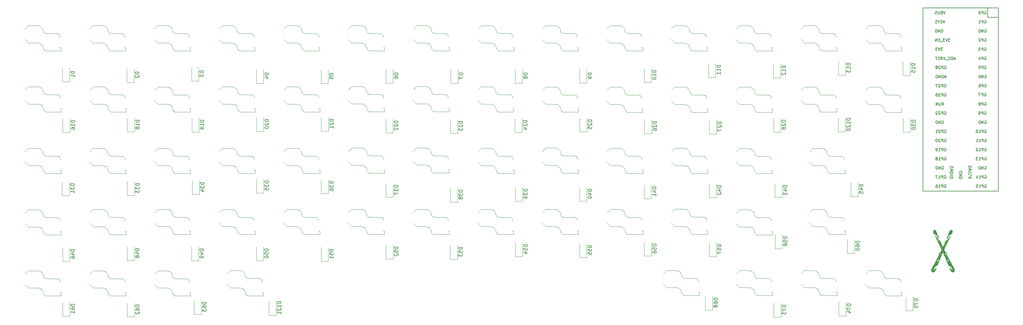
<source format=gbr>
%TF.GenerationSoftware,KiCad,Pcbnew,9.0.6*%
%TF.CreationDate,2025-12-29T17:27:32-05:00*%
%TF.ProjectId,keyboardepi pico,6b657962-6f61-4726-9465-706920706963,rev?*%
%TF.SameCoordinates,Original*%
%TF.FileFunction,Legend,Bot*%
%TF.FilePolarity,Positive*%
%FSLAX46Y46*%
G04 Gerber Fmt 4.6, Leading zero omitted, Abs format (unit mm)*
G04 Created by KiCad (PCBNEW 9.0.6) date 2025-12-29 17:27:32*
%MOMM*%
%LPD*%
G01*
G04 APERTURE LIST*
%ADD10C,0.150000*%
%ADD11C,0.120000*%
%ADD12C,0.000000*%
G04 APERTURE END LIST*
D10*
X265859419Y-28097314D02*
X264859419Y-28097314D01*
X264859419Y-28097314D02*
X264859419Y-28335409D01*
X264859419Y-28335409D02*
X264907038Y-28478266D01*
X264907038Y-28478266D02*
X265002276Y-28573504D01*
X265002276Y-28573504D02*
X265097514Y-28621123D01*
X265097514Y-28621123D02*
X265287990Y-28668742D01*
X265287990Y-28668742D02*
X265430847Y-28668742D01*
X265430847Y-28668742D02*
X265621323Y-28621123D01*
X265621323Y-28621123D02*
X265716561Y-28573504D01*
X265716561Y-28573504D02*
X265811800Y-28478266D01*
X265811800Y-28478266D02*
X265859419Y-28335409D01*
X265859419Y-28335409D02*
X265859419Y-28097314D01*
X265859419Y-29621123D02*
X265859419Y-29049695D01*
X265859419Y-29335409D02*
X264859419Y-29335409D01*
X264859419Y-29335409D02*
X265002276Y-29240171D01*
X265002276Y-29240171D02*
X265097514Y-29144933D01*
X265097514Y-29144933D02*
X265145133Y-29049695D01*
X264859419Y-30525885D02*
X264859419Y-30049695D01*
X264859419Y-30049695D02*
X265335609Y-30002076D01*
X265335609Y-30002076D02*
X265287990Y-30049695D01*
X265287990Y-30049695D02*
X265240371Y-30144933D01*
X265240371Y-30144933D02*
X265240371Y-30383028D01*
X265240371Y-30383028D02*
X265287990Y-30478266D01*
X265287990Y-30478266D02*
X265335609Y-30525885D01*
X265335609Y-30525885D02*
X265430847Y-30573504D01*
X265430847Y-30573504D02*
X265668942Y-30573504D01*
X265668942Y-30573504D02*
X265764180Y-30525885D01*
X265764180Y-30525885D02*
X265811800Y-30478266D01*
X265811800Y-30478266D02*
X265859419Y-30383028D01*
X265859419Y-30383028D02*
X265859419Y-30144933D01*
X265859419Y-30144933D02*
X265811800Y-30049695D01*
X265811800Y-30049695D02*
X265764180Y-30002076D01*
X31773019Y-61599914D02*
X30773019Y-61599914D01*
X30773019Y-61599914D02*
X30773019Y-61838009D01*
X30773019Y-61838009D02*
X30820638Y-61980866D01*
X30820638Y-61980866D02*
X30915876Y-62076104D01*
X30915876Y-62076104D02*
X31011114Y-62123723D01*
X31011114Y-62123723D02*
X31201590Y-62171342D01*
X31201590Y-62171342D02*
X31344447Y-62171342D01*
X31344447Y-62171342D02*
X31534923Y-62123723D01*
X31534923Y-62123723D02*
X31630161Y-62076104D01*
X31630161Y-62076104D02*
X31725400Y-61980866D01*
X31725400Y-61980866D02*
X31773019Y-61838009D01*
X31773019Y-61838009D02*
X31773019Y-61599914D01*
X30773019Y-62504676D02*
X30773019Y-63123723D01*
X30773019Y-63123723D02*
X31153971Y-62790390D01*
X31153971Y-62790390D02*
X31153971Y-62933247D01*
X31153971Y-62933247D02*
X31201590Y-63028485D01*
X31201590Y-63028485D02*
X31249209Y-63076104D01*
X31249209Y-63076104D02*
X31344447Y-63123723D01*
X31344447Y-63123723D02*
X31582542Y-63123723D01*
X31582542Y-63123723D02*
X31677780Y-63076104D01*
X31677780Y-63076104D02*
X31725400Y-63028485D01*
X31725400Y-63028485D02*
X31773019Y-62933247D01*
X31773019Y-62933247D02*
X31773019Y-62647533D01*
X31773019Y-62647533D02*
X31725400Y-62552295D01*
X31725400Y-62552295D02*
X31677780Y-62504676D01*
X31773019Y-64076104D02*
X31773019Y-63504676D01*
X31773019Y-63790390D02*
X30773019Y-63790390D01*
X30773019Y-63790390D02*
X30915876Y-63695152D01*
X30915876Y-63695152D02*
X31011114Y-63599914D01*
X31011114Y-63599914D02*
X31058733Y-63504676D01*
X210817619Y-93400714D02*
X209817619Y-93400714D01*
X209817619Y-93400714D02*
X209817619Y-93638809D01*
X209817619Y-93638809D02*
X209865238Y-93781666D01*
X209865238Y-93781666D02*
X209960476Y-93876904D01*
X209960476Y-93876904D02*
X210055714Y-93924523D01*
X210055714Y-93924523D02*
X210246190Y-93972142D01*
X210246190Y-93972142D02*
X210389047Y-93972142D01*
X210389047Y-93972142D02*
X210579523Y-93924523D01*
X210579523Y-93924523D02*
X210674761Y-93876904D01*
X210674761Y-93876904D02*
X210770000Y-93781666D01*
X210770000Y-93781666D02*
X210817619Y-93638809D01*
X210817619Y-93638809D02*
X210817619Y-93400714D01*
X209817619Y-94829285D02*
X209817619Y-94638809D01*
X209817619Y-94638809D02*
X209865238Y-94543571D01*
X209865238Y-94543571D02*
X209912857Y-94495952D01*
X209912857Y-94495952D02*
X210055714Y-94400714D01*
X210055714Y-94400714D02*
X210246190Y-94353095D01*
X210246190Y-94353095D02*
X210627142Y-94353095D01*
X210627142Y-94353095D02*
X210722380Y-94400714D01*
X210722380Y-94400714D02*
X210770000Y-94448333D01*
X210770000Y-94448333D02*
X210817619Y-94543571D01*
X210817619Y-94543571D02*
X210817619Y-94734047D01*
X210817619Y-94734047D02*
X210770000Y-94829285D01*
X210770000Y-94829285D02*
X210722380Y-94876904D01*
X210722380Y-94876904D02*
X210627142Y-94924523D01*
X210627142Y-94924523D02*
X210389047Y-94924523D01*
X210389047Y-94924523D02*
X210293809Y-94876904D01*
X210293809Y-94876904D02*
X210246190Y-94829285D01*
X210246190Y-94829285D02*
X210198571Y-94734047D01*
X210198571Y-94734047D02*
X210198571Y-94543571D01*
X210198571Y-94543571D02*
X210246190Y-94448333D01*
X210246190Y-94448333D02*
X210293809Y-94400714D01*
X210293809Y-94400714D02*
X210389047Y-94353095D01*
X210246190Y-95495952D02*
X210198571Y-95400714D01*
X210198571Y-95400714D02*
X210150952Y-95353095D01*
X210150952Y-95353095D02*
X210055714Y-95305476D01*
X210055714Y-95305476D02*
X210008095Y-95305476D01*
X210008095Y-95305476D02*
X209912857Y-95353095D01*
X209912857Y-95353095D02*
X209865238Y-95400714D01*
X209865238Y-95400714D02*
X209817619Y-95495952D01*
X209817619Y-95495952D02*
X209817619Y-95686428D01*
X209817619Y-95686428D02*
X209865238Y-95781666D01*
X209865238Y-95781666D02*
X209912857Y-95829285D01*
X209912857Y-95829285D02*
X210008095Y-95876904D01*
X210008095Y-95876904D02*
X210055714Y-95876904D01*
X210055714Y-95876904D02*
X210150952Y-95829285D01*
X210150952Y-95829285D02*
X210198571Y-95781666D01*
X210198571Y-95781666D02*
X210246190Y-95686428D01*
X210246190Y-95686428D02*
X210246190Y-95495952D01*
X210246190Y-95495952D02*
X210293809Y-95400714D01*
X210293809Y-95400714D02*
X210341428Y-95353095D01*
X210341428Y-95353095D02*
X210436666Y-95305476D01*
X210436666Y-95305476D02*
X210627142Y-95305476D01*
X210627142Y-95305476D02*
X210722380Y-95353095D01*
X210722380Y-95353095D02*
X210770000Y-95400714D01*
X210770000Y-95400714D02*
X210817619Y-95495952D01*
X210817619Y-95495952D02*
X210817619Y-95686428D01*
X210817619Y-95686428D02*
X210770000Y-95781666D01*
X210770000Y-95781666D02*
X210722380Y-95829285D01*
X210722380Y-95829285D02*
X210627142Y-95876904D01*
X210627142Y-95876904D02*
X210436666Y-95876904D01*
X210436666Y-95876904D02*
X210341428Y-95829285D01*
X210341428Y-95829285D02*
X210293809Y-95781666D01*
X210293809Y-95781666D02*
X210246190Y-95686428D01*
X229766019Y-28757714D02*
X228766019Y-28757714D01*
X228766019Y-28757714D02*
X228766019Y-28995809D01*
X228766019Y-28995809D02*
X228813638Y-29138666D01*
X228813638Y-29138666D02*
X228908876Y-29233904D01*
X228908876Y-29233904D02*
X229004114Y-29281523D01*
X229004114Y-29281523D02*
X229194590Y-29329142D01*
X229194590Y-29329142D02*
X229337447Y-29329142D01*
X229337447Y-29329142D02*
X229527923Y-29281523D01*
X229527923Y-29281523D02*
X229623161Y-29233904D01*
X229623161Y-29233904D02*
X229718400Y-29138666D01*
X229718400Y-29138666D02*
X229766019Y-28995809D01*
X229766019Y-28995809D02*
X229766019Y-28757714D01*
X229766019Y-30281523D02*
X229766019Y-29710095D01*
X229766019Y-29995809D02*
X228766019Y-29995809D01*
X228766019Y-29995809D02*
X228908876Y-29900571D01*
X228908876Y-29900571D02*
X229004114Y-29805333D01*
X229004114Y-29805333D02*
X229051733Y-29710095D01*
X228861257Y-30662476D02*
X228813638Y-30710095D01*
X228813638Y-30710095D02*
X228766019Y-30805333D01*
X228766019Y-30805333D02*
X228766019Y-31043428D01*
X228766019Y-31043428D02*
X228813638Y-31138666D01*
X228813638Y-31138666D02*
X228861257Y-31186285D01*
X228861257Y-31186285D02*
X228956495Y-31233904D01*
X228956495Y-31233904D02*
X229051733Y-31233904D01*
X229051733Y-31233904D02*
X229194590Y-31186285D01*
X229194590Y-31186285D02*
X229766019Y-30614857D01*
X229766019Y-30614857D02*
X229766019Y-31233904D01*
X139951619Y-30757905D02*
X138951619Y-30757905D01*
X138951619Y-30757905D02*
X138951619Y-30996000D01*
X138951619Y-30996000D02*
X138999238Y-31138857D01*
X138999238Y-31138857D02*
X139094476Y-31234095D01*
X139094476Y-31234095D02*
X139189714Y-31281714D01*
X139189714Y-31281714D02*
X139380190Y-31329333D01*
X139380190Y-31329333D02*
X139523047Y-31329333D01*
X139523047Y-31329333D02*
X139713523Y-31281714D01*
X139713523Y-31281714D02*
X139808761Y-31234095D01*
X139808761Y-31234095D02*
X139904000Y-31138857D01*
X139904000Y-31138857D02*
X139951619Y-30996000D01*
X139951619Y-30996000D02*
X139951619Y-30757905D01*
X138951619Y-31662667D02*
X138951619Y-32329333D01*
X138951619Y-32329333D02*
X139951619Y-31900762D01*
X121917619Y-62006314D02*
X120917619Y-62006314D01*
X120917619Y-62006314D02*
X120917619Y-62244409D01*
X120917619Y-62244409D02*
X120965238Y-62387266D01*
X120965238Y-62387266D02*
X121060476Y-62482504D01*
X121060476Y-62482504D02*
X121155714Y-62530123D01*
X121155714Y-62530123D02*
X121346190Y-62577742D01*
X121346190Y-62577742D02*
X121489047Y-62577742D01*
X121489047Y-62577742D02*
X121679523Y-62530123D01*
X121679523Y-62530123D02*
X121774761Y-62482504D01*
X121774761Y-62482504D02*
X121870000Y-62387266D01*
X121870000Y-62387266D02*
X121917619Y-62244409D01*
X121917619Y-62244409D02*
X121917619Y-62006314D01*
X120917619Y-62911076D02*
X120917619Y-63530123D01*
X120917619Y-63530123D02*
X121298571Y-63196790D01*
X121298571Y-63196790D02*
X121298571Y-63339647D01*
X121298571Y-63339647D02*
X121346190Y-63434885D01*
X121346190Y-63434885D02*
X121393809Y-63482504D01*
X121393809Y-63482504D02*
X121489047Y-63530123D01*
X121489047Y-63530123D02*
X121727142Y-63530123D01*
X121727142Y-63530123D02*
X121822380Y-63482504D01*
X121822380Y-63482504D02*
X121870000Y-63434885D01*
X121870000Y-63434885D02*
X121917619Y-63339647D01*
X121917619Y-63339647D02*
X121917619Y-63053933D01*
X121917619Y-63053933D02*
X121870000Y-62958695D01*
X121870000Y-62958695D02*
X121822380Y-62911076D01*
X120917619Y-63863457D02*
X120917619Y-64530123D01*
X120917619Y-64530123D02*
X121917619Y-64101552D01*
X49781619Y-30503905D02*
X48781619Y-30503905D01*
X48781619Y-30503905D02*
X48781619Y-30742000D01*
X48781619Y-30742000D02*
X48829238Y-30884857D01*
X48829238Y-30884857D02*
X48924476Y-30980095D01*
X48924476Y-30980095D02*
X49019714Y-31027714D01*
X49019714Y-31027714D02*
X49210190Y-31075333D01*
X49210190Y-31075333D02*
X49353047Y-31075333D01*
X49353047Y-31075333D02*
X49543523Y-31027714D01*
X49543523Y-31027714D02*
X49638761Y-30980095D01*
X49638761Y-30980095D02*
X49734000Y-30884857D01*
X49734000Y-30884857D02*
X49781619Y-30742000D01*
X49781619Y-30742000D02*
X49781619Y-30503905D01*
X48876857Y-31456286D02*
X48829238Y-31503905D01*
X48829238Y-31503905D02*
X48781619Y-31599143D01*
X48781619Y-31599143D02*
X48781619Y-31837238D01*
X48781619Y-31837238D02*
X48829238Y-31932476D01*
X48829238Y-31932476D02*
X48876857Y-31980095D01*
X48876857Y-31980095D02*
X48972095Y-32027714D01*
X48972095Y-32027714D02*
X49067333Y-32027714D01*
X49067333Y-32027714D02*
X49210190Y-31980095D01*
X49210190Y-31980095D02*
X49781619Y-31408667D01*
X49781619Y-31408667D02*
X49781619Y-32027714D01*
X103858219Y-30834105D02*
X102858219Y-30834105D01*
X102858219Y-30834105D02*
X102858219Y-31072200D01*
X102858219Y-31072200D02*
X102905838Y-31215057D01*
X102905838Y-31215057D02*
X103001076Y-31310295D01*
X103001076Y-31310295D02*
X103096314Y-31357914D01*
X103096314Y-31357914D02*
X103286790Y-31405533D01*
X103286790Y-31405533D02*
X103429647Y-31405533D01*
X103429647Y-31405533D02*
X103620123Y-31357914D01*
X103620123Y-31357914D02*
X103715361Y-31310295D01*
X103715361Y-31310295D02*
X103810600Y-31215057D01*
X103810600Y-31215057D02*
X103858219Y-31072200D01*
X103858219Y-31072200D02*
X103858219Y-30834105D01*
X102858219Y-32310295D02*
X102858219Y-31834105D01*
X102858219Y-31834105D02*
X103334409Y-31786486D01*
X103334409Y-31786486D02*
X103286790Y-31834105D01*
X103286790Y-31834105D02*
X103239171Y-31929343D01*
X103239171Y-31929343D02*
X103239171Y-32167438D01*
X103239171Y-32167438D02*
X103286790Y-32262676D01*
X103286790Y-32262676D02*
X103334409Y-32310295D01*
X103334409Y-32310295D02*
X103429647Y-32357914D01*
X103429647Y-32357914D02*
X103667742Y-32357914D01*
X103667742Y-32357914D02*
X103762980Y-32310295D01*
X103762980Y-32310295D02*
X103810600Y-32262676D01*
X103810600Y-32262676D02*
X103858219Y-32167438D01*
X103858219Y-32167438D02*
X103858219Y-31929343D01*
X103858219Y-31929343D02*
X103810600Y-31834105D01*
X103810600Y-31834105D02*
X103762980Y-31786486D01*
X68476019Y-94543714D02*
X67476019Y-94543714D01*
X67476019Y-94543714D02*
X67476019Y-94781809D01*
X67476019Y-94781809D02*
X67523638Y-94924666D01*
X67523638Y-94924666D02*
X67618876Y-95019904D01*
X67618876Y-95019904D02*
X67714114Y-95067523D01*
X67714114Y-95067523D02*
X67904590Y-95115142D01*
X67904590Y-95115142D02*
X68047447Y-95115142D01*
X68047447Y-95115142D02*
X68237923Y-95067523D01*
X68237923Y-95067523D02*
X68333161Y-95019904D01*
X68333161Y-95019904D02*
X68428400Y-94924666D01*
X68428400Y-94924666D02*
X68476019Y-94781809D01*
X68476019Y-94781809D02*
X68476019Y-94543714D01*
X67476019Y-95972285D02*
X67476019Y-95781809D01*
X67476019Y-95781809D02*
X67523638Y-95686571D01*
X67523638Y-95686571D02*
X67571257Y-95638952D01*
X67571257Y-95638952D02*
X67714114Y-95543714D01*
X67714114Y-95543714D02*
X67904590Y-95496095D01*
X67904590Y-95496095D02*
X68285542Y-95496095D01*
X68285542Y-95496095D02*
X68380780Y-95543714D01*
X68380780Y-95543714D02*
X68428400Y-95591333D01*
X68428400Y-95591333D02*
X68476019Y-95686571D01*
X68476019Y-95686571D02*
X68476019Y-95877047D01*
X68476019Y-95877047D02*
X68428400Y-95972285D01*
X68428400Y-95972285D02*
X68380780Y-96019904D01*
X68380780Y-96019904D02*
X68285542Y-96067523D01*
X68285542Y-96067523D02*
X68047447Y-96067523D01*
X68047447Y-96067523D02*
X67952209Y-96019904D01*
X67952209Y-96019904D02*
X67904590Y-95972285D01*
X67904590Y-95972285D02*
X67856971Y-95877047D01*
X67856971Y-95877047D02*
X67856971Y-95686571D01*
X67856971Y-95686571D02*
X67904590Y-95591333D01*
X67904590Y-95591333D02*
X67952209Y-95543714D01*
X67952209Y-95543714D02*
X68047447Y-95496095D01*
X67476019Y-96400857D02*
X67476019Y-97019904D01*
X67476019Y-97019904D02*
X67856971Y-96686571D01*
X67856971Y-96686571D02*
X67856971Y-96829428D01*
X67856971Y-96829428D02*
X67904590Y-96924666D01*
X67904590Y-96924666D02*
X67952209Y-96972285D01*
X67952209Y-96972285D02*
X68047447Y-97019904D01*
X68047447Y-97019904D02*
X68285542Y-97019904D01*
X68285542Y-97019904D02*
X68380780Y-96972285D01*
X68380780Y-96972285D02*
X68428400Y-96924666D01*
X68428400Y-96924666D02*
X68476019Y-96829428D01*
X68476019Y-96829428D02*
X68476019Y-96543714D01*
X68476019Y-96543714D02*
X68428400Y-96448476D01*
X68428400Y-96448476D02*
X68380780Y-96400857D01*
X157934819Y-63073114D02*
X156934819Y-63073114D01*
X156934819Y-63073114D02*
X156934819Y-63311209D01*
X156934819Y-63311209D02*
X156982438Y-63454066D01*
X156982438Y-63454066D02*
X157077676Y-63549304D01*
X157077676Y-63549304D02*
X157172914Y-63596923D01*
X157172914Y-63596923D02*
X157363390Y-63644542D01*
X157363390Y-63644542D02*
X157506247Y-63644542D01*
X157506247Y-63644542D02*
X157696723Y-63596923D01*
X157696723Y-63596923D02*
X157791961Y-63549304D01*
X157791961Y-63549304D02*
X157887200Y-63454066D01*
X157887200Y-63454066D02*
X157934819Y-63311209D01*
X157934819Y-63311209D02*
X157934819Y-63073114D01*
X156934819Y-63977876D02*
X156934819Y-64596923D01*
X156934819Y-64596923D02*
X157315771Y-64263590D01*
X157315771Y-64263590D02*
X157315771Y-64406447D01*
X157315771Y-64406447D02*
X157363390Y-64501685D01*
X157363390Y-64501685D02*
X157411009Y-64549304D01*
X157411009Y-64549304D02*
X157506247Y-64596923D01*
X157506247Y-64596923D02*
X157744342Y-64596923D01*
X157744342Y-64596923D02*
X157839580Y-64549304D01*
X157839580Y-64549304D02*
X157887200Y-64501685D01*
X157887200Y-64501685D02*
X157934819Y-64406447D01*
X157934819Y-64406447D02*
X157934819Y-64120733D01*
X157934819Y-64120733D02*
X157887200Y-64025495D01*
X157887200Y-64025495D02*
X157839580Y-63977876D01*
X157934819Y-65073114D02*
X157934819Y-65263590D01*
X157934819Y-65263590D02*
X157887200Y-65358828D01*
X157887200Y-65358828D02*
X157839580Y-65406447D01*
X157839580Y-65406447D02*
X157696723Y-65501685D01*
X157696723Y-65501685D02*
X157506247Y-65549304D01*
X157506247Y-65549304D02*
X157125295Y-65549304D01*
X157125295Y-65549304D02*
X157030057Y-65501685D01*
X157030057Y-65501685D02*
X156982438Y-65454066D01*
X156982438Y-65454066D02*
X156934819Y-65358828D01*
X156934819Y-65358828D02*
X156934819Y-65168352D01*
X156934819Y-65168352D02*
X156982438Y-65073114D01*
X156982438Y-65073114D02*
X157030057Y-65025495D01*
X157030057Y-65025495D02*
X157125295Y-64977876D01*
X157125295Y-64977876D02*
X157363390Y-64977876D01*
X157363390Y-64977876D02*
X157458628Y-65025495D01*
X157458628Y-65025495D02*
X157506247Y-65073114D01*
X157506247Y-65073114D02*
X157553866Y-65168352D01*
X157553866Y-65168352D02*
X157553866Y-65358828D01*
X157553866Y-65358828D02*
X157506247Y-65454066D01*
X157506247Y-65454066D02*
X157458628Y-65501685D01*
X157458628Y-65501685D02*
X157363390Y-65549304D01*
X121866819Y-44099314D02*
X120866819Y-44099314D01*
X120866819Y-44099314D02*
X120866819Y-44337409D01*
X120866819Y-44337409D02*
X120914438Y-44480266D01*
X120914438Y-44480266D02*
X121009676Y-44575504D01*
X121009676Y-44575504D02*
X121104914Y-44623123D01*
X121104914Y-44623123D02*
X121295390Y-44670742D01*
X121295390Y-44670742D02*
X121438247Y-44670742D01*
X121438247Y-44670742D02*
X121628723Y-44623123D01*
X121628723Y-44623123D02*
X121723961Y-44575504D01*
X121723961Y-44575504D02*
X121819200Y-44480266D01*
X121819200Y-44480266D02*
X121866819Y-44337409D01*
X121866819Y-44337409D02*
X121866819Y-44099314D01*
X120962057Y-45051695D02*
X120914438Y-45099314D01*
X120914438Y-45099314D02*
X120866819Y-45194552D01*
X120866819Y-45194552D02*
X120866819Y-45432647D01*
X120866819Y-45432647D02*
X120914438Y-45527885D01*
X120914438Y-45527885D02*
X120962057Y-45575504D01*
X120962057Y-45575504D02*
X121057295Y-45623123D01*
X121057295Y-45623123D02*
X121152533Y-45623123D01*
X121152533Y-45623123D02*
X121295390Y-45575504D01*
X121295390Y-45575504D02*
X121866819Y-45004076D01*
X121866819Y-45004076D02*
X121866819Y-45623123D01*
X120962057Y-46004076D02*
X120914438Y-46051695D01*
X120914438Y-46051695D02*
X120866819Y-46146933D01*
X120866819Y-46146933D02*
X120866819Y-46385028D01*
X120866819Y-46385028D02*
X120914438Y-46480266D01*
X120914438Y-46480266D02*
X120962057Y-46527885D01*
X120962057Y-46527885D02*
X121057295Y-46575504D01*
X121057295Y-46575504D02*
X121152533Y-46575504D01*
X121152533Y-46575504D02*
X121295390Y-46527885D01*
X121295390Y-46527885D02*
X121866819Y-45956457D01*
X121866819Y-45956457D02*
X121866819Y-46575504D01*
X266646819Y-93578514D02*
X265646819Y-93578514D01*
X265646819Y-93578514D02*
X265646819Y-93816609D01*
X265646819Y-93816609D02*
X265694438Y-93959466D01*
X265694438Y-93959466D02*
X265789676Y-94054704D01*
X265789676Y-94054704D02*
X265884914Y-94102323D01*
X265884914Y-94102323D02*
X266075390Y-94149942D01*
X266075390Y-94149942D02*
X266218247Y-94149942D01*
X266218247Y-94149942D02*
X266408723Y-94102323D01*
X266408723Y-94102323D02*
X266503961Y-94054704D01*
X266503961Y-94054704D02*
X266599200Y-93959466D01*
X266599200Y-93959466D02*
X266646819Y-93816609D01*
X266646819Y-93816609D02*
X266646819Y-93578514D01*
X265646819Y-94483276D02*
X265646819Y-95149942D01*
X265646819Y-95149942D02*
X266646819Y-94721371D01*
X265646819Y-96007085D02*
X265646819Y-95530895D01*
X265646819Y-95530895D02*
X266123009Y-95483276D01*
X266123009Y-95483276D02*
X266075390Y-95530895D01*
X266075390Y-95530895D02*
X266027771Y-95626133D01*
X266027771Y-95626133D02*
X266027771Y-95864228D01*
X266027771Y-95864228D02*
X266075390Y-95959466D01*
X266075390Y-95959466D02*
X266123009Y-96007085D01*
X266123009Y-96007085D02*
X266218247Y-96054704D01*
X266218247Y-96054704D02*
X266456342Y-96054704D01*
X266456342Y-96054704D02*
X266551580Y-96007085D01*
X266551580Y-96007085D02*
X266599200Y-95959466D01*
X266599200Y-95959466D02*
X266646819Y-95864228D01*
X266646819Y-95864228D02*
X266646819Y-95626133D01*
X266646819Y-95626133D02*
X266599200Y-95530895D01*
X266599200Y-95530895D02*
X266551580Y-95483276D01*
X103909019Y-43616714D02*
X102909019Y-43616714D01*
X102909019Y-43616714D02*
X102909019Y-43854809D01*
X102909019Y-43854809D02*
X102956638Y-43997666D01*
X102956638Y-43997666D02*
X103051876Y-44092904D01*
X103051876Y-44092904D02*
X103147114Y-44140523D01*
X103147114Y-44140523D02*
X103337590Y-44188142D01*
X103337590Y-44188142D02*
X103480447Y-44188142D01*
X103480447Y-44188142D02*
X103670923Y-44140523D01*
X103670923Y-44140523D02*
X103766161Y-44092904D01*
X103766161Y-44092904D02*
X103861400Y-43997666D01*
X103861400Y-43997666D02*
X103909019Y-43854809D01*
X103909019Y-43854809D02*
X103909019Y-43616714D01*
X103004257Y-44569095D02*
X102956638Y-44616714D01*
X102956638Y-44616714D02*
X102909019Y-44711952D01*
X102909019Y-44711952D02*
X102909019Y-44950047D01*
X102909019Y-44950047D02*
X102956638Y-45045285D01*
X102956638Y-45045285D02*
X103004257Y-45092904D01*
X103004257Y-45092904D02*
X103099495Y-45140523D01*
X103099495Y-45140523D02*
X103194733Y-45140523D01*
X103194733Y-45140523D02*
X103337590Y-45092904D01*
X103337590Y-45092904D02*
X103909019Y-44521476D01*
X103909019Y-44521476D02*
X103909019Y-45140523D01*
X103909019Y-46092904D02*
X103909019Y-45521476D01*
X103909019Y-45807190D02*
X102909019Y-45807190D01*
X102909019Y-45807190D02*
X103051876Y-45711952D01*
X103051876Y-45711952D02*
X103147114Y-45616714D01*
X103147114Y-45616714D02*
X103194733Y-45521476D01*
X157833219Y-43949914D02*
X156833219Y-43949914D01*
X156833219Y-43949914D02*
X156833219Y-44188009D01*
X156833219Y-44188009D02*
X156880838Y-44330866D01*
X156880838Y-44330866D02*
X156976076Y-44426104D01*
X156976076Y-44426104D02*
X157071314Y-44473723D01*
X157071314Y-44473723D02*
X157261790Y-44521342D01*
X157261790Y-44521342D02*
X157404647Y-44521342D01*
X157404647Y-44521342D02*
X157595123Y-44473723D01*
X157595123Y-44473723D02*
X157690361Y-44426104D01*
X157690361Y-44426104D02*
X157785600Y-44330866D01*
X157785600Y-44330866D02*
X157833219Y-44188009D01*
X157833219Y-44188009D02*
X157833219Y-43949914D01*
X156928457Y-44902295D02*
X156880838Y-44949914D01*
X156880838Y-44949914D02*
X156833219Y-45045152D01*
X156833219Y-45045152D02*
X156833219Y-45283247D01*
X156833219Y-45283247D02*
X156880838Y-45378485D01*
X156880838Y-45378485D02*
X156928457Y-45426104D01*
X156928457Y-45426104D02*
X157023695Y-45473723D01*
X157023695Y-45473723D02*
X157118933Y-45473723D01*
X157118933Y-45473723D02*
X157261790Y-45426104D01*
X157261790Y-45426104D02*
X157833219Y-44854676D01*
X157833219Y-44854676D02*
X157833219Y-45473723D01*
X157166552Y-46330866D02*
X157833219Y-46330866D01*
X156785600Y-46092771D02*
X157499885Y-45854676D01*
X157499885Y-45854676D02*
X157499885Y-46473723D01*
X230223219Y-62060114D02*
X229223219Y-62060114D01*
X229223219Y-62060114D02*
X229223219Y-62298209D01*
X229223219Y-62298209D02*
X229270838Y-62441066D01*
X229270838Y-62441066D02*
X229366076Y-62536304D01*
X229366076Y-62536304D02*
X229461314Y-62583923D01*
X229461314Y-62583923D02*
X229651790Y-62631542D01*
X229651790Y-62631542D02*
X229794647Y-62631542D01*
X229794647Y-62631542D02*
X229985123Y-62583923D01*
X229985123Y-62583923D02*
X230080361Y-62536304D01*
X230080361Y-62536304D02*
X230175600Y-62441066D01*
X230175600Y-62441066D02*
X230223219Y-62298209D01*
X230223219Y-62298209D02*
X230223219Y-62060114D01*
X229556552Y-63488685D02*
X230223219Y-63488685D01*
X229175600Y-63250590D02*
X229889885Y-63012495D01*
X229889885Y-63012495D02*
X229889885Y-63631542D01*
X229223219Y-63917257D02*
X229223219Y-64536304D01*
X229223219Y-64536304D02*
X229604171Y-64202971D01*
X229604171Y-64202971D02*
X229604171Y-64345828D01*
X229604171Y-64345828D02*
X229651790Y-64441066D01*
X229651790Y-64441066D02*
X229699409Y-64488685D01*
X229699409Y-64488685D02*
X229794647Y-64536304D01*
X229794647Y-64536304D02*
X230032742Y-64536304D01*
X230032742Y-64536304D02*
X230127980Y-64488685D01*
X230127980Y-64488685D02*
X230175600Y-64441066D01*
X230175600Y-64441066D02*
X230223219Y-64345828D01*
X230223219Y-64345828D02*
X230223219Y-64060114D01*
X230223219Y-64060114D02*
X230175600Y-63964876D01*
X230175600Y-63964876D02*
X230127980Y-63917257D01*
X251356019Y-61777714D02*
X250356019Y-61777714D01*
X250356019Y-61777714D02*
X250356019Y-62015809D01*
X250356019Y-62015809D02*
X250403638Y-62158666D01*
X250403638Y-62158666D02*
X250498876Y-62253904D01*
X250498876Y-62253904D02*
X250594114Y-62301523D01*
X250594114Y-62301523D02*
X250784590Y-62349142D01*
X250784590Y-62349142D02*
X250927447Y-62349142D01*
X250927447Y-62349142D02*
X251117923Y-62301523D01*
X251117923Y-62301523D02*
X251213161Y-62253904D01*
X251213161Y-62253904D02*
X251308400Y-62158666D01*
X251308400Y-62158666D02*
X251356019Y-62015809D01*
X251356019Y-62015809D02*
X251356019Y-61777714D01*
X250689352Y-63206285D02*
X251356019Y-63206285D01*
X250308400Y-62968190D02*
X251022685Y-62730095D01*
X251022685Y-62730095D02*
X251022685Y-63349142D01*
X250356019Y-64206285D02*
X250356019Y-63730095D01*
X250356019Y-63730095D02*
X250832209Y-63682476D01*
X250832209Y-63682476D02*
X250784590Y-63730095D01*
X250784590Y-63730095D02*
X250736971Y-63825333D01*
X250736971Y-63825333D02*
X250736971Y-64063428D01*
X250736971Y-64063428D02*
X250784590Y-64158666D01*
X250784590Y-64158666D02*
X250832209Y-64206285D01*
X250832209Y-64206285D02*
X250927447Y-64253904D01*
X250927447Y-64253904D02*
X251165542Y-64253904D01*
X251165542Y-64253904D02*
X251260780Y-64206285D01*
X251260780Y-64206285D02*
X251308400Y-64158666D01*
X251308400Y-64158666D02*
X251356019Y-64063428D01*
X251356019Y-64063428D02*
X251356019Y-63825333D01*
X251356019Y-63825333D02*
X251308400Y-63730095D01*
X251308400Y-63730095D02*
X251260780Y-63682476D01*
X157884019Y-30732505D02*
X156884019Y-30732505D01*
X156884019Y-30732505D02*
X156884019Y-30970600D01*
X156884019Y-30970600D02*
X156931638Y-31113457D01*
X156931638Y-31113457D02*
X157026876Y-31208695D01*
X157026876Y-31208695D02*
X157122114Y-31256314D01*
X157122114Y-31256314D02*
X157312590Y-31303933D01*
X157312590Y-31303933D02*
X157455447Y-31303933D01*
X157455447Y-31303933D02*
X157645923Y-31256314D01*
X157645923Y-31256314D02*
X157741161Y-31208695D01*
X157741161Y-31208695D02*
X157836400Y-31113457D01*
X157836400Y-31113457D02*
X157884019Y-30970600D01*
X157884019Y-30970600D02*
X157884019Y-30732505D01*
X157312590Y-31875362D02*
X157264971Y-31780124D01*
X157264971Y-31780124D02*
X157217352Y-31732505D01*
X157217352Y-31732505D02*
X157122114Y-31684886D01*
X157122114Y-31684886D02*
X157074495Y-31684886D01*
X157074495Y-31684886D02*
X156979257Y-31732505D01*
X156979257Y-31732505D02*
X156931638Y-31780124D01*
X156931638Y-31780124D02*
X156884019Y-31875362D01*
X156884019Y-31875362D02*
X156884019Y-32065838D01*
X156884019Y-32065838D02*
X156931638Y-32161076D01*
X156931638Y-32161076D02*
X156979257Y-32208695D01*
X156979257Y-32208695D02*
X157074495Y-32256314D01*
X157074495Y-32256314D02*
X157122114Y-32256314D01*
X157122114Y-32256314D02*
X157217352Y-32208695D01*
X157217352Y-32208695D02*
X157264971Y-32161076D01*
X157264971Y-32161076D02*
X157312590Y-32065838D01*
X157312590Y-32065838D02*
X157312590Y-31875362D01*
X157312590Y-31875362D02*
X157360209Y-31780124D01*
X157360209Y-31780124D02*
X157407828Y-31732505D01*
X157407828Y-31732505D02*
X157503066Y-31684886D01*
X157503066Y-31684886D02*
X157693542Y-31684886D01*
X157693542Y-31684886D02*
X157788780Y-31732505D01*
X157788780Y-31732505D02*
X157836400Y-31780124D01*
X157836400Y-31780124D02*
X157884019Y-31875362D01*
X157884019Y-31875362D02*
X157884019Y-32065838D01*
X157884019Y-32065838D02*
X157836400Y-32161076D01*
X157836400Y-32161076D02*
X157788780Y-32208695D01*
X157788780Y-32208695D02*
X157693542Y-32256314D01*
X157693542Y-32256314D02*
X157503066Y-32256314D01*
X157503066Y-32256314D02*
X157407828Y-32208695D01*
X157407828Y-32208695D02*
X157360209Y-32161076D01*
X157360209Y-32161076D02*
X157312590Y-32065838D01*
X211706619Y-28608314D02*
X210706619Y-28608314D01*
X210706619Y-28608314D02*
X210706619Y-28846409D01*
X210706619Y-28846409D02*
X210754238Y-28989266D01*
X210754238Y-28989266D02*
X210849476Y-29084504D01*
X210849476Y-29084504D02*
X210944714Y-29132123D01*
X210944714Y-29132123D02*
X211135190Y-29179742D01*
X211135190Y-29179742D02*
X211278047Y-29179742D01*
X211278047Y-29179742D02*
X211468523Y-29132123D01*
X211468523Y-29132123D02*
X211563761Y-29084504D01*
X211563761Y-29084504D02*
X211659000Y-28989266D01*
X211659000Y-28989266D02*
X211706619Y-28846409D01*
X211706619Y-28846409D02*
X211706619Y-28608314D01*
X211706619Y-30132123D02*
X211706619Y-29560695D01*
X211706619Y-29846409D02*
X210706619Y-29846409D01*
X210706619Y-29846409D02*
X210849476Y-29751171D01*
X210849476Y-29751171D02*
X210944714Y-29655933D01*
X210944714Y-29655933D02*
X210992333Y-29560695D01*
X211706619Y-31084504D02*
X211706619Y-30513076D01*
X211706619Y-30798790D02*
X210706619Y-30798790D01*
X210706619Y-30798790D02*
X210849476Y-30703552D01*
X210849476Y-30703552D02*
X210944714Y-30608314D01*
X210944714Y-30608314D02*
X210992333Y-30513076D01*
X193774219Y-62438114D02*
X192774219Y-62438114D01*
X192774219Y-62438114D02*
X192774219Y-62676209D01*
X192774219Y-62676209D02*
X192821838Y-62819066D01*
X192821838Y-62819066D02*
X192917076Y-62914304D01*
X192917076Y-62914304D02*
X193012314Y-62961923D01*
X193012314Y-62961923D02*
X193202790Y-63009542D01*
X193202790Y-63009542D02*
X193345647Y-63009542D01*
X193345647Y-63009542D02*
X193536123Y-62961923D01*
X193536123Y-62961923D02*
X193631361Y-62914304D01*
X193631361Y-62914304D02*
X193726600Y-62819066D01*
X193726600Y-62819066D02*
X193774219Y-62676209D01*
X193774219Y-62676209D02*
X193774219Y-62438114D01*
X193107552Y-63866685D02*
X193774219Y-63866685D01*
X192726600Y-63628590D02*
X193440885Y-63390495D01*
X193440885Y-63390495D02*
X193440885Y-64009542D01*
X193774219Y-64914304D02*
X193774219Y-64342876D01*
X193774219Y-64628590D02*
X192774219Y-64628590D01*
X192774219Y-64628590D02*
X192917076Y-64533352D01*
X192917076Y-64533352D02*
X193012314Y-64438114D01*
X193012314Y-64438114D02*
X193059933Y-64342876D01*
X247800019Y-43343724D02*
X246800019Y-43343724D01*
X246800019Y-43343724D02*
X246800019Y-43581819D01*
X246800019Y-43581819D02*
X246847638Y-43724676D01*
X246847638Y-43724676D02*
X246942876Y-43819914D01*
X246942876Y-43819914D02*
X247038114Y-43867533D01*
X247038114Y-43867533D02*
X247228590Y-43915152D01*
X247228590Y-43915152D02*
X247371447Y-43915152D01*
X247371447Y-43915152D02*
X247561923Y-43867533D01*
X247561923Y-43867533D02*
X247657161Y-43819914D01*
X247657161Y-43819914D02*
X247752400Y-43724676D01*
X247752400Y-43724676D02*
X247800019Y-43581819D01*
X247800019Y-43581819D02*
X247800019Y-43343724D01*
X247800019Y-44867533D02*
X247800019Y-44296105D01*
X247800019Y-44581819D02*
X246800019Y-44581819D01*
X246800019Y-44581819D02*
X246942876Y-44486581D01*
X246942876Y-44486581D02*
X247038114Y-44391343D01*
X247038114Y-44391343D02*
X247085733Y-44296105D01*
X246895257Y-45248486D02*
X246847638Y-45296105D01*
X246847638Y-45296105D02*
X246800019Y-45391343D01*
X246800019Y-45391343D02*
X246800019Y-45629438D01*
X246800019Y-45629438D02*
X246847638Y-45724676D01*
X246847638Y-45724676D02*
X246895257Y-45772295D01*
X246895257Y-45772295D02*
X246990495Y-45819914D01*
X246990495Y-45819914D02*
X247085733Y-45819914D01*
X247085733Y-45819914D02*
X247228590Y-45772295D01*
X247228590Y-45772295D02*
X247800019Y-45200867D01*
X247800019Y-45200867D02*
X247800019Y-45819914D01*
X246800019Y-46438962D02*
X246800019Y-46534200D01*
X246800019Y-46534200D02*
X246847638Y-46629438D01*
X246847638Y-46629438D02*
X246895257Y-46677057D01*
X246895257Y-46677057D02*
X246990495Y-46724676D01*
X246990495Y-46724676D02*
X247180971Y-46772295D01*
X247180971Y-46772295D02*
X247419066Y-46772295D01*
X247419066Y-46772295D02*
X247609542Y-46724676D01*
X247609542Y-46724676D02*
X247704780Y-46677057D01*
X247704780Y-46677057D02*
X247752400Y-46629438D01*
X247752400Y-46629438D02*
X247800019Y-46534200D01*
X247800019Y-46534200D02*
X247800019Y-46438962D01*
X247800019Y-46438962D02*
X247752400Y-46343724D01*
X247752400Y-46343724D02*
X247704780Y-46296105D01*
X247704780Y-46296105D02*
X247609542Y-46248486D01*
X247609542Y-46248486D02*
X247419066Y-46200867D01*
X247419066Y-46200867D02*
X247180971Y-46200867D01*
X247180971Y-46200867D02*
X246990495Y-46248486D01*
X246990495Y-46248486D02*
X246895257Y-46296105D01*
X246895257Y-46296105D02*
X246847638Y-46343724D01*
X246847638Y-46343724D02*
X246800019Y-46438962D01*
X211909819Y-44404114D02*
X210909819Y-44404114D01*
X210909819Y-44404114D02*
X210909819Y-44642209D01*
X210909819Y-44642209D02*
X210957438Y-44785066D01*
X210957438Y-44785066D02*
X211052676Y-44880304D01*
X211052676Y-44880304D02*
X211147914Y-44927923D01*
X211147914Y-44927923D02*
X211338390Y-44975542D01*
X211338390Y-44975542D02*
X211481247Y-44975542D01*
X211481247Y-44975542D02*
X211671723Y-44927923D01*
X211671723Y-44927923D02*
X211766961Y-44880304D01*
X211766961Y-44880304D02*
X211862200Y-44785066D01*
X211862200Y-44785066D02*
X211909819Y-44642209D01*
X211909819Y-44642209D02*
X211909819Y-44404114D01*
X211005057Y-45356495D02*
X210957438Y-45404114D01*
X210957438Y-45404114D02*
X210909819Y-45499352D01*
X210909819Y-45499352D02*
X210909819Y-45737447D01*
X210909819Y-45737447D02*
X210957438Y-45832685D01*
X210957438Y-45832685D02*
X211005057Y-45880304D01*
X211005057Y-45880304D02*
X211100295Y-45927923D01*
X211100295Y-45927923D02*
X211195533Y-45927923D01*
X211195533Y-45927923D02*
X211338390Y-45880304D01*
X211338390Y-45880304D02*
X211909819Y-45308876D01*
X211909819Y-45308876D02*
X211909819Y-45927923D01*
X210909819Y-46261257D02*
X210909819Y-46927923D01*
X210909819Y-46927923D02*
X211909819Y-46499352D01*
X67942619Y-61193514D02*
X66942619Y-61193514D01*
X66942619Y-61193514D02*
X66942619Y-61431609D01*
X66942619Y-61431609D02*
X66990238Y-61574466D01*
X66990238Y-61574466D02*
X67085476Y-61669704D01*
X67085476Y-61669704D02*
X67180714Y-61717323D01*
X67180714Y-61717323D02*
X67371190Y-61764942D01*
X67371190Y-61764942D02*
X67514047Y-61764942D01*
X67514047Y-61764942D02*
X67704523Y-61717323D01*
X67704523Y-61717323D02*
X67799761Y-61669704D01*
X67799761Y-61669704D02*
X67895000Y-61574466D01*
X67895000Y-61574466D02*
X67942619Y-61431609D01*
X67942619Y-61431609D02*
X67942619Y-61193514D01*
X66942619Y-62098276D02*
X66942619Y-62717323D01*
X66942619Y-62717323D02*
X67323571Y-62383990D01*
X67323571Y-62383990D02*
X67323571Y-62526847D01*
X67323571Y-62526847D02*
X67371190Y-62622085D01*
X67371190Y-62622085D02*
X67418809Y-62669704D01*
X67418809Y-62669704D02*
X67514047Y-62717323D01*
X67514047Y-62717323D02*
X67752142Y-62717323D01*
X67752142Y-62717323D02*
X67847380Y-62669704D01*
X67847380Y-62669704D02*
X67895000Y-62622085D01*
X67895000Y-62622085D02*
X67942619Y-62526847D01*
X67942619Y-62526847D02*
X67942619Y-62241133D01*
X67942619Y-62241133D02*
X67895000Y-62145895D01*
X67895000Y-62145895D02*
X67847380Y-62098276D01*
X67275952Y-63574466D02*
X67942619Y-63574466D01*
X66895000Y-63336371D02*
X67609285Y-63098276D01*
X67609285Y-63098276D02*
X67609285Y-63717323D01*
X265961019Y-43896114D02*
X264961019Y-43896114D01*
X264961019Y-43896114D02*
X264961019Y-44134209D01*
X264961019Y-44134209D02*
X265008638Y-44277066D01*
X265008638Y-44277066D02*
X265103876Y-44372304D01*
X265103876Y-44372304D02*
X265199114Y-44419923D01*
X265199114Y-44419923D02*
X265389590Y-44467542D01*
X265389590Y-44467542D02*
X265532447Y-44467542D01*
X265532447Y-44467542D02*
X265722923Y-44419923D01*
X265722923Y-44419923D02*
X265818161Y-44372304D01*
X265818161Y-44372304D02*
X265913400Y-44277066D01*
X265913400Y-44277066D02*
X265961019Y-44134209D01*
X265961019Y-44134209D02*
X265961019Y-43896114D01*
X264961019Y-44800876D02*
X264961019Y-45419923D01*
X264961019Y-45419923D02*
X265341971Y-45086590D01*
X265341971Y-45086590D02*
X265341971Y-45229447D01*
X265341971Y-45229447D02*
X265389590Y-45324685D01*
X265389590Y-45324685D02*
X265437209Y-45372304D01*
X265437209Y-45372304D02*
X265532447Y-45419923D01*
X265532447Y-45419923D02*
X265770542Y-45419923D01*
X265770542Y-45419923D02*
X265865780Y-45372304D01*
X265865780Y-45372304D02*
X265913400Y-45324685D01*
X265913400Y-45324685D02*
X265961019Y-45229447D01*
X265961019Y-45229447D02*
X265961019Y-44943733D01*
X265961019Y-44943733D02*
X265913400Y-44848495D01*
X265913400Y-44848495D02*
X265865780Y-44800876D01*
X264961019Y-46038971D02*
X264961019Y-46134209D01*
X264961019Y-46134209D02*
X265008638Y-46229447D01*
X265008638Y-46229447D02*
X265056257Y-46277066D01*
X265056257Y-46277066D02*
X265151495Y-46324685D01*
X265151495Y-46324685D02*
X265341971Y-46372304D01*
X265341971Y-46372304D02*
X265580066Y-46372304D01*
X265580066Y-46372304D02*
X265770542Y-46324685D01*
X265770542Y-46324685D02*
X265865780Y-46277066D01*
X265865780Y-46277066D02*
X265913400Y-46229447D01*
X265913400Y-46229447D02*
X265961019Y-46134209D01*
X265961019Y-46134209D02*
X265961019Y-46038971D01*
X265961019Y-46038971D02*
X265913400Y-45943733D01*
X265913400Y-45943733D02*
X265865780Y-45896114D01*
X265865780Y-45896114D02*
X265770542Y-45848495D01*
X265770542Y-45848495D02*
X265580066Y-45800876D01*
X265580066Y-45800876D02*
X265341971Y-45800876D01*
X265341971Y-45800876D02*
X265151495Y-45848495D01*
X265151495Y-45848495D02*
X265056257Y-45896114D01*
X265056257Y-45896114D02*
X265008638Y-45943733D01*
X265008638Y-45943733D02*
X264961019Y-46038971D01*
X193901219Y-44277114D02*
X192901219Y-44277114D01*
X192901219Y-44277114D02*
X192901219Y-44515209D01*
X192901219Y-44515209D02*
X192948838Y-44658066D01*
X192948838Y-44658066D02*
X193044076Y-44753304D01*
X193044076Y-44753304D02*
X193139314Y-44800923D01*
X193139314Y-44800923D02*
X193329790Y-44848542D01*
X193329790Y-44848542D02*
X193472647Y-44848542D01*
X193472647Y-44848542D02*
X193663123Y-44800923D01*
X193663123Y-44800923D02*
X193758361Y-44753304D01*
X193758361Y-44753304D02*
X193853600Y-44658066D01*
X193853600Y-44658066D02*
X193901219Y-44515209D01*
X193901219Y-44515209D02*
X193901219Y-44277114D01*
X192996457Y-45229495D02*
X192948838Y-45277114D01*
X192948838Y-45277114D02*
X192901219Y-45372352D01*
X192901219Y-45372352D02*
X192901219Y-45610447D01*
X192901219Y-45610447D02*
X192948838Y-45705685D01*
X192948838Y-45705685D02*
X192996457Y-45753304D01*
X192996457Y-45753304D02*
X193091695Y-45800923D01*
X193091695Y-45800923D02*
X193186933Y-45800923D01*
X193186933Y-45800923D02*
X193329790Y-45753304D01*
X193329790Y-45753304D02*
X193901219Y-45181876D01*
X193901219Y-45181876D02*
X193901219Y-45800923D01*
X192901219Y-46658066D02*
X192901219Y-46467590D01*
X192901219Y-46467590D02*
X192948838Y-46372352D01*
X192948838Y-46372352D02*
X192996457Y-46324733D01*
X192996457Y-46324733D02*
X193139314Y-46229495D01*
X193139314Y-46229495D02*
X193329790Y-46181876D01*
X193329790Y-46181876D02*
X193710742Y-46181876D01*
X193710742Y-46181876D02*
X193805980Y-46229495D01*
X193805980Y-46229495D02*
X193853600Y-46277114D01*
X193853600Y-46277114D02*
X193901219Y-46372352D01*
X193901219Y-46372352D02*
X193901219Y-46562828D01*
X193901219Y-46562828D02*
X193853600Y-46658066D01*
X193853600Y-46658066D02*
X193805980Y-46705685D01*
X193805980Y-46705685D02*
X193710742Y-46753304D01*
X193710742Y-46753304D02*
X193472647Y-46753304D01*
X193472647Y-46753304D02*
X193377409Y-46705685D01*
X193377409Y-46705685D02*
X193329790Y-46658066D01*
X193329790Y-46658066D02*
X193282171Y-46562828D01*
X193282171Y-46562828D02*
X193282171Y-46372352D01*
X193282171Y-46372352D02*
X193329790Y-46277114D01*
X193329790Y-46277114D02*
X193377409Y-46229495D01*
X193377409Y-46229495D02*
X193472647Y-46181876D01*
X31874619Y-95077114D02*
X30874619Y-95077114D01*
X30874619Y-95077114D02*
X30874619Y-95315209D01*
X30874619Y-95315209D02*
X30922238Y-95458066D01*
X30922238Y-95458066D02*
X31017476Y-95553304D01*
X31017476Y-95553304D02*
X31112714Y-95600923D01*
X31112714Y-95600923D02*
X31303190Y-95648542D01*
X31303190Y-95648542D02*
X31446047Y-95648542D01*
X31446047Y-95648542D02*
X31636523Y-95600923D01*
X31636523Y-95600923D02*
X31731761Y-95553304D01*
X31731761Y-95553304D02*
X31827000Y-95458066D01*
X31827000Y-95458066D02*
X31874619Y-95315209D01*
X31874619Y-95315209D02*
X31874619Y-95077114D01*
X30874619Y-96505685D02*
X30874619Y-96315209D01*
X30874619Y-96315209D02*
X30922238Y-96219971D01*
X30922238Y-96219971D02*
X30969857Y-96172352D01*
X30969857Y-96172352D02*
X31112714Y-96077114D01*
X31112714Y-96077114D02*
X31303190Y-96029495D01*
X31303190Y-96029495D02*
X31684142Y-96029495D01*
X31684142Y-96029495D02*
X31779380Y-96077114D01*
X31779380Y-96077114D02*
X31827000Y-96124733D01*
X31827000Y-96124733D02*
X31874619Y-96219971D01*
X31874619Y-96219971D02*
X31874619Y-96410447D01*
X31874619Y-96410447D02*
X31827000Y-96505685D01*
X31827000Y-96505685D02*
X31779380Y-96553304D01*
X31779380Y-96553304D02*
X31684142Y-96600923D01*
X31684142Y-96600923D02*
X31446047Y-96600923D01*
X31446047Y-96600923D02*
X31350809Y-96553304D01*
X31350809Y-96553304D02*
X31303190Y-96505685D01*
X31303190Y-96505685D02*
X31255571Y-96410447D01*
X31255571Y-96410447D02*
X31255571Y-96219971D01*
X31255571Y-96219971D02*
X31303190Y-96124733D01*
X31303190Y-96124733D02*
X31350809Y-96077114D01*
X31350809Y-96077114D02*
X31446047Y-96029495D01*
X31874619Y-97553304D02*
X31874619Y-96981876D01*
X31874619Y-97267590D02*
X30874619Y-97267590D01*
X30874619Y-97267590D02*
X31017476Y-97172352D01*
X31017476Y-97172352D02*
X31112714Y-97077114D01*
X31112714Y-97077114D02*
X31160333Y-96981876D01*
X175816419Y-63123914D02*
X174816419Y-63123914D01*
X174816419Y-63123914D02*
X174816419Y-63362009D01*
X174816419Y-63362009D02*
X174864038Y-63504866D01*
X174864038Y-63504866D02*
X174959276Y-63600104D01*
X174959276Y-63600104D02*
X175054514Y-63647723D01*
X175054514Y-63647723D02*
X175244990Y-63695342D01*
X175244990Y-63695342D02*
X175387847Y-63695342D01*
X175387847Y-63695342D02*
X175578323Y-63647723D01*
X175578323Y-63647723D02*
X175673561Y-63600104D01*
X175673561Y-63600104D02*
X175768800Y-63504866D01*
X175768800Y-63504866D02*
X175816419Y-63362009D01*
X175816419Y-63362009D02*
X175816419Y-63123914D01*
X175149752Y-64552485D02*
X175816419Y-64552485D01*
X174768800Y-64314390D02*
X175483085Y-64076295D01*
X175483085Y-64076295D02*
X175483085Y-64695342D01*
X174816419Y-65266771D02*
X174816419Y-65362009D01*
X174816419Y-65362009D02*
X174864038Y-65457247D01*
X174864038Y-65457247D02*
X174911657Y-65504866D01*
X174911657Y-65504866D02*
X175006895Y-65552485D01*
X175006895Y-65552485D02*
X175197371Y-65600104D01*
X175197371Y-65600104D02*
X175435466Y-65600104D01*
X175435466Y-65600104D02*
X175625942Y-65552485D01*
X175625942Y-65552485D02*
X175721180Y-65504866D01*
X175721180Y-65504866D02*
X175768800Y-65457247D01*
X175768800Y-65457247D02*
X175816419Y-65362009D01*
X175816419Y-65362009D02*
X175816419Y-65266771D01*
X175816419Y-65266771D02*
X175768800Y-65171533D01*
X175768800Y-65171533D02*
X175721180Y-65123914D01*
X175721180Y-65123914D02*
X175625942Y-65076295D01*
X175625942Y-65076295D02*
X175435466Y-65028676D01*
X175435466Y-65028676D02*
X175197371Y-65028676D01*
X175197371Y-65028676D02*
X175006895Y-65076295D01*
X175006895Y-65076295D02*
X174911657Y-65123914D01*
X174911657Y-65123914D02*
X174864038Y-65171533D01*
X174864038Y-65171533D02*
X174816419Y-65266771D01*
X121866819Y-30732505D02*
X120866819Y-30732505D01*
X120866819Y-30732505D02*
X120866819Y-30970600D01*
X120866819Y-30970600D02*
X120914438Y-31113457D01*
X120914438Y-31113457D02*
X121009676Y-31208695D01*
X121009676Y-31208695D02*
X121104914Y-31256314D01*
X121104914Y-31256314D02*
X121295390Y-31303933D01*
X121295390Y-31303933D02*
X121438247Y-31303933D01*
X121438247Y-31303933D02*
X121628723Y-31256314D01*
X121628723Y-31256314D02*
X121723961Y-31208695D01*
X121723961Y-31208695D02*
X121819200Y-31113457D01*
X121819200Y-31113457D02*
X121866819Y-30970600D01*
X121866819Y-30970600D02*
X121866819Y-30732505D01*
X120866819Y-32161076D02*
X120866819Y-31970600D01*
X120866819Y-31970600D02*
X120914438Y-31875362D01*
X120914438Y-31875362D02*
X120962057Y-31827743D01*
X120962057Y-31827743D02*
X121104914Y-31732505D01*
X121104914Y-31732505D02*
X121295390Y-31684886D01*
X121295390Y-31684886D02*
X121676342Y-31684886D01*
X121676342Y-31684886D02*
X121771580Y-31732505D01*
X121771580Y-31732505D02*
X121819200Y-31780124D01*
X121819200Y-31780124D02*
X121866819Y-31875362D01*
X121866819Y-31875362D02*
X121866819Y-32065838D01*
X121866819Y-32065838D02*
X121819200Y-32161076D01*
X121819200Y-32161076D02*
X121771580Y-32208695D01*
X121771580Y-32208695D02*
X121676342Y-32256314D01*
X121676342Y-32256314D02*
X121438247Y-32256314D01*
X121438247Y-32256314D02*
X121343009Y-32208695D01*
X121343009Y-32208695D02*
X121295390Y-32161076D01*
X121295390Y-32161076D02*
X121247771Y-32065838D01*
X121247771Y-32065838D02*
X121247771Y-31875362D01*
X121247771Y-31875362D02*
X121295390Y-31780124D01*
X121295390Y-31780124D02*
X121343009Y-31732505D01*
X121343009Y-31732505D02*
X121438247Y-31684886D01*
X49857819Y-95280314D02*
X48857819Y-95280314D01*
X48857819Y-95280314D02*
X48857819Y-95518409D01*
X48857819Y-95518409D02*
X48905438Y-95661266D01*
X48905438Y-95661266D02*
X49000676Y-95756504D01*
X49000676Y-95756504D02*
X49095914Y-95804123D01*
X49095914Y-95804123D02*
X49286390Y-95851742D01*
X49286390Y-95851742D02*
X49429247Y-95851742D01*
X49429247Y-95851742D02*
X49619723Y-95804123D01*
X49619723Y-95804123D02*
X49714961Y-95756504D01*
X49714961Y-95756504D02*
X49810200Y-95661266D01*
X49810200Y-95661266D02*
X49857819Y-95518409D01*
X49857819Y-95518409D02*
X49857819Y-95280314D01*
X48857819Y-96708885D02*
X48857819Y-96518409D01*
X48857819Y-96518409D02*
X48905438Y-96423171D01*
X48905438Y-96423171D02*
X48953057Y-96375552D01*
X48953057Y-96375552D02*
X49095914Y-96280314D01*
X49095914Y-96280314D02*
X49286390Y-96232695D01*
X49286390Y-96232695D02*
X49667342Y-96232695D01*
X49667342Y-96232695D02*
X49762580Y-96280314D01*
X49762580Y-96280314D02*
X49810200Y-96327933D01*
X49810200Y-96327933D02*
X49857819Y-96423171D01*
X49857819Y-96423171D02*
X49857819Y-96613647D01*
X49857819Y-96613647D02*
X49810200Y-96708885D01*
X49810200Y-96708885D02*
X49762580Y-96756504D01*
X49762580Y-96756504D02*
X49667342Y-96804123D01*
X49667342Y-96804123D02*
X49429247Y-96804123D01*
X49429247Y-96804123D02*
X49334009Y-96756504D01*
X49334009Y-96756504D02*
X49286390Y-96708885D01*
X49286390Y-96708885D02*
X49238771Y-96613647D01*
X49238771Y-96613647D02*
X49238771Y-96423171D01*
X49238771Y-96423171D02*
X49286390Y-96327933D01*
X49286390Y-96327933D02*
X49334009Y-96280314D01*
X49334009Y-96280314D02*
X49429247Y-96232695D01*
X48953057Y-97185076D02*
X48905438Y-97232695D01*
X48905438Y-97232695D02*
X48857819Y-97327933D01*
X48857819Y-97327933D02*
X48857819Y-97566028D01*
X48857819Y-97566028D02*
X48905438Y-97661266D01*
X48905438Y-97661266D02*
X48953057Y-97708885D01*
X48953057Y-97708885D02*
X49048295Y-97756504D01*
X49048295Y-97756504D02*
X49143533Y-97756504D01*
X49143533Y-97756504D02*
X49286390Y-97708885D01*
X49286390Y-97708885D02*
X49857819Y-97137457D01*
X49857819Y-97137457D02*
X49857819Y-97756504D01*
X103883619Y-60990314D02*
X102883619Y-60990314D01*
X102883619Y-60990314D02*
X102883619Y-61228409D01*
X102883619Y-61228409D02*
X102931238Y-61371266D01*
X102931238Y-61371266D02*
X103026476Y-61466504D01*
X103026476Y-61466504D02*
X103121714Y-61514123D01*
X103121714Y-61514123D02*
X103312190Y-61561742D01*
X103312190Y-61561742D02*
X103455047Y-61561742D01*
X103455047Y-61561742D02*
X103645523Y-61514123D01*
X103645523Y-61514123D02*
X103740761Y-61466504D01*
X103740761Y-61466504D02*
X103836000Y-61371266D01*
X103836000Y-61371266D02*
X103883619Y-61228409D01*
X103883619Y-61228409D02*
X103883619Y-60990314D01*
X102883619Y-61895076D02*
X102883619Y-62514123D01*
X102883619Y-62514123D02*
X103264571Y-62180790D01*
X103264571Y-62180790D02*
X103264571Y-62323647D01*
X103264571Y-62323647D02*
X103312190Y-62418885D01*
X103312190Y-62418885D02*
X103359809Y-62466504D01*
X103359809Y-62466504D02*
X103455047Y-62514123D01*
X103455047Y-62514123D02*
X103693142Y-62514123D01*
X103693142Y-62514123D02*
X103788380Y-62466504D01*
X103788380Y-62466504D02*
X103836000Y-62418885D01*
X103836000Y-62418885D02*
X103883619Y-62323647D01*
X103883619Y-62323647D02*
X103883619Y-62037933D01*
X103883619Y-62037933D02*
X103836000Y-61942695D01*
X103836000Y-61942695D02*
X103788380Y-61895076D01*
X102883619Y-63371266D02*
X102883619Y-63180790D01*
X102883619Y-63180790D02*
X102931238Y-63085552D01*
X102931238Y-63085552D02*
X102978857Y-63037933D01*
X102978857Y-63037933D02*
X103121714Y-62942695D01*
X103121714Y-62942695D02*
X103312190Y-62895076D01*
X103312190Y-62895076D02*
X103693142Y-62895076D01*
X103693142Y-62895076D02*
X103788380Y-62942695D01*
X103788380Y-62942695D02*
X103836000Y-62990314D01*
X103836000Y-62990314D02*
X103883619Y-63085552D01*
X103883619Y-63085552D02*
X103883619Y-63276028D01*
X103883619Y-63276028D02*
X103836000Y-63371266D01*
X103836000Y-63371266D02*
X103788380Y-63418885D01*
X103788380Y-63418885D02*
X103693142Y-63466504D01*
X103693142Y-63466504D02*
X103455047Y-63466504D01*
X103455047Y-63466504D02*
X103359809Y-63418885D01*
X103359809Y-63418885D02*
X103312190Y-63371266D01*
X103312190Y-63371266D02*
X103264571Y-63276028D01*
X103264571Y-63276028D02*
X103264571Y-63085552D01*
X103264571Y-63085552D02*
X103312190Y-62990314D01*
X103312190Y-62990314D02*
X103359809Y-62942695D01*
X103359809Y-62942695D02*
X103455047Y-62895076D01*
X85900419Y-43692914D02*
X84900419Y-43692914D01*
X84900419Y-43692914D02*
X84900419Y-43931009D01*
X84900419Y-43931009D02*
X84948038Y-44073866D01*
X84948038Y-44073866D02*
X85043276Y-44169104D01*
X85043276Y-44169104D02*
X85138514Y-44216723D01*
X85138514Y-44216723D02*
X85328990Y-44264342D01*
X85328990Y-44264342D02*
X85471847Y-44264342D01*
X85471847Y-44264342D02*
X85662323Y-44216723D01*
X85662323Y-44216723D02*
X85757561Y-44169104D01*
X85757561Y-44169104D02*
X85852800Y-44073866D01*
X85852800Y-44073866D02*
X85900419Y-43931009D01*
X85900419Y-43931009D02*
X85900419Y-43692914D01*
X84995657Y-44645295D02*
X84948038Y-44692914D01*
X84948038Y-44692914D02*
X84900419Y-44788152D01*
X84900419Y-44788152D02*
X84900419Y-45026247D01*
X84900419Y-45026247D02*
X84948038Y-45121485D01*
X84948038Y-45121485D02*
X84995657Y-45169104D01*
X84995657Y-45169104D02*
X85090895Y-45216723D01*
X85090895Y-45216723D02*
X85186133Y-45216723D01*
X85186133Y-45216723D02*
X85328990Y-45169104D01*
X85328990Y-45169104D02*
X85900419Y-44597676D01*
X85900419Y-44597676D02*
X85900419Y-45216723D01*
X84900419Y-45835771D02*
X84900419Y-45931009D01*
X84900419Y-45931009D02*
X84948038Y-46026247D01*
X84948038Y-46026247D02*
X84995657Y-46073866D01*
X84995657Y-46073866D02*
X85090895Y-46121485D01*
X85090895Y-46121485D02*
X85281371Y-46169104D01*
X85281371Y-46169104D02*
X85519466Y-46169104D01*
X85519466Y-46169104D02*
X85709942Y-46121485D01*
X85709942Y-46121485D02*
X85805180Y-46073866D01*
X85805180Y-46073866D02*
X85852800Y-46026247D01*
X85852800Y-46026247D02*
X85900419Y-45931009D01*
X85900419Y-45931009D02*
X85900419Y-45835771D01*
X85900419Y-45835771D02*
X85852800Y-45740533D01*
X85852800Y-45740533D02*
X85805180Y-45692914D01*
X85805180Y-45692914D02*
X85709942Y-45645295D01*
X85709942Y-45645295D02*
X85519466Y-45597676D01*
X85519466Y-45597676D02*
X85281371Y-45597676D01*
X85281371Y-45597676D02*
X85090895Y-45645295D01*
X85090895Y-45645295D02*
X84995657Y-45692914D01*
X84995657Y-45692914D02*
X84948038Y-45740533D01*
X84948038Y-45740533D02*
X84900419Y-45835771D01*
X157934819Y-78516314D02*
X156934819Y-78516314D01*
X156934819Y-78516314D02*
X156934819Y-78754409D01*
X156934819Y-78754409D02*
X156982438Y-78897266D01*
X156982438Y-78897266D02*
X157077676Y-78992504D01*
X157077676Y-78992504D02*
X157172914Y-79040123D01*
X157172914Y-79040123D02*
X157363390Y-79087742D01*
X157363390Y-79087742D02*
X157506247Y-79087742D01*
X157506247Y-79087742D02*
X157696723Y-79040123D01*
X157696723Y-79040123D02*
X157791961Y-78992504D01*
X157791961Y-78992504D02*
X157887200Y-78897266D01*
X157887200Y-78897266D02*
X157934819Y-78754409D01*
X157934819Y-78754409D02*
X157934819Y-78516314D01*
X156934819Y-79992504D02*
X156934819Y-79516314D01*
X156934819Y-79516314D02*
X157411009Y-79468695D01*
X157411009Y-79468695D02*
X157363390Y-79516314D01*
X157363390Y-79516314D02*
X157315771Y-79611552D01*
X157315771Y-79611552D02*
X157315771Y-79849647D01*
X157315771Y-79849647D02*
X157363390Y-79944885D01*
X157363390Y-79944885D02*
X157411009Y-79992504D01*
X157411009Y-79992504D02*
X157506247Y-80040123D01*
X157506247Y-80040123D02*
X157744342Y-80040123D01*
X157744342Y-80040123D02*
X157839580Y-79992504D01*
X157839580Y-79992504D02*
X157887200Y-79944885D01*
X157887200Y-79944885D02*
X157934819Y-79849647D01*
X157934819Y-79849647D02*
X157934819Y-79611552D01*
X157934819Y-79611552D02*
X157887200Y-79516314D01*
X157887200Y-79516314D02*
X157839580Y-79468695D01*
X157268152Y-80897266D02*
X157934819Y-80897266D01*
X156887200Y-80659171D02*
X157601485Y-80421076D01*
X157601485Y-80421076D02*
X157601485Y-81040123D01*
X49883219Y-61472914D02*
X48883219Y-61472914D01*
X48883219Y-61472914D02*
X48883219Y-61711009D01*
X48883219Y-61711009D02*
X48930838Y-61853866D01*
X48930838Y-61853866D02*
X49026076Y-61949104D01*
X49026076Y-61949104D02*
X49121314Y-61996723D01*
X49121314Y-61996723D02*
X49311790Y-62044342D01*
X49311790Y-62044342D02*
X49454647Y-62044342D01*
X49454647Y-62044342D02*
X49645123Y-61996723D01*
X49645123Y-61996723D02*
X49740361Y-61949104D01*
X49740361Y-61949104D02*
X49835600Y-61853866D01*
X49835600Y-61853866D02*
X49883219Y-61711009D01*
X49883219Y-61711009D02*
X49883219Y-61472914D01*
X48883219Y-62377676D02*
X48883219Y-62996723D01*
X48883219Y-62996723D02*
X49264171Y-62663390D01*
X49264171Y-62663390D02*
X49264171Y-62806247D01*
X49264171Y-62806247D02*
X49311790Y-62901485D01*
X49311790Y-62901485D02*
X49359409Y-62949104D01*
X49359409Y-62949104D02*
X49454647Y-62996723D01*
X49454647Y-62996723D02*
X49692742Y-62996723D01*
X49692742Y-62996723D02*
X49787980Y-62949104D01*
X49787980Y-62949104D02*
X49835600Y-62901485D01*
X49835600Y-62901485D02*
X49883219Y-62806247D01*
X49883219Y-62806247D02*
X49883219Y-62520533D01*
X49883219Y-62520533D02*
X49835600Y-62425295D01*
X49835600Y-62425295D02*
X49787980Y-62377676D01*
X48883219Y-63330057D02*
X48883219Y-63949104D01*
X48883219Y-63949104D02*
X49264171Y-63615771D01*
X49264171Y-63615771D02*
X49264171Y-63758628D01*
X49264171Y-63758628D02*
X49311790Y-63853866D01*
X49311790Y-63853866D02*
X49359409Y-63901485D01*
X49359409Y-63901485D02*
X49454647Y-63949104D01*
X49454647Y-63949104D02*
X49692742Y-63949104D01*
X49692742Y-63949104D02*
X49787980Y-63901485D01*
X49787980Y-63901485D02*
X49835600Y-63853866D01*
X49835600Y-63853866D02*
X49883219Y-63758628D01*
X49883219Y-63758628D02*
X49883219Y-63472914D01*
X49883219Y-63472914D02*
X49835600Y-63377676D01*
X49835600Y-63377676D02*
X49787980Y-63330057D01*
X175816419Y-78770314D02*
X174816419Y-78770314D01*
X174816419Y-78770314D02*
X174816419Y-79008409D01*
X174816419Y-79008409D02*
X174864038Y-79151266D01*
X174864038Y-79151266D02*
X174959276Y-79246504D01*
X174959276Y-79246504D02*
X175054514Y-79294123D01*
X175054514Y-79294123D02*
X175244990Y-79341742D01*
X175244990Y-79341742D02*
X175387847Y-79341742D01*
X175387847Y-79341742D02*
X175578323Y-79294123D01*
X175578323Y-79294123D02*
X175673561Y-79246504D01*
X175673561Y-79246504D02*
X175768800Y-79151266D01*
X175768800Y-79151266D02*
X175816419Y-79008409D01*
X175816419Y-79008409D02*
X175816419Y-78770314D01*
X174816419Y-80246504D02*
X174816419Y-79770314D01*
X174816419Y-79770314D02*
X175292609Y-79722695D01*
X175292609Y-79722695D02*
X175244990Y-79770314D01*
X175244990Y-79770314D02*
X175197371Y-79865552D01*
X175197371Y-79865552D02*
X175197371Y-80103647D01*
X175197371Y-80103647D02*
X175244990Y-80198885D01*
X175244990Y-80198885D02*
X175292609Y-80246504D01*
X175292609Y-80246504D02*
X175387847Y-80294123D01*
X175387847Y-80294123D02*
X175625942Y-80294123D01*
X175625942Y-80294123D02*
X175721180Y-80246504D01*
X175721180Y-80246504D02*
X175768800Y-80198885D01*
X175768800Y-80198885D02*
X175816419Y-80103647D01*
X175816419Y-80103647D02*
X175816419Y-79865552D01*
X175816419Y-79865552D02*
X175768800Y-79770314D01*
X175768800Y-79770314D02*
X175721180Y-79722695D01*
X174816419Y-81198885D02*
X174816419Y-80722695D01*
X174816419Y-80722695D02*
X175292609Y-80675076D01*
X175292609Y-80675076D02*
X175244990Y-80722695D01*
X175244990Y-80722695D02*
X175197371Y-80817933D01*
X175197371Y-80817933D02*
X175197371Y-81056028D01*
X175197371Y-81056028D02*
X175244990Y-81151266D01*
X175244990Y-81151266D02*
X175292609Y-81198885D01*
X175292609Y-81198885D02*
X175387847Y-81246504D01*
X175387847Y-81246504D02*
X175625942Y-81246504D01*
X175625942Y-81246504D02*
X175721180Y-81198885D01*
X175721180Y-81198885D02*
X175768800Y-81151266D01*
X175768800Y-81151266D02*
X175816419Y-81056028D01*
X175816419Y-81056028D02*
X175816419Y-80817933D01*
X175816419Y-80817933D02*
X175768800Y-80722695D01*
X175768800Y-80722695D02*
X175721180Y-80675076D01*
X229816819Y-43896114D02*
X228816819Y-43896114D01*
X228816819Y-43896114D02*
X228816819Y-44134209D01*
X228816819Y-44134209D02*
X228864438Y-44277066D01*
X228864438Y-44277066D02*
X228959676Y-44372304D01*
X228959676Y-44372304D02*
X229054914Y-44419923D01*
X229054914Y-44419923D02*
X229245390Y-44467542D01*
X229245390Y-44467542D02*
X229388247Y-44467542D01*
X229388247Y-44467542D02*
X229578723Y-44419923D01*
X229578723Y-44419923D02*
X229673961Y-44372304D01*
X229673961Y-44372304D02*
X229769200Y-44277066D01*
X229769200Y-44277066D02*
X229816819Y-44134209D01*
X229816819Y-44134209D02*
X229816819Y-43896114D01*
X228912057Y-44848495D02*
X228864438Y-44896114D01*
X228864438Y-44896114D02*
X228816819Y-44991352D01*
X228816819Y-44991352D02*
X228816819Y-45229447D01*
X228816819Y-45229447D02*
X228864438Y-45324685D01*
X228864438Y-45324685D02*
X228912057Y-45372304D01*
X228912057Y-45372304D02*
X229007295Y-45419923D01*
X229007295Y-45419923D02*
X229102533Y-45419923D01*
X229102533Y-45419923D02*
X229245390Y-45372304D01*
X229245390Y-45372304D02*
X229816819Y-44800876D01*
X229816819Y-44800876D02*
X229816819Y-45419923D01*
X229245390Y-45991352D02*
X229197771Y-45896114D01*
X229197771Y-45896114D02*
X229150152Y-45848495D01*
X229150152Y-45848495D02*
X229054914Y-45800876D01*
X229054914Y-45800876D02*
X229007295Y-45800876D01*
X229007295Y-45800876D02*
X228912057Y-45848495D01*
X228912057Y-45848495D02*
X228864438Y-45896114D01*
X228864438Y-45896114D02*
X228816819Y-45991352D01*
X228816819Y-45991352D02*
X228816819Y-46181828D01*
X228816819Y-46181828D02*
X228864438Y-46277066D01*
X228864438Y-46277066D02*
X228912057Y-46324685D01*
X228912057Y-46324685D02*
X229007295Y-46372304D01*
X229007295Y-46372304D02*
X229054914Y-46372304D01*
X229054914Y-46372304D02*
X229150152Y-46324685D01*
X229150152Y-46324685D02*
X229197771Y-46277066D01*
X229197771Y-46277066D02*
X229245390Y-46181828D01*
X229245390Y-46181828D02*
X229245390Y-45991352D01*
X229245390Y-45991352D02*
X229293009Y-45896114D01*
X229293009Y-45896114D02*
X229340628Y-45848495D01*
X229340628Y-45848495D02*
X229435866Y-45800876D01*
X229435866Y-45800876D02*
X229626342Y-45800876D01*
X229626342Y-45800876D02*
X229721580Y-45848495D01*
X229721580Y-45848495D02*
X229769200Y-45896114D01*
X229769200Y-45896114D02*
X229816819Y-45991352D01*
X229816819Y-45991352D02*
X229816819Y-46181828D01*
X229816819Y-46181828D02*
X229769200Y-46277066D01*
X229769200Y-46277066D02*
X229721580Y-46324685D01*
X229721580Y-46324685D02*
X229626342Y-46372304D01*
X229626342Y-46372304D02*
X229435866Y-46372304D01*
X229435866Y-46372304D02*
X229340628Y-46324685D01*
X229340628Y-46324685D02*
X229293009Y-46277066D01*
X229293009Y-46277066D02*
X229245390Y-46181828D01*
X85798819Y-79684714D02*
X84798819Y-79684714D01*
X84798819Y-79684714D02*
X84798819Y-79922809D01*
X84798819Y-79922809D02*
X84846438Y-80065666D01*
X84846438Y-80065666D02*
X84941676Y-80160904D01*
X84941676Y-80160904D02*
X85036914Y-80208523D01*
X85036914Y-80208523D02*
X85227390Y-80256142D01*
X85227390Y-80256142D02*
X85370247Y-80256142D01*
X85370247Y-80256142D02*
X85560723Y-80208523D01*
X85560723Y-80208523D02*
X85655961Y-80160904D01*
X85655961Y-80160904D02*
X85751200Y-80065666D01*
X85751200Y-80065666D02*
X85798819Y-79922809D01*
X85798819Y-79922809D02*
X85798819Y-79684714D01*
X84798819Y-81160904D02*
X84798819Y-80684714D01*
X84798819Y-80684714D02*
X85275009Y-80637095D01*
X85275009Y-80637095D02*
X85227390Y-80684714D01*
X85227390Y-80684714D02*
X85179771Y-80779952D01*
X85179771Y-80779952D02*
X85179771Y-81018047D01*
X85179771Y-81018047D02*
X85227390Y-81113285D01*
X85227390Y-81113285D02*
X85275009Y-81160904D01*
X85275009Y-81160904D02*
X85370247Y-81208523D01*
X85370247Y-81208523D02*
X85608342Y-81208523D01*
X85608342Y-81208523D02*
X85703580Y-81160904D01*
X85703580Y-81160904D02*
X85751200Y-81113285D01*
X85751200Y-81113285D02*
X85798819Y-81018047D01*
X85798819Y-81018047D02*
X85798819Y-80779952D01*
X85798819Y-80779952D02*
X85751200Y-80684714D01*
X85751200Y-80684714D02*
X85703580Y-80637095D01*
X84798819Y-81827571D02*
X84798819Y-81922809D01*
X84798819Y-81922809D02*
X84846438Y-82018047D01*
X84846438Y-82018047D02*
X84894057Y-82065666D01*
X84894057Y-82065666D02*
X84989295Y-82113285D01*
X84989295Y-82113285D02*
X85179771Y-82160904D01*
X85179771Y-82160904D02*
X85417866Y-82160904D01*
X85417866Y-82160904D02*
X85608342Y-82113285D01*
X85608342Y-82113285D02*
X85703580Y-82065666D01*
X85703580Y-82065666D02*
X85751200Y-82018047D01*
X85751200Y-82018047D02*
X85798819Y-81922809D01*
X85798819Y-81922809D02*
X85798819Y-81827571D01*
X85798819Y-81827571D02*
X85751200Y-81732333D01*
X85751200Y-81732333D02*
X85703580Y-81684714D01*
X85703580Y-81684714D02*
X85608342Y-81637095D01*
X85608342Y-81637095D02*
X85417866Y-81589476D01*
X85417866Y-81589476D02*
X85179771Y-81589476D01*
X85179771Y-81589476D02*
X84989295Y-81637095D01*
X84989295Y-81637095D02*
X84894057Y-81684714D01*
X84894057Y-81684714D02*
X84846438Y-81732333D01*
X84846438Y-81732333D02*
X84798819Y-81827571D01*
X85849619Y-60837914D02*
X84849619Y-60837914D01*
X84849619Y-60837914D02*
X84849619Y-61076009D01*
X84849619Y-61076009D02*
X84897238Y-61218866D01*
X84897238Y-61218866D02*
X84992476Y-61314104D01*
X84992476Y-61314104D02*
X85087714Y-61361723D01*
X85087714Y-61361723D02*
X85278190Y-61409342D01*
X85278190Y-61409342D02*
X85421047Y-61409342D01*
X85421047Y-61409342D02*
X85611523Y-61361723D01*
X85611523Y-61361723D02*
X85706761Y-61314104D01*
X85706761Y-61314104D02*
X85802000Y-61218866D01*
X85802000Y-61218866D02*
X85849619Y-61076009D01*
X85849619Y-61076009D02*
X85849619Y-60837914D01*
X84849619Y-61742676D02*
X84849619Y-62361723D01*
X84849619Y-62361723D02*
X85230571Y-62028390D01*
X85230571Y-62028390D02*
X85230571Y-62171247D01*
X85230571Y-62171247D02*
X85278190Y-62266485D01*
X85278190Y-62266485D02*
X85325809Y-62314104D01*
X85325809Y-62314104D02*
X85421047Y-62361723D01*
X85421047Y-62361723D02*
X85659142Y-62361723D01*
X85659142Y-62361723D02*
X85754380Y-62314104D01*
X85754380Y-62314104D02*
X85802000Y-62266485D01*
X85802000Y-62266485D02*
X85849619Y-62171247D01*
X85849619Y-62171247D02*
X85849619Y-61885533D01*
X85849619Y-61885533D02*
X85802000Y-61790295D01*
X85802000Y-61790295D02*
X85754380Y-61742676D01*
X84849619Y-63266485D02*
X84849619Y-62790295D01*
X84849619Y-62790295D02*
X85325809Y-62742676D01*
X85325809Y-62742676D02*
X85278190Y-62790295D01*
X85278190Y-62790295D02*
X85230571Y-62885533D01*
X85230571Y-62885533D02*
X85230571Y-63123628D01*
X85230571Y-63123628D02*
X85278190Y-63218866D01*
X85278190Y-63218866D02*
X85325809Y-63266485D01*
X85325809Y-63266485D02*
X85421047Y-63314104D01*
X85421047Y-63314104D02*
X85659142Y-63314104D01*
X85659142Y-63314104D02*
X85754380Y-63266485D01*
X85754380Y-63266485D02*
X85802000Y-63218866D01*
X85802000Y-63218866D02*
X85849619Y-63123628D01*
X85849619Y-63123628D02*
X85849619Y-62885533D01*
X85849619Y-62885533D02*
X85802000Y-62790295D01*
X85802000Y-62790295D02*
X85754380Y-62742676D01*
X31849219Y-30300705D02*
X30849219Y-30300705D01*
X30849219Y-30300705D02*
X30849219Y-30538800D01*
X30849219Y-30538800D02*
X30896838Y-30681657D01*
X30896838Y-30681657D02*
X30992076Y-30776895D01*
X30992076Y-30776895D02*
X31087314Y-30824514D01*
X31087314Y-30824514D02*
X31277790Y-30872133D01*
X31277790Y-30872133D02*
X31420647Y-30872133D01*
X31420647Y-30872133D02*
X31611123Y-30824514D01*
X31611123Y-30824514D02*
X31706361Y-30776895D01*
X31706361Y-30776895D02*
X31801600Y-30681657D01*
X31801600Y-30681657D02*
X31849219Y-30538800D01*
X31849219Y-30538800D02*
X31849219Y-30300705D01*
X31849219Y-31824514D02*
X31849219Y-31253086D01*
X31849219Y-31538800D02*
X30849219Y-31538800D01*
X30849219Y-31538800D02*
X30992076Y-31443562D01*
X30992076Y-31443562D02*
X31087314Y-31348324D01*
X31087314Y-31348324D02*
X31134933Y-31253086D01*
X285248631Y-51670390D02*
X285324821Y-51632295D01*
X285324821Y-51632295D02*
X285439107Y-51632295D01*
X285439107Y-51632295D02*
X285553393Y-51670390D01*
X285553393Y-51670390D02*
X285629583Y-51746580D01*
X285629583Y-51746580D02*
X285667678Y-51822771D01*
X285667678Y-51822771D02*
X285705774Y-51975152D01*
X285705774Y-51975152D02*
X285705774Y-52089438D01*
X285705774Y-52089438D02*
X285667678Y-52241819D01*
X285667678Y-52241819D02*
X285629583Y-52318009D01*
X285629583Y-52318009D02*
X285553393Y-52394200D01*
X285553393Y-52394200D02*
X285439107Y-52432295D01*
X285439107Y-52432295D02*
X285362916Y-52432295D01*
X285362916Y-52432295D02*
X285248631Y-52394200D01*
X285248631Y-52394200D02*
X285210535Y-52356104D01*
X285210535Y-52356104D02*
X285210535Y-52089438D01*
X285210535Y-52089438D02*
X285362916Y-52089438D01*
X284867678Y-52432295D02*
X284867678Y-51632295D01*
X284867678Y-51632295D02*
X284562916Y-51632295D01*
X284562916Y-51632295D02*
X284486726Y-51670390D01*
X284486726Y-51670390D02*
X284448631Y-51708485D01*
X284448631Y-51708485D02*
X284410535Y-51784676D01*
X284410535Y-51784676D02*
X284410535Y-51898961D01*
X284410535Y-51898961D02*
X284448631Y-51975152D01*
X284448631Y-51975152D02*
X284486726Y-52013247D01*
X284486726Y-52013247D02*
X284562916Y-52051342D01*
X284562916Y-52051342D02*
X284867678Y-52051342D01*
X283648631Y-52432295D02*
X284105774Y-52432295D01*
X283877202Y-52432295D02*
X283877202Y-51632295D01*
X283877202Y-51632295D02*
X283953393Y-51746580D01*
X283953393Y-51746580D02*
X284029583Y-51822771D01*
X284029583Y-51822771D02*
X284105774Y-51860866D01*
X283343869Y-51708485D02*
X283305773Y-51670390D01*
X283305773Y-51670390D02*
X283229583Y-51632295D01*
X283229583Y-51632295D02*
X283039107Y-51632295D01*
X283039107Y-51632295D02*
X282962916Y-51670390D01*
X282962916Y-51670390D02*
X282924821Y-51708485D01*
X282924821Y-51708485D02*
X282886726Y-51784676D01*
X282886726Y-51784676D02*
X282886726Y-51860866D01*
X282886726Y-51860866D02*
X282924821Y-51975152D01*
X282924821Y-51975152D02*
X283381964Y-52432295D01*
X283381964Y-52432295D02*
X282886726Y-52432295D01*
X274475773Y-31883723D02*
X274094820Y-31883723D01*
X274551963Y-32112295D02*
X274285296Y-31312295D01*
X274285296Y-31312295D02*
X274018630Y-32112295D01*
X273332916Y-31350390D02*
X273409106Y-31312295D01*
X273409106Y-31312295D02*
X273523392Y-31312295D01*
X273523392Y-31312295D02*
X273637678Y-31350390D01*
X273637678Y-31350390D02*
X273713868Y-31426580D01*
X273713868Y-31426580D02*
X273751963Y-31502771D01*
X273751963Y-31502771D02*
X273790059Y-31655152D01*
X273790059Y-31655152D02*
X273790059Y-31769438D01*
X273790059Y-31769438D02*
X273751963Y-31921819D01*
X273751963Y-31921819D02*
X273713868Y-31998009D01*
X273713868Y-31998009D02*
X273637678Y-32074200D01*
X273637678Y-32074200D02*
X273523392Y-32112295D01*
X273523392Y-32112295D02*
X273447201Y-32112295D01*
X273447201Y-32112295D02*
X273332916Y-32074200D01*
X273332916Y-32074200D02*
X273294820Y-32036104D01*
X273294820Y-32036104D02*
X273294820Y-31769438D01*
X273294820Y-31769438D02*
X273447201Y-31769438D01*
X272951963Y-32112295D02*
X272951963Y-31312295D01*
X272951963Y-31312295D02*
X272494820Y-32112295D01*
X272494820Y-32112295D02*
X272494820Y-31312295D01*
X272113868Y-32112295D02*
X272113868Y-31312295D01*
X272113868Y-31312295D02*
X271923392Y-31312295D01*
X271923392Y-31312295D02*
X271809106Y-31350390D01*
X271809106Y-31350390D02*
X271732916Y-31426580D01*
X271732916Y-31426580D02*
X271694821Y-31502771D01*
X271694821Y-31502771D02*
X271656725Y-31655152D01*
X271656725Y-31655152D02*
X271656725Y-31769438D01*
X271656725Y-31769438D02*
X271694821Y-31921819D01*
X271694821Y-31921819D02*
X271732916Y-31998009D01*
X271732916Y-31998009D02*
X271809106Y-32074200D01*
X271809106Y-32074200D02*
X271923392Y-32112295D01*
X271923392Y-32112295D02*
X272113868Y-32112295D01*
X285217678Y-28810390D02*
X285293868Y-28772295D01*
X285293868Y-28772295D02*
X285408154Y-28772295D01*
X285408154Y-28772295D02*
X285522440Y-28810390D01*
X285522440Y-28810390D02*
X285598630Y-28886580D01*
X285598630Y-28886580D02*
X285636725Y-28962771D01*
X285636725Y-28962771D02*
X285674821Y-29115152D01*
X285674821Y-29115152D02*
X285674821Y-29229438D01*
X285674821Y-29229438D02*
X285636725Y-29381819D01*
X285636725Y-29381819D02*
X285598630Y-29458009D01*
X285598630Y-29458009D02*
X285522440Y-29534200D01*
X285522440Y-29534200D02*
X285408154Y-29572295D01*
X285408154Y-29572295D02*
X285331963Y-29572295D01*
X285331963Y-29572295D02*
X285217678Y-29534200D01*
X285217678Y-29534200D02*
X285179582Y-29496104D01*
X285179582Y-29496104D02*
X285179582Y-29229438D01*
X285179582Y-29229438D02*
X285331963Y-29229438D01*
X284836725Y-29572295D02*
X284836725Y-28772295D01*
X284836725Y-28772295D02*
X284531963Y-28772295D01*
X284531963Y-28772295D02*
X284455773Y-28810390D01*
X284455773Y-28810390D02*
X284417678Y-28848485D01*
X284417678Y-28848485D02*
X284379582Y-28924676D01*
X284379582Y-28924676D02*
X284379582Y-29038961D01*
X284379582Y-29038961D02*
X284417678Y-29115152D01*
X284417678Y-29115152D02*
X284455773Y-29153247D01*
X284455773Y-29153247D02*
X284531963Y-29191342D01*
X284531963Y-29191342D02*
X284836725Y-29191342D01*
X283655773Y-28772295D02*
X284036725Y-28772295D01*
X284036725Y-28772295D02*
X284074821Y-29153247D01*
X284074821Y-29153247D02*
X284036725Y-29115152D01*
X284036725Y-29115152D02*
X283960535Y-29077057D01*
X283960535Y-29077057D02*
X283770059Y-29077057D01*
X283770059Y-29077057D02*
X283693868Y-29115152D01*
X283693868Y-29115152D02*
X283655773Y-29153247D01*
X283655773Y-29153247D02*
X283617678Y-29229438D01*
X283617678Y-29229438D02*
X283617678Y-29419914D01*
X283617678Y-29419914D02*
X283655773Y-29496104D01*
X283655773Y-29496104D02*
X283693868Y-29534200D01*
X283693868Y-29534200D02*
X283770059Y-29572295D01*
X283770059Y-29572295D02*
X283960535Y-29572295D01*
X283960535Y-29572295D02*
X284036725Y-29534200D01*
X284036725Y-29534200D02*
X284074821Y-29496104D01*
X285248631Y-46590390D02*
X285324821Y-46552295D01*
X285324821Y-46552295D02*
X285439107Y-46552295D01*
X285439107Y-46552295D02*
X285553393Y-46590390D01*
X285553393Y-46590390D02*
X285629583Y-46666580D01*
X285629583Y-46666580D02*
X285667678Y-46742771D01*
X285667678Y-46742771D02*
X285705774Y-46895152D01*
X285705774Y-46895152D02*
X285705774Y-47009438D01*
X285705774Y-47009438D02*
X285667678Y-47161819D01*
X285667678Y-47161819D02*
X285629583Y-47238009D01*
X285629583Y-47238009D02*
X285553393Y-47314200D01*
X285553393Y-47314200D02*
X285439107Y-47352295D01*
X285439107Y-47352295D02*
X285362916Y-47352295D01*
X285362916Y-47352295D02*
X285248631Y-47314200D01*
X285248631Y-47314200D02*
X285210535Y-47276104D01*
X285210535Y-47276104D02*
X285210535Y-47009438D01*
X285210535Y-47009438D02*
X285362916Y-47009438D01*
X284867678Y-47352295D02*
X284867678Y-46552295D01*
X284867678Y-46552295D02*
X284562916Y-46552295D01*
X284562916Y-46552295D02*
X284486726Y-46590390D01*
X284486726Y-46590390D02*
X284448631Y-46628485D01*
X284448631Y-46628485D02*
X284410535Y-46704676D01*
X284410535Y-46704676D02*
X284410535Y-46818961D01*
X284410535Y-46818961D02*
X284448631Y-46895152D01*
X284448631Y-46895152D02*
X284486726Y-46933247D01*
X284486726Y-46933247D02*
X284562916Y-46971342D01*
X284562916Y-46971342D02*
X284867678Y-46971342D01*
X283648631Y-47352295D02*
X284105774Y-47352295D01*
X283877202Y-47352295D02*
X283877202Y-46552295D01*
X283877202Y-46552295D02*
X283953393Y-46666580D01*
X283953393Y-46666580D02*
X284029583Y-46742771D01*
X284029583Y-46742771D02*
X284105774Y-46780866D01*
X283153392Y-46552295D02*
X283077202Y-46552295D01*
X283077202Y-46552295D02*
X283001011Y-46590390D01*
X283001011Y-46590390D02*
X282962916Y-46628485D01*
X282962916Y-46628485D02*
X282924821Y-46704676D01*
X282924821Y-46704676D02*
X282886726Y-46857057D01*
X282886726Y-46857057D02*
X282886726Y-47047533D01*
X282886726Y-47047533D02*
X282924821Y-47199914D01*
X282924821Y-47199914D02*
X282962916Y-47276104D01*
X282962916Y-47276104D02*
X283001011Y-47314200D01*
X283001011Y-47314200D02*
X283077202Y-47352295D01*
X283077202Y-47352295D02*
X283153392Y-47352295D01*
X283153392Y-47352295D02*
X283229583Y-47314200D01*
X283229583Y-47314200D02*
X283267678Y-47276104D01*
X283267678Y-47276104D02*
X283305773Y-47199914D01*
X283305773Y-47199914D02*
X283343869Y-47047533D01*
X283343869Y-47047533D02*
X283343869Y-46857057D01*
X283343869Y-46857057D02*
X283305773Y-46704676D01*
X283305773Y-46704676D02*
X283267678Y-46628485D01*
X283267678Y-46628485D02*
X283229583Y-46590390D01*
X283229583Y-46590390D02*
X283153392Y-46552295D01*
X273325773Y-56750390D02*
X273401963Y-56712295D01*
X273401963Y-56712295D02*
X273516249Y-56712295D01*
X273516249Y-56712295D02*
X273630535Y-56750390D01*
X273630535Y-56750390D02*
X273706725Y-56826580D01*
X273706725Y-56826580D02*
X273744820Y-56902771D01*
X273744820Y-56902771D02*
X273782916Y-57055152D01*
X273782916Y-57055152D02*
X273782916Y-57169438D01*
X273782916Y-57169438D02*
X273744820Y-57321819D01*
X273744820Y-57321819D02*
X273706725Y-57398009D01*
X273706725Y-57398009D02*
X273630535Y-57474200D01*
X273630535Y-57474200D02*
X273516249Y-57512295D01*
X273516249Y-57512295D02*
X273440058Y-57512295D01*
X273440058Y-57512295D02*
X273325773Y-57474200D01*
X273325773Y-57474200D02*
X273287677Y-57436104D01*
X273287677Y-57436104D02*
X273287677Y-57169438D01*
X273287677Y-57169438D02*
X273440058Y-57169438D01*
X272944820Y-57512295D02*
X272944820Y-56712295D01*
X272944820Y-56712295D02*
X272487677Y-57512295D01*
X272487677Y-57512295D02*
X272487677Y-56712295D01*
X272106725Y-57512295D02*
X272106725Y-56712295D01*
X272106725Y-56712295D02*
X271916249Y-56712295D01*
X271916249Y-56712295D02*
X271801963Y-56750390D01*
X271801963Y-56750390D02*
X271725773Y-56826580D01*
X271725773Y-56826580D02*
X271687678Y-56902771D01*
X271687678Y-56902771D02*
X271649582Y-57055152D01*
X271649582Y-57055152D02*
X271649582Y-57169438D01*
X271649582Y-57169438D02*
X271687678Y-57321819D01*
X271687678Y-57321819D02*
X271725773Y-57398009D01*
X271725773Y-57398009D02*
X271801963Y-57474200D01*
X271801963Y-57474200D02*
X271916249Y-57512295D01*
X271916249Y-57512295D02*
X272106725Y-57512295D01*
X273325773Y-44050390D02*
X273401963Y-44012295D01*
X273401963Y-44012295D02*
X273516249Y-44012295D01*
X273516249Y-44012295D02*
X273630535Y-44050390D01*
X273630535Y-44050390D02*
X273706725Y-44126580D01*
X273706725Y-44126580D02*
X273744820Y-44202771D01*
X273744820Y-44202771D02*
X273782916Y-44355152D01*
X273782916Y-44355152D02*
X273782916Y-44469438D01*
X273782916Y-44469438D02*
X273744820Y-44621819D01*
X273744820Y-44621819D02*
X273706725Y-44698009D01*
X273706725Y-44698009D02*
X273630535Y-44774200D01*
X273630535Y-44774200D02*
X273516249Y-44812295D01*
X273516249Y-44812295D02*
X273440058Y-44812295D01*
X273440058Y-44812295D02*
X273325773Y-44774200D01*
X273325773Y-44774200D02*
X273287677Y-44736104D01*
X273287677Y-44736104D02*
X273287677Y-44469438D01*
X273287677Y-44469438D02*
X273440058Y-44469438D01*
X272944820Y-44812295D02*
X272944820Y-44012295D01*
X272944820Y-44012295D02*
X272487677Y-44812295D01*
X272487677Y-44812295D02*
X272487677Y-44012295D01*
X272106725Y-44812295D02*
X272106725Y-44012295D01*
X272106725Y-44012295D02*
X271916249Y-44012295D01*
X271916249Y-44012295D02*
X271801963Y-44050390D01*
X271801963Y-44050390D02*
X271725773Y-44126580D01*
X271725773Y-44126580D02*
X271687678Y-44202771D01*
X271687678Y-44202771D02*
X271649582Y-44355152D01*
X271649582Y-44355152D02*
X271649582Y-44469438D01*
X271649582Y-44469438D02*
X271687678Y-44621819D01*
X271687678Y-44621819D02*
X271725773Y-44698009D01*
X271725773Y-44698009D02*
X271801963Y-44774200D01*
X271801963Y-44774200D02*
X271916249Y-44812295D01*
X271916249Y-44812295D02*
X272106725Y-44812295D01*
X285217678Y-16100390D02*
X285293868Y-16062295D01*
X285293868Y-16062295D02*
X285408154Y-16062295D01*
X285408154Y-16062295D02*
X285522440Y-16100390D01*
X285522440Y-16100390D02*
X285598630Y-16176580D01*
X285598630Y-16176580D02*
X285636725Y-16252771D01*
X285636725Y-16252771D02*
X285674821Y-16405152D01*
X285674821Y-16405152D02*
X285674821Y-16519438D01*
X285674821Y-16519438D02*
X285636725Y-16671819D01*
X285636725Y-16671819D02*
X285598630Y-16748009D01*
X285598630Y-16748009D02*
X285522440Y-16824200D01*
X285522440Y-16824200D02*
X285408154Y-16862295D01*
X285408154Y-16862295D02*
X285331963Y-16862295D01*
X285331963Y-16862295D02*
X285217678Y-16824200D01*
X285217678Y-16824200D02*
X285179582Y-16786104D01*
X285179582Y-16786104D02*
X285179582Y-16519438D01*
X285179582Y-16519438D02*
X285331963Y-16519438D01*
X284836725Y-16862295D02*
X284836725Y-16062295D01*
X284836725Y-16062295D02*
X284531963Y-16062295D01*
X284531963Y-16062295D02*
X284455773Y-16100390D01*
X284455773Y-16100390D02*
X284417678Y-16138485D01*
X284417678Y-16138485D02*
X284379582Y-16214676D01*
X284379582Y-16214676D02*
X284379582Y-16328961D01*
X284379582Y-16328961D02*
X284417678Y-16405152D01*
X284417678Y-16405152D02*
X284455773Y-16443247D01*
X284455773Y-16443247D02*
X284531963Y-16481342D01*
X284531963Y-16481342D02*
X284836725Y-16481342D01*
X283617678Y-16862295D02*
X284074821Y-16862295D01*
X283846249Y-16862295D02*
X283846249Y-16062295D01*
X283846249Y-16062295D02*
X283922440Y-16176580D01*
X283922440Y-16176580D02*
X283998630Y-16252771D01*
X283998630Y-16252771D02*
X284074821Y-16290866D01*
X285217678Y-41510390D02*
X285293868Y-41472295D01*
X285293868Y-41472295D02*
X285408154Y-41472295D01*
X285408154Y-41472295D02*
X285522440Y-41510390D01*
X285522440Y-41510390D02*
X285598630Y-41586580D01*
X285598630Y-41586580D02*
X285636725Y-41662771D01*
X285636725Y-41662771D02*
X285674821Y-41815152D01*
X285674821Y-41815152D02*
X285674821Y-41929438D01*
X285674821Y-41929438D02*
X285636725Y-42081819D01*
X285636725Y-42081819D02*
X285598630Y-42158009D01*
X285598630Y-42158009D02*
X285522440Y-42234200D01*
X285522440Y-42234200D02*
X285408154Y-42272295D01*
X285408154Y-42272295D02*
X285331963Y-42272295D01*
X285331963Y-42272295D02*
X285217678Y-42234200D01*
X285217678Y-42234200D02*
X285179582Y-42196104D01*
X285179582Y-42196104D02*
X285179582Y-41929438D01*
X285179582Y-41929438D02*
X285331963Y-41929438D01*
X284836725Y-42272295D02*
X284836725Y-41472295D01*
X284836725Y-41472295D02*
X284531963Y-41472295D01*
X284531963Y-41472295D02*
X284455773Y-41510390D01*
X284455773Y-41510390D02*
X284417678Y-41548485D01*
X284417678Y-41548485D02*
X284379582Y-41624676D01*
X284379582Y-41624676D02*
X284379582Y-41738961D01*
X284379582Y-41738961D02*
X284417678Y-41815152D01*
X284417678Y-41815152D02*
X284455773Y-41853247D01*
X284455773Y-41853247D02*
X284531963Y-41891342D01*
X284531963Y-41891342D02*
X284836725Y-41891342D01*
X283998630Y-42272295D02*
X283846249Y-42272295D01*
X283846249Y-42272295D02*
X283770059Y-42234200D01*
X283770059Y-42234200D02*
X283731963Y-42196104D01*
X283731963Y-42196104D02*
X283655773Y-42081819D01*
X283655773Y-42081819D02*
X283617678Y-41929438D01*
X283617678Y-41929438D02*
X283617678Y-41624676D01*
X283617678Y-41624676D02*
X283655773Y-41548485D01*
X283655773Y-41548485D02*
X283693868Y-41510390D01*
X283693868Y-41510390D02*
X283770059Y-41472295D01*
X283770059Y-41472295D02*
X283922440Y-41472295D01*
X283922440Y-41472295D02*
X283998630Y-41510390D01*
X283998630Y-41510390D02*
X284036725Y-41548485D01*
X284036725Y-41548485D02*
X284074821Y-41624676D01*
X284074821Y-41624676D02*
X284074821Y-41815152D01*
X284074821Y-41815152D02*
X284036725Y-41891342D01*
X284036725Y-41891342D02*
X283998630Y-41929438D01*
X283998630Y-41929438D02*
X283922440Y-41967533D01*
X283922440Y-41967533D02*
X283770059Y-41967533D01*
X283770059Y-41967533D02*
X283693868Y-41929438D01*
X283693868Y-41929438D02*
X283655773Y-41891342D01*
X283655773Y-41891342D02*
X283617678Y-41815152D01*
X277059107Y-26803723D02*
X276678154Y-26803723D01*
X277135297Y-27032295D02*
X276868630Y-26232295D01*
X276868630Y-26232295D02*
X276601964Y-27032295D01*
X276335297Y-27032295D02*
X276335297Y-26232295D01*
X276335297Y-26232295D02*
X276144821Y-26232295D01*
X276144821Y-26232295D02*
X276030535Y-26270390D01*
X276030535Y-26270390D02*
X275954345Y-26346580D01*
X275954345Y-26346580D02*
X275916250Y-26422771D01*
X275916250Y-26422771D02*
X275878154Y-26575152D01*
X275878154Y-26575152D02*
X275878154Y-26689438D01*
X275878154Y-26689438D02*
X275916250Y-26841819D01*
X275916250Y-26841819D02*
X275954345Y-26918009D01*
X275954345Y-26918009D02*
X276030535Y-26994200D01*
X276030535Y-26994200D02*
X276144821Y-27032295D01*
X276144821Y-27032295D02*
X276335297Y-27032295D01*
X275078154Y-26956104D02*
X275116250Y-26994200D01*
X275116250Y-26994200D02*
X275230535Y-27032295D01*
X275230535Y-27032295D02*
X275306726Y-27032295D01*
X275306726Y-27032295D02*
X275421012Y-26994200D01*
X275421012Y-26994200D02*
X275497202Y-26918009D01*
X275497202Y-26918009D02*
X275535297Y-26841819D01*
X275535297Y-26841819D02*
X275573393Y-26689438D01*
X275573393Y-26689438D02*
X275573393Y-26575152D01*
X275573393Y-26575152D02*
X275535297Y-26422771D01*
X275535297Y-26422771D02*
X275497202Y-26346580D01*
X275497202Y-26346580D02*
X275421012Y-26270390D01*
X275421012Y-26270390D02*
X275306726Y-26232295D01*
X275306726Y-26232295D02*
X275230535Y-26232295D01*
X275230535Y-26232295D02*
X275116250Y-26270390D01*
X275116250Y-26270390D02*
X275078154Y-26308485D01*
X274925774Y-27108485D02*
X274316250Y-27108485D01*
X274240059Y-26232295D02*
X273973392Y-27032295D01*
X273973392Y-27032295D02*
X273706726Y-26232295D01*
X272982916Y-27032295D02*
X273249583Y-26651342D01*
X273440059Y-27032295D02*
X273440059Y-26232295D01*
X273440059Y-26232295D02*
X273135297Y-26232295D01*
X273135297Y-26232295D02*
X273059107Y-26270390D01*
X273059107Y-26270390D02*
X273021012Y-26308485D01*
X273021012Y-26308485D02*
X272982916Y-26384676D01*
X272982916Y-26384676D02*
X272982916Y-26498961D01*
X272982916Y-26498961D02*
X273021012Y-26575152D01*
X273021012Y-26575152D02*
X273059107Y-26613247D01*
X273059107Y-26613247D02*
X273135297Y-26651342D01*
X273135297Y-26651342D02*
X273440059Y-26651342D01*
X272640059Y-26613247D02*
X272373393Y-26613247D01*
X272259107Y-27032295D02*
X272640059Y-27032295D01*
X272640059Y-27032295D02*
X272640059Y-26232295D01*
X272640059Y-26232295D02*
X272259107Y-26232295D01*
X271649583Y-26613247D02*
X271916249Y-26613247D01*
X271916249Y-27032295D02*
X271916249Y-26232295D01*
X271916249Y-26232295D02*
X271535297Y-26232295D01*
X274018631Y-36430390D02*
X274094821Y-36392295D01*
X274094821Y-36392295D02*
X274209107Y-36392295D01*
X274209107Y-36392295D02*
X274323393Y-36430390D01*
X274323393Y-36430390D02*
X274399583Y-36506580D01*
X274399583Y-36506580D02*
X274437678Y-36582771D01*
X274437678Y-36582771D02*
X274475774Y-36735152D01*
X274475774Y-36735152D02*
X274475774Y-36849438D01*
X274475774Y-36849438D02*
X274437678Y-37001819D01*
X274437678Y-37001819D02*
X274399583Y-37078009D01*
X274399583Y-37078009D02*
X274323393Y-37154200D01*
X274323393Y-37154200D02*
X274209107Y-37192295D01*
X274209107Y-37192295D02*
X274132916Y-37192295D01*
X274132916Y-37192295D02*
X274018631Y-37154200D01*
X274018631Y-37154200D02*
X273980535Y-37116104D01*
X273980535Y-37116104D02*
X273980535Y-36849438D01*
X273980535Y-36849438D02*
X274132916Y-36849438D01*
X273637678Y-37192295D02*
X273637678Y-36392295D01*
X273637678Y-36392295D02*
X273332916Y-36392295D01*
X273332916Y-36392295D02*
X273256726Y-36430390D01*
X273256726Y-36430390D02*
X273218631Y-36468485D01*
X273218631Y-36468485D02*
X273180535Y-36544676D01*
X273180535Y-36544676D02*
X273180535Y-36658961D01*
X273180535Y-36658961D02*
X273218631Y-36735152D01*
X273218631Y-36735152D02*
X273256726Y-36773247D01*
X273256726Y-36773247D02*
X273332916Y-36811342D01*
X273332916Y-36811342D02*
X273637678Y-36811342D01*
X272875774Y-36468485D02*
X272837678Y-36430390D01*
X272837678Y-36430390D02*
X272761488Y-36392295D01*
X272761488Y-36392295D02*
X272571012Y-36392295D01*
X272571012Y-36392295D02*
X272494821Y-36430390D01*
X272494821Y-36430390D02*
X272456726Y-36468485D01*
X272456726Y-36468485D02*
X272418631Y-36544676D01*
X272418631Y-36544676D02*
X272418631Y-36620866D01*
X272418631Y-36620866D02*
X272456726Y-36735152D01*
X272456726Y-36735152D02*
X272913869Y-37192295D01*
X272913869Y-37192295D02*
X272418631Y-37192295D01*
X271732916Y-36392295D02*
X271885297Y-36392295D01*
X271885297Y-36392295D02*
X271961488Y-36430390D01*
X271961488Y-36430390D02*
X271999583Y-36468485D01*
X271999583Y-36468485D02*
X272075773Y-36582771D01*
X272075773Y-36582771D02*
X272113869Y-36735152D01*
X272113869Y-36735152D02*
X272113869Y-37039914D01*
X272113869Y-37039914D02*
X272075773Y-37116104D01*
X272075773Y-37116104D02*
X272037678Y-37154200D01*
X272037678Y-37154200D02*
X271961488Y-37192295D01*
X271961488Y-37192295D02*
X271809107Y-37192295D01*
X271809107Y-37192295D02*
X271732916Y-37154200D01*
X271732916Y-37154200D02*
X271694821Y-37116104D01*
X271694821Y-37116104D02*
X271656726Y-37039914D01*
X271656726Y-37039914D02*
X271656726Y-36849438D01*
X271656726Y-36849438D02*
X271694821Y-36773247D01*
X271694821Y-36773247D02*
X271732916Y-36735152D01*
X271732916Y-36735152D02*
X271809107Y-36697057D01*
X271809107Y-36697057D02*
X271961488Y-36697057D01*
X271961488Y-36697057D02*
X272037678Y-36735152D01*
X272037678Y-36735152D02*
X272075773Y-36773247D01*
X272075773Y-36773247D02*
X272113869Y-36849438D01*
X285217678Y-38970390D02*
X285293868Y-38932295D01*
X285293868Y-38932295D02*
X285408154Y-38932295D01*
X285408154Y-38932295D02*
X285522440Y-38970390D01*
X285522440Y-38970390D02*
X285598630Y-39046580D01*
X285598630Y-39046580D02*
X285636725Y-39122771D01*
X285636725Y-39122771D02*
X285674821Y-39275152D01*
X285674821Y-39275152D02*
X285674821Y-39389438D01*
X285674821Y-39389438D02*
X285636725Y-39541819D01*
X285636725Y-39541819D02*
X285598630Y-39618009D01*
X285598630Y-39618009D02*
X285522440Y-39694200D01*
X285522440Y-39694200D02*
X285408154Y-39732295D01*
X285408154Y-39732295D02*
X285331963Y-39732295D01*
X285331963Y-39732295D02*
X285217678Y-39694200D01*
X285217678Y-39694200D02*
X285179582Y-39656104D01*
X285179582Y-39656104D02*
X285179582Y-39389438D01*
X285179582Y-39389438D02*
X285331963Y-39389438D01*
X284836725Y-39732295D02*
X284836725Y-38932295D01*
X284836725Y-38932295D02*
X284531963Y-38932295D01*
X284531963Y-38932295D02*
X284455773Y-38970390D01*
X284455773Y-38970390D02*
X284417678Y-39008485D01*
X284417678Y-39008485D02*
X284379582Y-39084676D01*
X284379582Y-39084676D02*
X284379582Y-39198961D01*
X284379582Y-39198961D02*
X284417678Y-39275152D01*
X284417678Y-39275152D02*
X284455773Y-39313247D01*
X284455773Y-39313247D02*
X284531963Y-39351342D01*
X284531963Y-39351342D02*
X284836725Y-39351342D01*
X283922440Y-39275152D02*
X283998630Y-39237057D01*
X283998630Y-39237057D02*
X284036725Y-39198961D01*
X284036725Y-39198961D02*
X284074821Y-39122771D01*
X284074821Y-39122771D02*
X284074821Y-39084676D01*
X284074821Y-39084676D02*
X284036725Y-39008485D01*
X284036725Y-39008485D02*
X283998630Y-38970390D01*
X283998630Y-38970390D02*
X283922440Y-38932295D01*
X283922440Y-38932295D02*
X283770059Y-38932295D01*
X283770059Y-38932295D02*
X283693868Y-38970390D01*
X283693868Y-38970390D02*
X283655773Y-39008485D01*
X283655773Y-39008485D02*
X283617678Y-39084676D01*
X283617678Y-39084676D02*
X283617678Y-39122771D01*
X283617678Y-39122771D02*
X283655773Y-39198961D01*
X283655773Y-39198961D02*
X283693868Y-39237057D01*
X283693868Y-39237057D02*
X283770059Y-39275152D01*
X283770059Y-39275152D02*
X283922440Y-39275152D01*
X283922440Y-39275152D02*
X283998630Y-39313247D01*
X283998630Y-39313247D02*
X284036725Y-39351342D01*
X284036725Y-39351342D02*
X284074821Y-39427533D01*
X284074821Y-39427533D02*
X284074821Y-39579914D01*
X284074821Y-39579914D02*
X284036725Y-39656104D01*
X284036725Y-39656104D02*
X283998630Y-39694200D01*
X283998630Y-39694200D02*
X283922440Y-39732295D01*
X283922440Y-39732295D02*
X283770059Y-39732295D01*
X283770059Y-39732295D02*
X283693868Y-39694200D01*
X283693868Y-39694200D02*
X283655773Y-39656104D01*
X283655773Y-39656104D02*
X283617678Y-39579914D01*
X283617678Y-39579914D02*
X283617678Y-39427533D01*
X283617678Y-39427533D02*
X283655773Y-39351342D01*
X283655773Y-39351342D02*
X283693868Y-39313247D01*
X283693868Y-39313247D02*
X283770059Y-39275152D01*
X274018631Y-33900390D02*
X274094821Y-33862295D01*
X274094821Y-33862295D02*
X274209107Y-33862295D01*
X274209107Y-33862295D02*
X274323393Y-33900390D01*
X274323393Y-33900390D02*
X274399583Y-33976580D01*
X274399583Y-33976580D02*
X274437678Y-34052771D01*
X274437678Y-34052771D02*
X274475774Y-34205152D01*
X274475774Y-34205152D02*
X274475774Y-34319438D01*
X274475774Y-34319438D02*
X274437678Y-34471819D01*
X274437678Y-34471819D02*
X274399583Y-34548009D01*
X274399583Y-34548009D02*
X274323393Y-34624200D01*
X274323393Y-34624200D02*
X274209107Y-34662295D01*
X274209107Y-34662295D02*
X274132916Y-34662295D01*
X274132916Y-34662295D02*
X274018631Y-34624200D01*
X274018631Y-34624200D02*
X273980535Y-34586104D01*
X273980535Y-34586104D02*
X273980535Y-34319438D01*
X273980535Y-34319438D02*
X274132916Y-34319438D01*
X273637678Y-34662295D02*
X273637678Y-33862295D01*
X273637678Y-33862295D02*
X273332916Y-33862295D01*
X273332916Y-33862295D02*
X273256726Y-33900390D01*
X273256726Y-33900390D02*
X273218631Y-33938485D01*
X273218631Y-33938485D02*
X273180535Y-34014676D01*
X273180535Y-34014676D02*
X273180535Y-34128961D01*
X273180535Y-34128961D02*
X273218631Y-34205152D01*
X273218631Y-34205152D02*
X273256726Y-34243247D01*
X273256726Y-34243247D02*
X273332916Y-34281342D01*
X273332916Y-34281342D02*
X273637678Y-34281342D01*
X272875774Y-33938485D02*
X272837678Y-33900390D01*
X272837678Y-33900390D02*
X272761488Y-33862295D01*
X272761488Y-33862295D02*
X272571012Y-33862295D01*
X272571012Y-33862295D02*
X272494821Y-33900390D01*
X272494821Y-33900390D02*
X272456726Y-33938485D01*
X272456726Y-33938485D02*
X272418631Y-34014676D01*
X272418631Y-34014676D02*
X272418631Y-34090866D01*
X272418631Y-34090866D02*
X272456726Y-34205152D01*
X272456726Y-34205152D02*
X272913869Y-34662295D01*
X272913869Y-34662295D02*
X272418631Y-34662295D01*
X272151964Y-33862295D02*
X271618630Y-33862295D01*
X271618630Y-33862295D02*
X271961488Y-34662295D01*
X274018631Y-46600390D02*
X274094821Y-46562295D01*
X274094821Y-46562295D02*
X274209107Y-46562295D01*
X274209107Y-46562295D02*
X274323393Y-46600390D01*
X274323393Y-46600390D02*
X274399583Y-46676580D01*
X274399583Y-46676580D02*
X274437678Y-46752771D01*
X274437678Y-46752771D02*
X274475774Y-46905152D01*
X274475774Y-46905152D02*
X274475774Y-47019438D01*
X274475774Y-47019438D02*
X274437678Y-47171819D01*
X274437678Y-47171819D02*
X274399583Y-47248009D01*
X274399583Y-47248009D02*
X274323393Y-47324200D01*
X274323393Y-47324200D02*
X274209107Y-47362295D01*
X274209107Y-47362295D02*
X274132916Y-47362295D01*
X274132916Y-47362295D02*
X274018631Y-47324200D01*
X274018631Y-47324200D02*
X273980535Y-47286104D01*
X273980535Y-47286104D02*
X273980535Y-47019438D01*
X273980535Y-47019438D02*
X274132916Y-47019438D01*
X273637678Y-47362295D02*
X273637678Y-46562295D01*
X273637678Y-46562295D02*
X273332916Y-46562295D01*
X273332916Y-46562295D02*
X273256726Y-46600390D01*
X273256726Y-46600390D02*
X273218631Y-46638485D01*
X273218631Y-46638485D02*
X273180535Y-46714676D01*
X273180535Y-46714676D02*
X273180535Y-46828961D01*
X273180535Y-46828961D02*
X273218631Y-46905152D01*
X273218631Y-46905152D02*
X273256726Y-46943247D01*
X273256726Y-46943247D02*
X273332916Y-46981342D01*
X273332916Y-46981342D02*
X273637678Y-46981342D01*
X272875774Y-46638485D02*
X272837678Y-46600390D01*
X272837678Y-46600390D02*
X272761488Y-46562295D01*
X272761488Y-46562295D02*
X272571012Y-46562295D01*
X272571012Y-46562295D02*
X272494821Y-46600390D01*
X272494821Y-46600390D02*
X272456726Y-46638485D01*
X272456726Y-46638485D02*
X272418631Y-46714676D01*
X272418631Y-46714676D02*
X272418631Y-46790866D01*
X272418631Y-46790866D02*
X272456726Y-46905152D01*
X272456726Y-46905152D02*
X272913869Y-47362295D01*
X272913869Y-47362295D02*
X272418631Y-47362295D01*
X271656726Y-47362295D02*
X272113869Y-47362295D01*
X271885297Y-47362295D02*
X271885297Y-46562295D01*
X271885297Y-46562295D02*
X271961488Y-46676580D01*
X271961488Y-46676580D02*
X272037678Y-46752771D01*
X272037678Y-46752771D02*
X272113869Y-46790866D01*
X285217678Y-36400390D02*
X285293868Y-36362295D01*
X285293868Y-36362295D02*
X285408154Y-36362295D01*
X285408154Y-36362295D02*
X285522440Y-36400390D01*
X285522440Y-36400390D02*
X285598630Y-36476580D01*
X285598630Y-36476580D02*
X285636725Y-36552771D01*
X285636725Y-36552771D02*
X285674821Y-36705152D01*
X285674821Y-36705152D02*
X285674821Y-36819438D01*
X285674821Y-36819438D02*
X285636725Y-36971819D01*
X285636725Y-36971819D02*
X285598630Y-37048009D01*
X285598630Y-37048009D02*
X285522440Y-37124200D01*
X285522440Y-37124200D02*
X285408154Y-37162295D01*
X285408154Y-37162295D02*
X285331963Y-37162295D01*
X285331963Y-37162295D02*
X285217678Y-37124200D01*
X285217678Y-37124200D02*
X285179582Y-37086104D01*
X285179582Y-37086104D02*
X285179582Y-36819438D01*
X285179582Y-36819438D02*
X285331963Y-36819438D01*
X284836725Y-37162295D02*
X284836725Y-36362295D01*
X284836725Y-36362295D02*
X284531963Y-36362295D01*
X284531963Y-36362295D02*
X284455773Y-36400390D01*
X284455773Y-36400390D02*
X284417678Y-36438485D01*
X284417678Y-36438485D02*
X284379582Y-36514676D01*
X284379582Y-36514676D02*
X284379582Y-36628961D01*
X284379582Y-36628961D02*
X284417678Y-36705152D01*
X284417678Y-36705152D02*
X284455773Y-36743247D01*
X284455773Y-36743247D02*
X284531963Y-36781342D01*
X284531963Y-36781342D02*
X284836725Y-36781342D01*
X284112916Y-36362295D02*
X283579582Y-36362295D01*
X283579582Y-36362295D02*
X283922440Y-37162295D01*
X285255773Y-44050390D02*
X285331963Y-44012295D01*
X285331963Y-44012295D02*
X285446249Y-44012295D01*
X285446249Y-44012295D02*
X285560535Y-44050390D01*
X285560535Y-44050390D02*
X285636725Y-44126580D01*
X285636725Y-44126580D02*
X285674820Y-44202771D01*
X285674820Y-44202771D02*
X285712916Y-44355152D01*
X285712916Y-44355152D02*
X285712916Y-44469438D01*
X285712916Y-44469438D02*
X285674820Y-44621819D01*
X285674820Y-44621819D02*
X285636725Y-44698009D01*
X285636725Y-44698009D02*
X285560535Y-44774200D01*
X285560535Y-44774200D02*
X285446249Y-44812295D01*
X285446249Y-44812295D02*
X285370058Y-44812295D01*
X285370058Y-44812295D02*
X285255773Y-44774200D01*
X285255773Y-44774200D02*
X285217677Y-44736104D01*
X285217677Y-44736104D02*
X285217677Y-44469438D01*
X285217677Y-44469438D02*
X285370058Y-44469438D01*
X284874820Y-44812295D02*
X284874820Y-44012295D01*
X284874820Y-44012295D02*
X284417677Y-44812295D01*
X284417677Y-44812295D02*
X284417677Y-44012295D01*
X284036725Y-44812295D02*
X284036725Y-44012295D01*
X284036725Y-44012295D02*
X283846249Y-44012295D01*
X283846249Y-44012295D02*
X283731963Y-44050390D01*
X283731963Y-44050390D02*
X283655773Y-44126580D01*
X283655773Y-44126580D02*
X283617678Y-44202771D01*
X283617678Y-44202771D02*
X283579582Y-44355152D01*
X283579582Y-44355152D02*
X283579582Y-44469438D01*
X283579582Y-44469438D02*
X283617678Y-44621819D01*
X283617678Y-44621819D02*
X283655773Y-44698009D01*
X283655773Y-44698009D02*
X283731963Y-44774200D01*
X283731963Y-44774200D02*
X283846249Y-44812295D01*
X283846249Y-44812295D02*
X284036725Y-44812295D01*
X273175773Y-18650390D02*
X273251963Y-18612295D01*
X273251963Y-18612295D02*
X273366249Y-18612295D01*
X273366249Y-18612295D02*
X273480535Y-18650390D01*
X273480535Y-18650390D02*
X273556725Y-18726580D01*
X273556725Y-18726580D02*
X273594820Y-18802771D01*
X273594820Y-18802771D02*
X273632916Y-18955152D01*
X273632916Y-18955152D02*
X273632916Y-19069438D01*
X273632916Y-19069438D02*
X273594820Y-19221819D01*
X273594820Y-19221819D02*
X273556725Y-19298009D01*
X273556725Y-19298009D02*
X273480535Y-19374200D01*
X273480535Y-19374200D02*
X273366249Y-19412295D01*
X273366249Y-19412295D02*
X273290058Y-19412295D01*
X273290058Y-19412295D02*
X273175773Y-19374200D01*
X273175773Y-19374200D02*
X273137677Y-19336104D01*
X273137677Y-19336104D02*
X273137677Y-19069438D01*
X273137677Y-19069438D02*
X273290058Y-19069438D01*
X272794820Y-19412295D02*
X272794820Y-18612295D01*
X272794820Y-18612295D02*
X272337677Y-19412295D01*
X272337677Y-19412295D02*
X272337677Y-18612295D01*
X271956725Y-19412295D02*
X271956725Y-18612295D01*
X271956725Y-18612295D02*
X271766249Y-18612295D01*
X271766249Y-18612295D02*
X271651963Y-18650390D01*
X271651963Y-18650390D02*
X271575773Y-18726580D01*
X271575773Y-18726580D02*
X271537678Y-18802771D01*
X271537678Y-18802771D02*
X271499582Y-18955152D01*
X271499582Y-18955152D02*
X271499582Y-19069438D01*
X271499582Y-19069438D02*
X271537678Y-19221819D01*
X271537678Y-19221819D02*
X271575773Y-19298009D01*
X271575773Y-19298009D02*
X271651963Y-19374200D01*
X271651963Y-19374200D02*
X271766249Y-19412295D01*
X271766249Y-19412295D02*
X271956725Y-19412295D01*
X285255773Y-18650390D02*
X285331963Y-18612295D01*
X285331963Y-18612295D02*
X285446249Y-18612295D01*
X285446249Y-18612295D02*
X285560535Y-18650390D01*
X285560535Y-18650390D02*
X285636725Y-18726580D01*
X285636725Y-18726580D02*
X285674820Y-18802771D01*
X285674820Y-18802771D02*
X285712916Y-18955152D01*
X285712916Y-18955152D02*
X285712916Y-19069438D01*
X285712916Y-19069438D02*
X285674820Y-19221819D01*
X285674820Y-19221819D02*
X285636725Y-19298009D01*
X285636725Y-19298009D02*
X285560535Y-19374200D01*
X285560535Y-19374200D02*
X285446249Y-19412295D01*
X285446249Y-19412295D02*
X285370058Y-19412295D01*
X285370058Y-19412295D02*
X285255773Y-19374200D01*
X285255773Y-19374200D02*
X285217677Y-19336104D01*
X285217677Y-19336104D02*
X285217677Y-19069438D01*
X285217677Y-19069438D02*
X285370058Y-19069438D01*
X284874820Y-19412295D02*
X284874820Y-18612295D01*
X284874820Y-18612295D02*
X284417677Y-19412295D01*
X284417677Y-19412295D02*
X284417677Y-18612295D01*
X284036725Y-19412295D02*
X284036725Y-18612295D01*
X284036725Y-18612295D02*
X283846249Y-18612295D01*
X283846249Y-18612295D02*
X283731963Y-18650390D01*
X283731963Y-18650390D02*
X283655773Y-18726580D01*
X283655773Y-18726580D02*
X283617678Y-18802771D01*
X283617678Y-18802771D02*
X283579582Y-18955152D01*
X283579582Y-18955152D02*
X283579582Y-19069438D01*
X283579582Y-19069438D02*
X283617678Y-19221819D01*
X283617678Y-19221819D02*
X283655773Y-19298009D01*
X283655773Y-19298009D02*
X283731963Y-19374200D01*
X283731963Y-19374200D02*
X283846249Y-19412295D01*
X283846249Y-19412295D02*
X284036725Y-19412295D01*
X274018631Y-41510390D02*
X274094821Y-41472295D01*
X274094821Y-41472295D02*
X274209107Y-41472295D01*
X274209107Y-41472295D02*
X274323393Y-41510390D01*
X274323393Y-41510390D02*
X274399583Y-41586580D01*
X274399583Y-41586580D02*
X274437678Y-41662771D01*
X274437678Y-41662771D02*
X274475774Y-41815152D01*
X274475774Y-41815152D02*
X274475774Y-41929438D01*
X274475774Y-41929438D02*
X274437678Y-42081819D01*
X274437678Y-42081819D02*
X274399583Y-42158009D01*
X274399583Y-42158009D02*
X274323393Y-42234200D01*
X274323393Y-42234200D02*
X274209107Y-42272295D01*
X274209107Y-42272295D02*
X274132916Y-42272295D01*
X274132916Y-42272295D02*
X274018631Y-42234200D01*
X274018631Y-42234200D02*
X273980535Y-42196104D01*
X273980535Y-42196104D02*
X273980535Y-41929438D01*
X273980535Y-41929438D02*
X274132916Y-41929438D01*
X273637678Y-42272295D02*
X273637678Y-41472295D01*
X273637678Y-41472295D02*
X273332916Y-41472295D01*
X273332916Y-41472295D02*
X273256726Y-41510390D01*
X273256726Y-41510390D02*
X273218631Y-41548485D01*
X273218631Y-41548485D02*
X273180535Y-41624676D01*
X273180535Y-41624676D02*
X273180535Y-41738961D01*
X273180535Y-41738961D02*
X273218631Y-41815152D01*
X273218631Y-41815152D02*
X273256726Y-41853247D01*
X273256726Y-41853247D02*
X273332916Y-41891342D01*
X273332916Y-41891342D02*
X273637678Y-41891342D01*
X272875774Y-41548485D02*
X272837678Y-41510390D01*
X272837678Y-41510390D02*
X272761488Y-41472295D01*
X272761488Y-41472295D02*
X272571012Y-41472295D01*
X272571012Y-41472295D02*
X272494821Y-41510390D01*
X272494821Y-41510390D02*
X272456726Y-41548485D01*
X272456726Y-41548485D02*
X272418631Y-41624676D01*
X272418631Y-41624676D02*
X272418631Y-41700866D01*
X272418631Y-41700866D02*
X272456726Y-41815152D01*
X272456726Y-41815152D02*
X272913869Y-42272295D01*
X272913869Y-42272295D02*
X272418631Y-42272295D01*
X272113869Y-41548485D02*
X272075773Y-41510390D01*
X272075773Y-41510390D02*
X271999583Y-41472295D01*
X271999583Y-41472295D02*
X271809107Y-41472295D01*
X271809107Y-41472295D02*
X271732916Y-41510390D01*
X271732916Y-41510390D02*
X271694821Y-41548485D01*
X271694821Y-41548485D02*
X271656726Y-41624676D01*
X271656726Y-41624676D02*
X271656726Y-41700866D01*
X271656726Y-41700866D02*
X271694821Y-41815152D01*
X271694821Y-41815152D02*
X272151964Y-42272295D01*
X272151964Y-42272295D02*
X271656726Y-42272295D01*
X285217678Y-13570390D02*
X285293868Y-13532295D01*
X285293868Y-13532295D02*
X285408154Y-13532295D01*
X285408154Y-13532295D02*
X285522440Y-13570390D01*
X285522440Y-13570390D02*
X285598630Y-13646580D01*
X285598630Y-13646580D02*
X285636725Y-13722771D01*
X285636725Y-13722771D02*
X285674821Y-13875152D01*
X285674821Y-13875152D02*
X285674821Y-13989438D01*
X285674821Y-13989438D02*
X285636725Y-14141819D01*
X285636725Y-14141819D02*
X285598630Y-14218009D01*
X285598630Y-14218009D02*
X285522440Y-14294200D01*
X285522440Y-14294200D02*
X285408154Y-14332295D01*
X285408154Y-14332295D02*
X285331963Y-14332295D01*
X285331963Y-14332295D02*
X285217678Y-14294200D01*
X285217678Y-14294200D02*
X285179582Y-14256104D01*
X285179582Y-14256104D02*
X285179582Y-13989438D01*
X285179582Y-13989438D02*
X285331963Y-13989438D01*
X284836725Y-14332295D02*
X284836725Y-13532295D01*
X284836725Y-13532295D02*
X284531963Y-13532295D01*
X284531963Y-13532295D02*
X284455773Y-13570390D01*
X284455773Y-13570390D02*
X284417678Y-13608485D01*
X284417678Y-13608485D02*
X284379582Y-13684676D01*
X284379582Y-13684676D02*
X284379582Y-13798961D01*
X284379582Y-13798961D02*
X284417678Y-13875152D01*
X284417678Y-13875152D02*
X284455773Y-13913247D01*
X284455773Y-13913247D02*
X284531963Y-13951342D01*
X284531963Y-13951342D02*
X284836725Y-13951342D01*
X283884344Y-13532295D02*
X283808154Y-13532295D01*
X283808154Y-13532295D02*
X283731963Y-13570390D01*
X283731963Y-13570390D02*
X283693868Y-13608485D01*
X283693868Y-13608485D02*
X283655773Y-13684676D01*
X283655773Y-13684676D02*
X283617678Y-13837057D01*
X283617678Y-13837057D02*
X283617678Y-14027533D01*
X283617678Y-14027533D02*
X283655773Y-14179914D01*
X283655773Y-14179914D02*
X283693868Y-14256104D01*
X283693868Y-14256104D02*
X283731963Y-14294200D01*
X283731963Y-14294200D02*
X283808154Y-14332295D01*
X283808154Y-14332295D02*
X283884344Y-14332295D01*
X283884344Y-14332295D02*
X283960535Y-14294200D01*
X283960535Y-14294200D02*
X283998630Y-14256104D01*
X283998630Y-14256104D02*
X284036725Y-14179914D01*
X284036725Y-14179914D02*
X284074821Y-14027533D01*
X284074821Y-14027533D02*
X284074821Y-13837057D01*
X284074821Y-13837057D02*
X284036725Y-13684676D01*
X284036725Y-13684676D02*
X283998630Y-13608485D01*
X283998630Y-13608485D02*
X283960535Y-13570390D01*
X283960535Y-13570390D02*
X283884344Y-13532295D01*
X285248631Y-59290390D02*
X285324821Y-59252295D01*
X285324821Y-59252295D02*
X285439107Y-59252295D01*
X285439107Y-59252295D02*
X285553393Y-59290390D01*
X285553393Y-59290390D02*
X285629583Y-59366580D01*
X285629583Y-59366580D02*
X285667678Y-59442771D01*
X285667678Y-59442771D02*
X285705774Y-59595152D01*
X285705774Y-59595152D02*
X285705774Y-59709438D01*
X285705774Y-59709438D02*
X285667678Y-59861819D01*
X285667678Y-59861819D02*
X285629583Y-59938009D01*
X285629583Y-59938009D02*
X285553393Y-60014200D01*
X285553393Y-60014200D02*
X285439107Y-60052295D01*
X285439107Y-60052295D02*
X285362916Y-60052295D01*
X285362916Y-60052295D02*
X285248631Y-60014200D01*
X285248631Y-60014200D02*
X285210535Y-59976104D01*
X285210535Y-59976104D02*
X285210535Y-59709438D01*
X285210535Y-59709438D02*
X285362916Y-59709438D01*
X284867678Y-60052295D02*
X284867678Y-59252295D01*
X284867678Y-59252295D02*
X284562916Y-59252295D01*
X284562916Y-59252295D02*
X284486726Y-59290390D01*
X284486726Y-59290390D02*
X284448631Y-59328485D01*
X284448631Y-59328485D02*
X284410535Y-59404676D01*
X284410535Y-59404676D02*
X284410535Y-59518961D01*
X284410535Y-59518961D02*
X284448631Y-59595152D01*
X284448631Y-59595152D02*
X284486726Y-59633247D01*
X284486726Y-59633247D02*
X284562916Y-59671342D01*
X284562916Y-59671342D02*
X284867678Y-59671342D01*
X283648631Y-60052295D02*
X284105774Y-60052295D01*
X283877202Y-60052295D02*
X283877202Y-59252295D01*
X283877202Y-59252295D02*
X283953393Y-59366580D01*
X283953393Y-59366580D02*
X284029583Y-59442771D01*
X284029583Y-59442771D02*
X284105774Y-59480866D01*
X282962916Y-59518961D02*
X282962916Y-60052295D01*
X283153392Y-59214200D02*
X283343869Y-59785628D01*
X283343869Y-59785628D02*
X282848630Y-59785628D01*
X285217678Y-21190390D02*
X285293868Y-21152295D01*
X285293868Y-21152295D02*
X285408154Y-21152295D01*
X285408154Y-21152295D02*
X285522440Y-21190390D01*
X285522440Y-21190390D02*
X285598630Y-21266580D01*
X285598630Y-21266580D02*
X285636725Y-21342771D01*
X285636725Y-21342771D02*
X285674821Y-21495152D01*
X285674821Y-21495152D02*
X285674821Y-21609438D01*
X285674821Y-21609438D02*
X285636725Y-21761819D01*
X285636725Y-21761819D02*
X285598630Y-21838009D01*
X285598630Y-21838009D02*
X285522440Y-21914200D01*
X285522440Y-21914200D02*
X285408154Y-21952295D01*
X285408154Y-21952295D02*
X285331963Y-21952295D01*
X285331963Y-21952295D02*
X285217678Y-21914200D01*
X285217678Y-21914200D02*
X285179582Y-21876104D01*
X285179582Y-21876104D02*
X285179582Y-21609438D01*
X285179582Y-21609438D02*
X285331963Y-21609438D01*
X284836725Y-21952295D02*
X284836725Y-21152295D01*
X284836725Y-21152295D02*
X284531963Y-21152295D01*
X284531963Y-21152295D02*
X284455773Y-21190390D01*
X284455773Y-21190390D02*
X284417678Y-21228485D01*
X284417678Y-21228485D02*
X284379582Y-21304676D01*
X284379582Y-21304676D02*
X284379582Y-21418961D01*
X284379582Y-21418961D02*
X284417678Y-21495152D01*
X284417678Y-21495152D02*
X284455773Y-21533247D01*
X284455773Y-21533247D02*
X284531963Y-21571342D01*
X284531963Y-21571342D02*
X284836725Y-21571342D01*
X284074821Y-21228485D02*
X284036725Y-21190390D01*
X284036725Y-21190390D02*
X283960535Y-21152295D01*
X283960535Y-21152295D02*
X283770059Y-21152295D01*
X283770059Y-21152295D02*
X283693868Y-21190390D01*
X283693868Y-21190390D02*
X283655773Y-21228485D01*
X283655773Y-21228485D02*
X283617678Y-21304676D01*
X283617678Y-21304676D02*
X283617678Y-21380866D01*
X283617678Y-21380866D02*
X283655773Y-21495152D01*
X283655773Y-21495152D02*
X284112916Y-21952295D01*
X284112916Y-21952295D02*
X283617678Y-21952295D01*
X273306725Y-39732295D02*
X273573392Y-39351342D01*
X273763868Y-39732295D02*
X273763868Y-38932295D01*
X273763868Y-38932295D02*
X273459106Y-38932295D01*
X273459106Y-38932295D02*
X273382916Y-38970390D01*
X273382916Y-38970390D02*
X273344821Y-39008485D01*
X273344821Y-39008485D02*
X273306725Y-39084676D01*
X273306725Y-39084676D02*
X273306725Y-39198961D01*
X273306725Y-39198961D02*
X273344821Y-39275152D01*
X273344821Y-39275152D02*
X273382916Y-39313247D01*
X273382916Y-39313247D02*
X273459106Y-39351342D01*
X273459106Y-39351342D02*
X273763868Y-39351342D01*
X272963868Y-38932295D02*
X272963868Y-39579914D01*
X272963868Y-39579914D02*
X272925773Y-39656104D01*
X272925773Y-39656104D02*
X272887678Y-39694200D01*
X272887678Y-39694200D02*
X272811487Y-39732295D01*
X272811487Y-39732295D02*
X272659106Y-39732295D01*
X272659106Y-39732295D02*
X272582916Y-39694200D01*
X272582916Y-39694200D02*
X272544821Y-39656104D01*
X272544821Y-39656104D02*
X272506725Y-39579914D01*
X272506725Y-39579914D02*
X272506725Y-38932295D01*
X272125773Y-39732295D02*
X272125773Y-38932295D01*
X272125773Y-38932295D02*
X271668630Y-39732295D01*
X271668630Y-39732295D02*
X271668630Y-38932295D01*
X275642440Y-21152295D02*
X275147202Y-21152295D01*
X275147202Y-21152295D02*
X275413868Y-21457057D01*
X275413868Y-21457057D02*
X275299583Y-21457057D01*
X275299583Y-21457057D02*
X275223392Y-21495152D01*
X275223392Y-21495152D02*
X275185297Y-21533247D01*
X275185297Y-21533247D02*
X275147202Y-21609438D01*
X275147202Y-21609438D02*
X275147202Y-21799914D01*
X275147202Y-21799914D02*
X275185297Y-21876104D01*
X275185297Y-21876104D02*
X275223392Y-21914200D01*
X275223392Y-21914200D02*
X275299583Y-21952295D01*
X275299583Y-21952295D02*
X275528154Y-21952295D01*
X275528154Y-21952295D02*
X275604345Y-21914200D01*
X275604345Y-21914200D02*
X275642440Y-21876104D01*
X274918630Y-21152295D02*
X274651963Y-21952295D01*
X274651963Y-21952295D02*
X274385297Y-21152295D01*
X274194821Y-21152295D02*
X273699583Y-21152295D01*
X273699583Y-21152295D02*
X273966249Y-21457057D01*
X273966249Y-21457057D02*
X273851964Y-21457057D01*
X273851964Y-21457057D02*
X273775773Y-21495152D01*
X273775773Y-21495152D02*
X273737678Y-21533247D01*
X273737678Y-21533247D02*
X273699583Y-21609438D01*
X273699583Y-21609438D02*
X273699583Y-21799914D01*
X273699583Y-21799914D02*
X273737678Y-21876104D01*
X273737678Y-21876104D02*
X273775773Y-21914200D01*
X273775773Y-21914200D02*
X273851964Y-21952295D01*
X273851964Y-21952295D02*
X274080535Y-21952295D01*
X274080535Y-21952295D02*
X274156726Y-21914200D01*
X274156726Y-21914200D02*
X274194821Y-21876104D01*
X273547202Y-22028485D02*
X272937678Y-22028485D01*
X272747201Y-21533247D02*
X272480535Y-21533247D01*
X272366249Y-21952295D02*
X272747201Y-21952295D01*
X272747201Y-21952295D02*
X272747201Y-21152295D01*
X272747201Y-21152295D02*
X272366249Y-21152295D01*
X272023391Y-21952295D02*
X272023391Y-21152295D01*
X272023391Y-21152295D02*
X271566248Y-21952295D01*
X271566248Y-21952295D02*
X271566248Y-21152295D01*
X281470450Y-56540475D02*
X281508545Y-56654761D01*
X281508545Y-56654761D02*
X281508545Y-56845237D01*
X281508545Y-56845237D02*
X281470450Y-56921428D01*
X281470450Y-56921428D02*
X281432354Y-56959523D01*
X281432354Y-56959523D02*
X281356164Y-56997618D01*
X281356164Y-56997618D02*
X281279973Y-56997618D01*
X281279973Y-56997618D02*
X281203783Y-56959523D01*
X281203783Y-56959523D02*
X281165688Y-56921428D01*
X281165688Y-56921428D02*
X281127592Y-56845237D01*
X281127592Y-56845237D02*
X281089497Y-56692856D01*
X281089497Y-56692856D02*
X281051402Y-56616666D01*
X281051402Y-56616666D02*
X281013307Y-56578571D01*
X281013307Y-56578571D02*
X280937116Y-56540475D01*
X280937116Y-56540475D02*
X280860926Y-56540475D01*
X280860926Y-56540475D02*
X280784735Y-56578571D01*
X280784735Y-56578571D02*
X280746640Y-56616666D01*
X280746640Y-56616666D02*
X280708545Y-56692856D01*
X280708545Y-56692856D02*
X280708545Y-56883333D01*
X280708545Y-56883333D02*
X280746640Y-56997618D01*
X280708545Y-57264285D02*
X281508545Y-57454761D01*
X281508545Y-57454761D02*
X280937116Y-57607142D01*
X280937116Y-57607142D02*
X281508545Y-57759523D01*
X281508545Y-57759523D02*
X280708545Y-57950000D01*
X281432354Y-58711905D02*
X281470450Y-58673809D01*
X281470450Y-58673809D02*
X281508545Y-58559524D01*
X281508545Y-58559524D02*
X281508545Y-58483333D01*
X281508545Y-58483333D02*
X281470450Y-58369047D01*
X281470450Y-58369047D02*
X281394259Y-58292857D01*
X281394259Y-58292857D02*
X281318069Y-58254762D01*
X281318069Y-58254762D02*
X281165688Y-58216666D01*
X281165688Y-58216666D02*
X281051402Y-58216666D01*
X281051402Y-58216666D02*
X280899021Y-58254762D01*
X280899021Y-58254762D02*
X280822830Y-58292857D01*
X280822830Y-58292857D02*
X280746640Y-58369047D01*
X280746640Y-58369047D02*
X280708545Y-58483333D01*
X280708545Y-58483333D02*
X280708545Y-58559524D01*
X280708545Y-58559524D02*
X280746640Y-58673809D01*
X280746640Y-58673809D02*
X280784735Y-58711905D01*
X281508545Y-59435714D02*
X281508545Y-59054762D01*
X281508545Y-59054762D02*
X280708545Y-59054762D01*
X281508545Y-59702381D02*
X280708545Y-59702381D01*
X281508545Y-60159524D02*
X281051402Y-59816666D01*
X280708545Y-60159524D02*
X281165688Y-59702381D01*
X276390450Y-56654761D02*
X276428545Y-56769047D01*
X276428545Y-56769047D02*
X276428545Y-56959523D01*
X276428545Y-56959523D02*
X276390450Y-57035714D01*
X276390450Y-57035714D02*
X276352354Y-57073809D01*
X276352354Y-57073809D02*
X276276164Y-57111904D01*
X276276164Y-57111904D02*
X276199973Y-57111904D01*
X276199973Y-57111904D02*
X276123783Y-57073809D01*
X276123783Y-57073809D02*
X276085688Y-57035714D01*
X276085688Y-57035714D02*
X276047592Y-56959523D01*
X276047592Y-56959523D02*
X276009497Y-56807142D01*
X276009497Y-56807142D02*
X275971402Y-56730952D01*
X275971402Y-56730952D02*
X275933307Y-56692857D01*
X275933307Y-56692857D02*
X275857116Y-56654761D01*
X275857116Y-56654761D02*
X275780926Y-56654761D01*
X275780926Y-56654761D02*
X275704735Y-56692857D01*
X275704735Y-56692857D02*
X275666640Y-56730952D01*
X275666640Y-56730952D02*
X275628545Y-56807142D01*
X275628545Y-56807142D02*
X275628545Y-56997619D01*
X275628545Y-56997619D02*
X275666640Y-57111904D01*
X275628545Y-57378571D02*
X276428545Y-57569047D01*
X276428545Y-57569047D02*
X275857116Y-57721428D01*
X275857116Y-57721428D02*
X276428545Y-57873809D01*
X276428545Y-57873809D02*
X275628545Y-58064286D01*
X276428545Y-58369048D02*
X275628545Y-58369048D01*
X275628545Y-58369048D02*
X275628545Y-58559524D01*
X275628545Y-58559524D02*
X275666640Y-58673810D01*
X275666640Y-58673810D02*
X275742830Y-58750000D01*
X275742830Y-58750000D02*
X275819021Y-58788095D01*
X275819021Y-58788095D02*
X275971402Y-58826191D01*
X275971402Y-58826191D02*
X276085688Y-58826191D01*
X276085688Y-58826191D02*
X276238069Y-58788095D01*
X276238069Y-58788095D02*
X276314259Y-58750000D01*
X276314259Y-58750000D02*
X276390450Y-58673810D01*
X276390450Y-58673810D02*
X276428545Y-58559524D01*
X276428545Y-58559524D02*
X276428545Y-58369048D01*
X276428545Y-59169048D02*
X275628545Y-59169048D01*
X275628545Y-59702381D02*
X275628545Y-59854762D01*
X275628545Y-59854762D02*
X275666640Y-59930952D01*
X275666640Y-59930952D02*
X275742830Y-60007143D01*
X275742830Y-60007143D02*
X275895211Y-60045238D01*
X275895211Y-60045238D02*
X276161878Y-60045238D01*
X276161878Y-60045238D02*
X276314259Y-60007143D01*
X276314259Y-60007143D02*
X276390450Y-59930952D01*
X276390450Y-59930952D02*
X276428545Y-59854762D01*
X276428545Y-59854762D02*
X276428545Y-59702381D01*
X276428545Y-59702381D02*
X276390450Y-59626190D01*
X276390450Y-59626190D02*
X276314259Y-59550000D01*
X276314259Y-59550000D02*
X276161878Y-59511904D01*
X276161878Y-59511904D02*
X275895211Y-59511904D01*
X275895211Y-59511904D02*
X275742830Y-59550000D01*
X275742830Y-59550000D02*
X275666640Y-59626190D01*
X275666640Y-59626190D02*
X275628545Y-59702381D01*
X278206640Y-58490476D02*
X278168545Y-58414286D01*
X278168545Y-58414286D02*
X278168545Y-58300000D01*
X278168545Y-58300000D02*
X278206640Y-58185714D01*
X278206640Y-58185714D02*
X278282830Y-58109524D01*
X278282830Y-58109524D02*
X278359021Y-58071429D01*
X278359021Y-58071429D02*
X278511402Y-58033333D01*
X278511402Y-58033333D02*
X278625688Y-58033333D01*
X278625688Y-58033333D02*
X278778069Y-58071429D01*
X278778069Y-58071429D02*
X278854259Y-58109524D01*
X278854259Y-58109524D02*
X278930450Y-58185714D01*
X278930450Y-58185714D02*
X278968545Y-58300000D01*
X278968545Y-58300000D02*
X278968545Y-58376191D01*
X278968545Y-58376191D02*
X278930450Y-58490476D01*
X278930450Y-58490476D02*
X278892354Y-58528572D01*
X278892354Y-58528572D02*
X278625688Y-58528572D01*
X278625688Y-58528572D02*
X278625688Y-58376191D01*
X278968545Y-58871429D02*
X278168545Y-58871429D01*
X278168545Y-58871429D02*
X278968545Y-59328572D01*
X278968545Y-59328572D02*
X278168545Y-59328572D01*
X278968545Y-59709524D02*
X278168545Y-59709524D01*
X278168545Y-59709524D02*
X278168545Y-59900000D01*
X278168545Y-59900000D02*
X278206640Y-60014286D01*
X278206640Y-60014286D02*
X278282830Y-60090476D01*
X278282830Y-60090476D02*
X278359021Y-60128571D01*
X278359021Y-60128571D02*
X278511402Y-60166667D01*
X278511402Y-60166667D02*
X278625688Y-60166667D01*
X278625688Y-60166667D02*
X278778069Y-60128571D01*
X278778069Y-60128571D02*
X278854259Y-60090476D01*
X278854259Y-60090476D02*
X278930450Y-60014286D01*
X278930450Y-60014286D02*
X278968545Y-59900000D01*
X278968545Y-59900000D02*
X278968545Y-59709524D01*
X285217678Y-26270390D02*
X285293868Y-26232295D01*
X285293868Y-26232295D02*
X285408154Y-26232295D01*
X285408154Y-26232295D02*
X285522440Y-26270390D01*
X285522440Y-26270390D02*
X285598630Y-26346580D01*
X285598630Y-26346580D02*
X285636725Y-26422771D01*
X285636725Y-26422771D02*
X285674821Y-26575152D01*
X285674821Y-26575152D02*
X285674821Y-26689438D01*
X285674821Y-26689438D02*
X285636725Y-26841819D01*
X285636725Y-26841819D02*
X285598630Y-26918009D01*
X285598630Y-26918009D02*
X285522440Y-26994200D01*
X285522440Y-26994200D02*
X285408154Y-27032295D01*
X285408154Y-27032295D02*
X285331963Y-27032295D01*
X285331963Y-27032295D02*
X285217678Y-26994200D01*
X285217678Y-26994200D02*
X285179582Y-26956104D01*
X285179582Y-26956104D02*
X285179582Y-26689438D01*
X285179582Y-26689438D02*
X285331963Y-26689438D01*
X284836725Y-27032295D02*
X284836725Y-26232295D01*
X284836725Y-26232295D02*
X284531963Y-26232295D01*
X284531963Y-26232295D02*
X284455773Y-26270390D01*
X284455773Y-26270390D02*
X284417678Y-26308485D01*
X284417678Y-26308485D02*
X284379582Y-26384676D01*
X284379582Y-26384676D02*
X284379582Y-26498961D01*
X284379582Y-26498961D02*
X284417678Y-26575152D01*
X284417678Y-26575152D02*
X284455773Y-26613247D01*
X284455773Y-26613247D02*
X284531963Y-26651342D01*
X284531963Y-26651342D02*
X284836725Y-26651342D01*
X283693868Y-26498961D02*
X283693868Y-27032295D01*
X283884344Y-26194200D02*
X284074821Y-26765628D01*
X284074821Y-26765628D02*
X283579582Y-26765628D01*
X274018631Y-54210390D02*
X274094821Y-54172295D01*
X274094821Y-54172295D02*
X274209107Y-54172295D01*
X274209107Y-54172295D02*
X274323393Y-54210390D01*
X274323393Y-54210390D02*
X274399583Y-54286580D01*
X274399583Y-54286580D02*
X274437678Y-54362771D01*
X274437678Y-54362771D02*
X274475774Y-54515152D01*
X274475774Y-54515152D02*
X274475774Y-54629438D01*
X274475774Y-54629438D02*
X274437678Y-54781819D01*
X274437678Y-54781819D02*
X274399583Y-54858009D01*
X274399583Y-54858009D02*
X274323393Y-54934200D01*
X274323393Y-54934200D02*
X274209107Y-54972295D01*
X274209107Y-54972295D02*
X274132916Y-54972295D01*
X274132916Y-54972295D02*
X274018631Y-54934200D01*
X274018631Y-54934200D02*
X273980535Y-54896104D01*
X273980535Y-54896104D02*
X273980535Y-54629438D01*
X273980535Y-54629438D02*
X274132916Y-54629438D01*
X273637678Y-54972295D02*
X273637678Y-54172295D01*
X273637678Y-54172295D02*
X273332916Y-54172295D01*
X273332916Y-54172295D02*
X273256726Y-54210390D01*
X273256726Y-54210390D02*
X273218631Y-54248485D01*
X273218631Y-54248485D02*
X273180535Y-54324676D01*
X273180535Y-54324676D02*
X273180535Y-54438961D01*
X273180535Y-54438961D02*
X273218631Y-54515152D01*
X273218631Y-54515152D02*
X273256726Y-54553247D01*
X273256726Y-54553247D02*
X273332916Y-54591342D01*
X273332916Y-54591342D02*
X273637678Y-54591342D01*
X272418631Y-54972295D02*
X272875774Y-54972295D01*
X272647202Y-54972295D02*
X272647202Y-54172295D01*
X272647202Y-54172295D02*
X272723393Y-54286580D01*
X272723393Y-54286580D02*
X272799583Y-54362771D01*
X272799583Y-54362771D02*
X272875774Y-54400866D01*
X271961488Y-54515152D02*
X272037678Y-54477057D01*
X272037678Y-54477057D02*
X272075773Y-54438961D01*
X272075773Y-54438961D02*
X272113869Y-54362771D01*
X272113869Y-54362771D02*
X272113869Y-54324676D01*
X272113869Y-54324676D02*
X272075773Y-54248485D01*
X272075773Y-54248485D02*
X272037678Y-54210390D01*
X272037678Y-54210390D02*
X271961488Y-54172295D01*
X271961488Y-54172295D02*
X271809107Y-54172295D01*
X271809107Y-54172295D02*
X271732916Y-54210390D01*
X271732916Y-54210390D02*
X271694821Y-54248485D01*
X271694821Y-54248485D02*
X271656726Y-54324676D01*
X271656726Y-54324676D02*
X271656726Y-54362771D01*
X271656726Y-54362771D02*
X271694821Y-54438961D01*
X271694821Y-54438961D02*
X271732916Y-54477057D01*
X271732916Y-54477057D02*
X271809107Y-54515152D01*
X271809107Y-54515152D02*
X271961488Y-54515152D01*
X271961488Y-54515152D02*
X272037678Y-54553247D01*
X272037678Y-54553247D02*
X272075773Y-54591342D01*
X272075773Y-54591342D02*
X272113869Y-54667533D01*
X272113869Y-54667533D02*
X272113869Y-54819914D01*
X272113869Y-54819914D02*
X272075773Y-54896104D01*
X272075773Y-54896104D02*
X272037678Y-54934200D01*
X272037678Y-54934200D02*
X271961488Y-54972295D01*
X271961488Y-54972295D02*
X271809107Y-54972295D01*
X271809107Y-54972295D02*
X271732916Y-54934200D01*
X271732916Y-54934200D02*
X271694821Y-54896104D01*
X271694821Y-54896104D02*
X271656726Y-54819914D01*
X271656726Y-54819914D02*
X271656726Y-54667533D01*
X271656726Y-54667533D02*
X271694821Y-54591342D01*
X271694821Y-54591342D02*
X271732916Y-54553247D01*
X271732916Y-54553247D02*
X271809107Y-54515152D01*
X274018631Y-51670390D02*
X274094821Y-51632295D01*
X274094821Y-51632295D02*
X274209107Y-51632295D01*
X274209107Y-51632295D02*
X274323393Y-51670390D01*
X274323393Y-51670390D02*
X274399583Y-51746580D01*
X274399583Y-51746580D02*
X274437678Y-51822771D01*
X274437678Y-51822771D02*
X274475774Y-51975152D01*
X274475774Y-51975152D02*
X274475774Y-52089438D01*
X274475774Y-52089438D02*
X274437678Y-52241819D01*
X274437678Y-52241819D02*
X274399583Y-52318009D01*
X274399583Y-52318009D02*
X274323393Y-52394200D01*
X274323393Y-52394200D02*
X274209107Y-52432295D01*
X274209107Y-52432295D02*
X274132916Y-52432295D01*
X274132916Y-52432295D02*
X274018631Y-52394200D01*
X274018631Y-52394200D02*
X273980535Y-52356104D01*
X273980535Y-52356104D02*
X273980535Y-52089438D01*
X273980535Y-52089438D02*
X274132916Y-52089438D01*
X273637678Y-52432295D02*
X273637678Y-51632295D01*
X273637678Y-51632295D02*
X273332916Y-51632295D01*
X273332916Y-51632295D02*
X273256726Y-51670390D01*
X273256726Y-51670390D02*
X273218631Y-51708485D01*
X273218631Y-51708485D02*
X273180535Y-51784676D01*
X273180535Y-51784676D02*
X273180535Y-51898961D01*
X273180535Y-51898961D02*
X273218631Y-51975152D01*
X273218631Y-51975152D02*
X273256726Y-52013247D01*
X273256726Y-52013247D02*
X273332916Y-52051342D01*
X273332916Y-52051342D02*
X273637678Y-52051342D01*
X272418631Y-52432295D02*
X272875774Y-52432295D01*
X272647202Y-52432295D02*
X272647202Y-51632295D01*
X272647202Y-51632295D02*
X272723393Y-51746580D01*
X272723393Y-51746580D02*
X272799583Y-51822771D01*
X272799583Y-51822771D02*
X272875774Y-51860866D01*
X272037678Y-52432295D02*
X271885297Y-52432295D01*
X271885297Y-52432295D02*
X271809107Y-52394200D01*
X271809107Y-52394200D02*
X271771011Y-52356104D01*
X271771011Y-52356104D02*
X271694821Y-52241819D01*
X271694821Y-52241819D02*
X271656726Y-52089438D01*
X271656726Y-52089438D02*
X271656726Y-51784676D01*
X271656726Y-51784676D02*
X271694821Y-51708485D01*
X271694821Y-51708485D02*
X271732916Y-51670390D01*
X271732916Y-51670390D02*
X271809107Y-51632295D01*
X271809107Y-51632295D02*
X271961488Y-51632295D01*
X271961488Y-51632295D02*
X272037678Y-51670390D01*
X272037678Y-51670390D02*
X272075773Y-51708485D01*
X272075773Y-51708485D02*
X272113869Y-51784676D01*
X272113869Y-51784676D02*
X272113869Y-51975152D01*
X272113869Y-51975152D02*
X272075773Y-52051342D01*
X272075773Y-52051342D02*
X272037678Y-52089438D01*
X272037678Y-52089438D02*
X271961488Y-52127533D01*
X271961488Y-52127533D02*
X271809107Y-52127533D01*
X271809107Y-52127533D02*
X271732916Y-52089438D01*
X271732916Y-52089438D02*
X271694821Y-52051342D01*
X271694821Y-52051342D02*
X271656726Y-51975152D01*
X285248631Y-61830390D02*
X285324821Y-61792295D01*
X285324821Y-61792295D02*
X285439107Y-61792295D01*
X285439107Y-61792295D02*
X285553393Y-61830390D01*
X285553393Y-61830390D02*
X285629583Y-61906580D01*
X285629583Y-61906580D02*
X285667678Y-61982771D01*
X285667678Y-61982771D02*
X285705774Y-62135152D01*
X285705774Y-62135152D02*
X285705774Y-62249438D01*
X285705774Y-62249438D02*
X285667678Y-62401819D01*
X285667678Y-62401819D02*
X285629583Y-62478009D01*
X285629583Y-62478009D02*
X285553393Y-62554200D01*
X285553393Y-62554200D02*
X285439107Y-62592295D01*
X285439107Y-62592295D02*
X285362916Y-62592295D01*
X285362916Y-62592295D02*
X285248631Y-62554200D01*
X285248631Y-62554200D02*
X285210535Y-62516104D01*
X285210535Y-62516104D02*
X285210535Y-62249438D01*
X285210535Y-62249438D02*
X285362916Y-62249438D01*
X284867678Y-62592295D02*
X284867678Y-61792295D01*
X284867678Y-61792295D02*
X284562916Y-61792295D01*
X284562916Y-61792295D02*
X284486726Y-61830390D01*
X284486726Y-61830390D02*
X284448631Y-61868485D01*
X284448631Y-61868485D02*
X284410535Y-61944676D01*
X284410535Y-61944676D02*
X284410535Y-62058961D01*
X284410535Y-62058961D02*
X284448631Y-62135152D01*
X284448631Y-62135152D02*
X284486726Y-62173247D01*
X284486726Y-62173247D02*
X284562916Y-62211342D01*
X284562916Y-62211342D02*
X284867678Y-62211342D01*
X283648631Y-62592295D02*
X284105774Y-62592295D01*
X283877202Y-62592295D02*
X283877202Y-61792295D01*
X283877202Y-61792295D02*
X283953393Y-61906580D01*
X283953393Y-61906580D02*
X284029583Y-61982771D01*
X284029583Y-61982771D02*
X284105774Y-62020866D01*
X282924821Y-61792295D02*
X283305773Y-61792295D01*
X283305773Y-61792295D02*
X283343869Y-62173247D01*
X283343869Y-62173247D02*
X283305773Y-62135152D01*
X283305773Y-62135152D02*
X283229583Y-62097057D01*
X283229583Y-62097057D02*
X283039107Y-62097057D01*
X283039107Y-62097057D02*
X282962916Y-62135152D01*
X282962916Y-62135152D02*
X282924821Y-62173247D01*
X282924821Y-62173247D02*
X282886726Y-62249438D01*
X282886726Y-62249438D02*
X282886726Y-62439914D01*
X282886726Y-62439914D02*
X282924821Y-62516104D01*
X282924821Y-62516104D02*
X282962916Y-62554200D01*
X282962916Y-62554200D02*
X283039107Y-62592295D01*
X283039107Y-62592295D02*
X283229583Y-62592295D01*
X283229583Y-62592295D02*
X283305773Y-62554200D01*
X283305773Y-62554200D02*
X283343869Y-62516104D01*
X274018631Y-59290390D02*
X274094821Y-59252295D01*
X274094821Y-59252295D02*
X274209107Y-59252295D01*
X274209107Y-59252295D02*
X274323393Y-59290390D01*
X274323393Y-59290390D02*
X274399583Y-59366580D01*
X274399583Y-59366580D02*
X274437678Y-59442771D01*
X274437678Y-59442771D02*
X274475774Y-59595152D01*
X274475774Y-59595152D02*
X274475774Y-59709438D01*
X274475774Y-59709438D02*
X274437678Y-59861819D01*
X274437678Y-59861819D02*
X274399583Y-59938009D01*
X274399583Y-59938009D02*
X274323393Y-60014200D01*
X274323393Y-60014200D02*
X274209107Y-60052295D01*
X274209107Y-60052295D02*
X274132916Y-60052295D01*
X274132916Y-60052295D02*
X274018631Y-60014200D01*
X274018631Y-60014200D02*
X273980535Y-59976104D01*
X273980535Y-59976104D02*
X273980535Y-59709438D01*
X273980535Y-59709438D02*
X274132916Y-59709438D01*
X273637678Y-60052295D02*
X273637678Y-59252295D01*
X273637678Y-59252295D02*
X273332916Y-59252295D01*
X273332916Y-59252295D02*
X273256726Y-59290390D01*
X273256726Y-59290390D02*
X273218631Y-59328485D01*
X273218631Y-59328485D02*
X273180535Y-59404676D01*
X273180535Y-59404676D02*
X273180535Y-59518961D01*
X273180535Y-59518961D02*
X273218631Y-59595152D01*
X273218631Y-59595152D02*
X273256726Y-59633247D01*
X273256726Y-59633247D02*
X273332916Y-59671342D01*
X273332916Y-59671342D02*
X273637678Y-59671342D01*
X272418631Y-60052295D02*
X272875774Y-60052295D01*
X272647202Y-60052295D02*
X272647202Y-59252295D01*
X272647202Y-59252295D02*
X272723393Y-59366580D01*
X272723393Y-59366580D02*
X272799583Y-59442771D01*
X272799583Y-59442771D02*
X272875774Y-59480866D01*
X272151964Y-59252295D02*
X271618630Y-59252295D01*
X271618630Y-59252295D02*
X271961488Y-60052295D01*
X285255773Y-31350390D02*
X285331963Y-31312295D01*
X285331963Y-31312295D02*
X285446249Y-31312295D01*
X285446249Y-31312295D02*
X285560535Y-31350390D01*
X285560535Y-31350390D02*
X285636725Y-31426580D01*
X285636725Y-31426580D02*
X285674820Y-31502771D01*
X285674820Y-31502771D02*
X285712916Y-31655152D01*
X285712916Y-31655152D02*
X285712916Y-31769438D01*
X285712916Y-31769438D02*
X285674820Y-31921819D01*
X285674820Y-31921819D02*
X285636725Y-31998009D01*
X285636725Y-31998009D02*
X285560535Y-32074200D01*
X285560535Y-32074200D02*
X285446249Y-32112295D01*
X285446249Y-32112295D02*
X285370058Y-32112295D01*
X285370058Y-32112295D02*
X285255773Y-32074200D01*
X285255773Y-32074200D02*
X285217677Y-32036104D01*
X285217677Y-32036104D02*
X285217677Y-31769438D01*
X285217677Y-31769438D02*
X285370058Y-31769438D01*
X284874820Y-32112295D02*
X284874820Y-31312295D01*
X284874820Y-31312295D02*
X284417677Y-32112295D01*
X284417677Y-32112295D02*
X284417677Y-31312295D01*
X284036725Y-32112295D02*
X284036725Y-31312295D01*
X284036725Y-31312295D02*
X283846249Y-31312295D01*
X283846249Y-31312295D02*
X283731963Y-31350390D01*
X283731963Y-31350390D02*
X283655773Y-31426580D01*
X283655773Y-31426580D02*
X283617678Y-31502771D01*
X283617678Y-31502771D02*
X283579582Y-31655152D01*
X283579582Y-31655152D02*
X283579582Y-31769438D01*
X283579582Y-31769438D02*
X283617678Y-31921819D01*
X283617678Y-31921819D02*
X283655773Y-31998009D01*
X283655773Y-31998009D02*
X283731963Y-32074200D01*
X283731963Y-32074200D02*
X283846249Y-32112295D01*
X283846249Y-32112295D02*
X284036725Y-32112295D01*
X274018631Y-49130390D02*
X274094821Y-49092295D01*
X274094821Y-49092295D02*
X274209107Y-49092295D01*
X274209107Y-49092295D02*
X274323393Y-49130390D01*
X274323393Y-49130390D02*
X274399583Y-49206580D01*
X274399583Y-49206580D02*
X274437678Y-49282771D01*
X274437678Y-49282771D02*
X274475774Y-49435152D01*
X274475774Y-49435152D02*
X274475774Y-49549438D01*
X274475774Y-49549438D02*
X274437678Y-49701819D01*
X274437678Y-49701819D02*
X274399583Y-49778009D01*
X274399583Y-49778009D02*
X274323393Y-49854200D01*
X274323393Y-49854200D02*
X274209107Y-49892295D01*
X274209107Y-49892295D02*
X274132916Y-49892295D01*
X274132916Y-49892295D02*
X274018631Y-49854200D01*
X274018631Y-49854200D02*
X273980535Y-49816104D01*
X273980535Y-49816104D02*
X273980535Y-49549438D01*
X273980535Y-49549438D02*
X274132916Y-49549438D01*
X273637678Y-49892295D02*
X273637678Y-49092295D01*
X273637678Y-49092295D02*
X273332916Y-49092295D01*
X273332916Y-49092295D02*
X273256726Y-49130390D01*
X273256726Y-49130390D02*
X273218631Y-49168485D01*
X273218631Y-49168485D02*
X273180535Y-49244676D01*
X273180535Y-49244676D02*
X273180535Y-49358961D01*
X273180535Y-49358961D02*
X273218631Y-49435152D01*
X273218631Y-49435152D02*
X273256726Y-49473247D01*
X273256726Y-49473247D02*
X273332916Y-49511342D01*
X273332916Y-49511342D02*
X273637678Y-49511342D01*
X272875774Y-49168485D02*
X272837678Y-49130390D01*
X272837678Y-49130390D02*
X272761488Y-49092295D01*
X272761488Y-49092295D02*
X272571012Y-49092295D01*
X272571012Y-49092295D02*
X272494821Y-49130390D01*
X272494821Y-49130390D02*
X272456726Y-49168485D01*
X272456726Y-49168485D02*
X272418631Y-49244676D01*
X272418631Y-49244676D02*
X272418631Y-49320866D01*
X272418631Y-49320866D02*
X272456726Y-49435152D01*
X272456726Y-49435152D02*
X272913869Y-49892295D01*
X272913869Y-49892295D02*
X272418631Y-49892295D01*
X271923392Y-49092295D02*
X271847202Y-49092295D01*
X271847202Y-49092295D02*
X271771011Y-49130390D01*
X271771011Y-49130390D02*
X271732916Y-49168485D01*
X271732916Y-49168485D02*
X271694821Y-49244676D01*
X271694821Y-49244676D02*
X271656726Y-49397057D01*
X271656726Y-49397057D02*
X271656726Y-49587533D01*
X271656726Y-49587533D02*
X271694821Y-49739914D01*
X271694821Y-49739914D02*
X271732916Y-49816104D01*
X271732916Y-49816104D02*
X271771011Y-49854200D01*
X271771011Y-49854200D02*
X271847202Y-49892295D01*
X271847202Y-49892295D02*
X271923392Y-49892295D01*
X271923392Y-49892295D02*
X271999583Y-49854200D01*
X271999583Y-49854200D02*
X272037678Y-49816104D01*
X272037678Y-49816104D02*
X272075773Y-49739914D01*
X272075773Y-49739914D02*
X272113869Y-49587533D01*
X272113869Y-49587533D02*
X272113869Y-49397057D01*
X272113869Y-49397057D02*
X272075773Y-49244676D01*
X272075773Y-49244676D02*
X272037678Y-49168485D01*
X272037678Y-49168485D02*
X271999583Y-49130390D01*
X271999583Y-49130390D02*
X271923392Y-49092295D01*
X274018631Y-61830390D02*
X274094821Y-61792295D01*
X274094821Y-61792295D02*
X274209107Y-61792295D01*
X274209107Y-61792295D02*
X274323393Y-61830390D01*
X274323393Y-61830390D02*
X274399583Y-61906580D01*
X274399583Y-61906580D02*
X274437678Y-61982771D01*
X274437678Y-61982771D02*
X274475774Y-62135152D01*
X274475774Y-62135152D02*
X274475774Y-62249438D01*
X274475774Y-62249438D02*
X274437678Y-62401819D01*
X274437678Y-62401819D02*
X274399583Y-62478009D01*
X274399583Y-62478009D02*
X274323393Y-62554200D01*
X274323393Y-62554200D02*
X274209107Y-62592295D01*
X274209107Y-62592295D02*
X274132916Y-62592295D01*
X274132916Y-62592295D02*
X274018631Y-62554200D01*
X274018631Y-62554200D02*
X273980535Y-62516104D01*
X273980535Y-62516104D02*
X273980535Y-62249438D01*
X273980535Y-62249438D02*
X274132916Y-62249438D01*
X273637678Y-62592295D02*
X273637678Y-61792295D01*
X273637678Y-61792295D02*
X273332916Y-61792295D01*
X273332916Y-61792295D02*
X273256726Y-61830390D01*
X273256726Y-61830390D02*
X273218631Y-61868485D01*
X273218631Y-61868485D02*
X273180535Y-61944676D01*
X273180535Y-61944676D02*
X273180535Y-62058961D01*
X273180535Y-62058961D02*
X273218631Y-62135152D01*
X273218631Y-62135152D02*
X273256726Y-62173247D01*
X273256726Y-62173247D02*
X273332916Y-62211342D01*
X273332916Y-62211342D02*
X273637678Y-62211342D01*
X272418631Y-62592295D02*
X272875774Y-62592295D01*
X272647202Y-62592295D02*
X272647202Y-61792295D01*
X272647202Y-61792295D02*
X272723393Y-61906580D01*
X272723393Y-61906580D02*
X272799583Y-61982771D01*
X272799583Y-61982771D02*
X272875774Y-62020866D01*
X271732916Y-61792295D02*
X271885297Y-61792295D01*
X271885297Y-61792295D02*
X271961488Y-61830390D01*
X271961488Y-61830390D02*
X271999583Y-61868485D01*
X271999583Y-61868485D02*
X272075773Y-61982771D01*
X272075773Y-61982771D02*
X272113869Y-62135152D01*
X272113869Y-62135152D02*
X272113869Y-62439914D01*
X272113869Y-62439914D02*
X272075773Y-62516104D01*
X272075773Y-62516104D02*
X272037678Y-62554200D01*
X272037678Y-62554200D02*
X271961488Y-62592295D01*
X271961488Y-62592295D02*
X271809107Y-62592295D01*
X271809107Y-62592295D02*
X271732916Y-62554200D01*
X271732916Y-62554200D02*
X271694821Y-62516104D01*
X271694821Y-62516104D02*
X271656726Y-62439914D01*
X271656726Y-62439914D02*
X271656726Y-62249438D01*
X271656726Y-62249438D02*
X271694821Y-62173247D01*
X271694821Y-62173247D02*
X271732916Y-62135152D01*
X271732916Y-62135152D02*
X271809107Y-62097057D01*
X271809107Y-62097057D02*
X271961488Y-62097057D01*
X271961488Y-62097057D02*
X272037678Y-62135152D01*
X272037678Y-62135152D02*
X272075773Y-62173247D01*
X272075773Y-62173247D02*
X272113869Y-62249438D01*
X285248631Y-54210390D02*
X285324821Y-54172295D01*
X285324821Y-54172295D02*
X285439107Y-54172295D01*
X285439107Y-54172295D02*
X285553393Y-54210390D01*
X285553393Y-54210390D02*
X285629583Y-54286580D01*
X285629583Y-54286580D02*
X285667678Y-54362771D01*
X285667678Y-54362771D02*
X285705774Y-54515152D01*
X285705774Y-54515152D02*
X285705774Y-54629438D01*
X285705774Y-54629438D02*
X285667678Y-54781819D01*
X285667678Y-54781819D02*
X285629583Y-54858009D01*
X285629583Y-54858009D02*
X285553393Y-54934200D01*
X285553393Y-54934200D02*
X285439107Y-54972295D01*
X285439107Y-54972295D02*
X285362916Y-54972295D01*
X285362916Y-54972295D02*
X285248631Y-54934200D01*
X285248631Y-54934200D02*
X285210535Y-54896104D01*
X285210535Y-54896104D02*
X285210535Y-54629438D01*
X285210535Y-54629438D02*
X285362916Y-54629438D01*
X284867678Y-54972295D02*
X284867678Y-54172295D01*
X284867678Y-54172295D02*
X284562916Y-54172295D01*
X284562916Y-54172295D02*
X284486726Y-54210390D01*
X284486726Y-54210390D02*
X284448631Y-54248485D01*
X284448631Y-54248485D02*
X284410535Y-54324676D01*
X284410535Y-54324676D02*
X284410535Y-54438961D01*
X284410535Y-54438961D02*
X284448631Y-54515152D01*
X284448631Y-54515152D02*
X284486726Y-54553247D01*
X284486726Y-54553247D02*
X284562916Y-54591342D01*
X284562916Y-54591342D02*
X284867678Y-54591342D01*
X283648631Y-54972295D02*
X284105774Y-54972295D01*
X283877202Y-54972295D02*
X283877202Y-54172295D01*
X283877202Y-54172295D02*
X283953393Y-54286580D01*
X283953393Y-54286580D02*
X284029583Y-54362771D01*
X284029583Y-54362771D02*
X284105774Y-54400866D01*
X283381964Y-54172295D02*
X282886726Y-54172295D01*
X282886726Y-54172295D02*
X283153392Y-54477057D01*
X283153392Y-54477057D02*
X283039107Y-54477057D01*
X283039107Y-54477057D02*
X282962916Y-54515152D01*
X282962916Y-54515152D02*
X282924821Y-54553247D01*
X282924821Y-54553247D02*
X282886726Y-54629438D01*
X282886726Y-54629438D02*
X282886726Y-54819914D01*
X282886726Y-54819914D02*
X282924821Y-54896104D01*
X282924821Y-54896104D02*
X282962916Y-54934200D01*
X282962916Y-54934200D02*
X283039107Y-54972295D01*
X283039107Y-54972295D02*
X283267678Y-54972295D01*
X283267678Y-54972295D02*
X283343869Y-54934200D01*
X283343869Y-54934200D02*
X283381964Y-54896104D01*
X273556726Y-23692295D02*
X273061488Y-23692295D01*
X273061488Y-23692295D02*
X273328154Y-23997057D01*
X273328154Y-23997057D02*
X273213869Y-23997057D01*
X273213869Y-23997057D02*
X273137678Y-24035152D01*
X273137678Y-24035152D02*
X273099583Y-24073247D01*
X273099583Y-24073247D02*
X273061488Y-24149438D01*
X273061488Y-24149438D02*
X273061488Y-24339914D01*
X273061488Y-24339914D02*
X273099583Y-24416104D01*
X273099583Y-24416104D02*
X273137678Y-24454200D01*
X273137678Y-24454200D02*
X273213869Y-24492295D01*
X273213869Y-24492295D02*
X273442440Y-24492295D01*
X273442440Y-24492295D02*
X273518631Y-24454200D01*
X273518631Y-24454200D02*
X273556726Y-24416104D01*
X272832916Y-23692295D02*
X272566249Y-24492295D01*
X272566249Y-24492295D02*
X272299583Y-23692295D01*
X272109107Y-23692295D02*
X271613869Y-23692295D01*
X271613869Y-23692295D02*
X271880535Y-23997057D01*
X271880535Y-23997057D02*
X271766250Y-23997057D01*
X271766250Y-23997057D02*
X271690059Y-24035152D01*
X271690059Y-24035152D02*
X271651964Y-24073247D01*
X271651964Y-24073247D02*
X271613869Y-24149438D01*
X271613869Y-24149438D02*
X271613869Y-24339914D01*
X271613869Y-24339914D02*
X271651964Y-24416104D01*
X271651964Y-24416104D02*
X271690059Y-24454200D01*
X271690059Y-24454200D02*
X271766250Y-24492295D01*
X271766250Y-24492295D02*
X271994821Y-24492295D01*
X271994821Y-24492295D02*
X272071012Y-24454200D01*
X272071012Y-24454200D02*
X272109107Y-24416104D01*
X285217678Y-23730390D02*
X285293868Y-23692295D01*
X285293868Y-23692295D02*
X285408154Y-23692295D01*
X285408154Y-23692295D02*
X285522440Y-23730390D01*
X285522440Y-23730390D02*
X285598630Y-23806580D01*
X285598630Y-23806580D02*
X285636725Y-23882771D01*
X285636725Y-23882771D02*
X285674821Y-24035152D01*
X285674821Y-24035152D02*
X285674821Y-24149438D01*
X285674821Y-24149438D02*
X285636725Y-24301819D01*
X285636725Y-24301819D02*
X285598630Y-24378009D01*
X285598630Y-24378009D02*
X285522440Y-24454200D01*
X285522440Y-24454200D02*
X285408154Y-24492295D01*
X285408154Y-24492295D02*
X285331963Y-24492295D01*
X285331963Y-24492295D02*
X285217678Y-24454200D01*
X285217678Y-24454200D02*
X285179582Y-24416104D01*
X285179582Y-24416104D02*
X285179582Y-24149438D01*
X285179582Y-24149438D02*
X285331963Y-24149438D01*
X284836725Y-24492295D02*
X284836725Y-23692295D01*
X284836725Y-23692295D02*
X284531963Y-23692295D01*
X284531963Y-23692295D02*
X284455773Y-23730390D01*
X284455773Y-23730390D02*
X284417678Y-23768485D01*
X284417678Y-23768485D02*
X284379582Y-23844676D01*
X284379582Y-23844676D02*
X284379582Y-23958961D01*
X284379582Y-23958961D02*
X284417678Y-24035152D01*
X284417678Y-24035152D02*
X284455773Y-24073247D01*
X284455773Y-24073247D02*
X284531963Y-24111342D01*
X284531963Y-24111342D02*
X284836725Y-24111342D01*
X284112916Y-23692295D02*
X283617678Y-23692295D01*
X283617678Y-23692295D02*
X283884344Y-23997057D01*
X283884344Y-23997057D02*
X283770059Y-23997057D01*
X283770059Y-23997057D02*
X283693868Y-24035152D01*
X283693868Y-24035152D02*
X283655773Y-24073247D01*
X283655773Y-24073247D02*
X283617678Y-24149438D01*
X283617678Y-24149438D02*
X283617678Y-24339914D01*
X283617678Y-24339914D02*
X283655773Y-24416104D01*
X283655773Y-24416104D02*
X283693868Y-24454200D01*
X283693868Y-24454200D02*
X283770059Y-24492295D01*
X283770059Y-24492295D02*
X283998630Y-24492295D01*
X283998630Y-24492295D02*
X284074821Y-24454200D01*
X284074821Y-24454200D02*
X284112916Y-24416104D01*
X285255773Y-56750390D02*
X285331963Y-56712295D01*
X285331963Y-56712295D02*
X285446249Y-56712295D01*
X285446249Y-56712295D02*
X285560535Y-56750390D01*
X285560535Y-56750390D02*
X285636725Y-56826580D01*
X285636725Y-56826580D02*
X285674820Y-56902771D01*
X285674820Y-56902771D02*
X285712916Y-57055152D01*
X285712916Y-57055152D02*
X285712916Y-57169438D01*
X285712916Y-57169438D02*
X285674820Y-57321819D01*
X285674820Y-57321819D02*
X285636725Y-57398009D01*
X285636725Y-57398009D02*
X285560535Y-57474200D01*
X285560535Y-57474200D02*
X285446249Y-57512295D01*
X285446249Y-57512295D02*
X285370058Y-57512295D01*
X285370058Y-57512295D02*
X285255773Y-57474200D01*
X285255773Y-57474200D02*
X285217677Y-57436104D01*
X285217677Y-57436104D02*
X285217677Y-57169438D01*
X285217677Y-57169438D02*
X285370058Y-57169438D01*
X284874820Y-57512295D02*
X284874820Y-56712295D01*
X284874820Y-56712295D02*
X284417677Y-57512295D01*
X284417677Y-57512295D02*
X284417677Y-56712295D01*
X284036725Y-57512295D02*
X284036725Y-56712295D01*
X284036725Y-56712295D02*
X283846249Y-56712295D01*
X283846249Y-56712295D02*
X283731963Y-56750390D01*
X283731963Y-56750390D02*
X283655773Y-56826580D01*
X283655773Y-56826580D02*
X283617678Y-56902771D01*
X283617678Y-56902771D02*
X283579582Y-57055152D01*
X283579582Y-57055152D02*
X283579582Y-57169438D01*
X283579582Y-57169438D02*
X283617678Y-57321819D01*
X283617678Y-57321819D02*
X283655773Y-57398009D01*
X283655773Y-57398009D02*
X283731963Y-57474200D01*
X283731963Y-57474200D02*
X283846249Y-57512295D01*
X283846249Y-57512295D02*
X284036725Y-57512295D01*
X285217678Y-33890390D02*
X285293868Y-33852295D01*
X285293868Y-33852295D02*
X285408154Y-33852295D01*
X285408154Y-33852295D02*
X285522440Y-33890390D01*
X285522440Y-33890390D02*
X285598630Y-33966580D01*
X285598630Y-33966580D02*
X285636725Y-34042771D01*
X285636725Y-34042771D02*
X285674821Y-34195152D01*
X285674821Y-34195152D02*
X285674821Y-34309438D01*
X285674821Y-34309438D02*
X285636725Y-34461819D01*
X285636725Y-34461819D02*
X285598630Y-34538009D01*
X285598630Y-34538009D02*
X285522440Y-34614200D01*
X285522440Y-34614200D02*
X285408154Y-34652295D01*
X285408154Y-34652295D02*
X285331963Y-34652295D01*
X285331963Y-34652295D02*
X285217678Y-34614200D01*
X285217678Y-34614200D02*
X285179582Y-34576104D01*
X285179582Y-34576104D02*
X285179582Y-34309438D01*
X285179582Y-34309438D02*
X285331963Y-34309438D01*
X284836725Y-34652295D02*
X284836725Y-33852295D01*
X284836725Y-33852295D02*
X284531963Y-33852295D01*
X284531963Y-33852295D02*
X284455773Y-33890390D01*
X284455773Y-33890390D02*
X284417678Y-33928485D01*
X284417678Y-33928485D02*
X284379582Y-34004676D01*
X284379582Y-34004676D02*
X284379582Y-34118961D01*
X284379582Y-34118961D02*
X284417678Y-34195152D01*
X284417678Y-34195152D02*
X284455773Y-34233247D01*
X284455773Y-34233247D02*
X284531963Y-34271342D01*
X284531963Y-34271342D02*
X284836725Y-34271342D01*
X283693868Y-33852295D02*
X283846249Y-33852295D01*
X283846249Y-33852295D02*
X283922440Y-33890390D01*
X283922440Y-33890390D02*
X283960535Y-33928485D01*
X283960535Y-33928485D02*
X284036725Y-34042771D01*
X284036725Y-34042771D02*
X284074821Y-34195152D01*
X284074821Y-34195152D02*
X284074821Y-34499914D01*
X284074821Y-34499914D02*
X284036725Y-34576104D01*
X284036725Y-34576104D02*
X283998630Y-34614200D01*
X283998630Y-34614200D02*
X283922440Y-34652295D01*
X283922440Y-34652295D02*
X283770059Y-34652295D01*
X283770059Y-34652295D02*
X283693868Y-34614200D01*
X283693868Y-34614200D02*
X283655773Y-34576104D01*
X283655773Y-34576104D02*
X283617678Y-34499914D01*
X283617678Y-34499914D02*
X283617678Y-34309438D01*
X283617678Y-34309438D02*
X283655773Y-34233247D01*
X283655773Y-34233247D02*
X283693868Y-34195152D01*
X283693868Y-34195152D02*
X283770059Y-34157057D01*
X283770059Y-34157057D02*
X283922440Y-34157057D01*
X283922440Y-34157057D02*
X283998630Y-34195152D01*
X283998630Y-34195152D02*
X284036725Y-34233247D01*
X284036725Y-34233247D02*
X284074821Y-34309438D01*
X285248631Y-49130390D02*
X285324821Y-49092295D01*
X285324821Y-49092295D02*
X285439107Y-49092295D01*
X285439107Y-49092295D02*
X285553393Y-49130390D01*
X285553393Y-49130390D02*
X285629583Y-49206580D01*
X285629583Y-49206580D02*
X285667678Y-49282771D01*
X285667678Y-49282771D02*
X285705774Y-49435152D01*
X285705774Y-49435152D02*
X285705774Y-49549438D01*
X285705774Y-49549438D02*
X285667678Y-49701819D01*
X285667678Y-49701819D02*
X285629583Y-49778009D01*
X285629583Y-49778009D02*
X285553393Y-49854200D01*
X285553393Y-49854200D02*
X285439107Y-49892295D01*
X285439107Y-49892295D02*
X285362916Y-49892295D01*
X285362916Y-49892295D02*
X285248631Y-49854200D01*
X285248631Y-49854200D02*
X285210535Y-49816104D01*
X285210535Y-49816104D02*
X285210535Y-49549438D01*
X285210535Y-49549438D02*
X285362916Y-49549438D01*
X284867678Y-49892295D02*
X284867678Y-49092295D01*
X284867678Y-49092295D02*
X284562916Y-49092295D01*
X284562916Y-49092295D02*
X284486726Y-49130390D01*
X284486726Y-49130390D02*
X284448631Y-49168485D01*
X284448631Y-49168485D02*
X284410535Y-49244676D01*
X284410535Y-49244676D02*
X284410535Y-49358961D01*
X284410535Y-49358961D02*
X284448631Y-49435152D01*
X284448631Y-49435152D02*
X284486726Y-49473247D01*
X284486726Y-49473247D02*
X284562916Y-49511342D01*
X284562916Y-49511342D02*
X284867678Y-49511342D01*
X283648631Y-49892295D02*
X284105774Y-49892295D01*
X283877202Y-49892295D02*
X283877202Y-49092295D01*
X283877202Y-49092295D02*
X283953393Y-49206580D01*
X283953393Y-49206580D02*
X284029583Y-49282771D01*
X284029583Y-49282771D02*
X284105774Y-49320866D01*
X282886726Y-49892295D02*
X283343869Y-49892295D01*
X283115297Y-49892295D02*
X283115297Y-49092295D01*
X283115297Y-49092295D02*
X283191488Y-49206580D01*
X283191488Y-49206580D02*
X283267678Y-49282771D01*
X283267678Y-49282771D02*
X283343869Y-49320866D01*
X274282916Y-13532295D02*
X274016249Y-14332295D01*
X274016249Y-14332295D02*
X273749583Y-13532295D01*
X273216250Y-13913247D02*
X273101964Y-13951342D01*
X273101964Y-13951342D02*
X273063869Y-13989438D01*
X273063869Y-13989438D02*
X273025773Y-14065628D01*
X273025773Y-14065628D02*
X273025773Y-14179914D01*
X273025773Y-14179914D02*
X273063869Y-14256104D01*
X273063869Y-14256104D02*
X273101964Y-14294200D01*
X273101964Y-14294200D02*
X273178154Y-14332295D01*
X273178154Y-14332295D02*
X273482916Y-14332295D01*
X273482916Y-14332295D02*
X273482916Y-13532295D01*
X273482916Y-13532295D02*
X273216250Y-13532295D01*
X273216250Y-13532295D02*
X273140059Y-13570390D01*
X273140059Y-13570390D02*
X273101964Y-13608485D01*
X273101964Y-13608485D02*
X273063869Y-13684676D01*
X273063869Y-13684676D02*
X273063869Y-13760866D01*
X273063869Y-13760866D02*
X273101964Y-13837057D01*
X273101964Y-13837057D02*
X273140059Y-13875152D01*
X273140059Y-13875152D02*
X273216250Y-13913247D01*
X273216250Y-13913247D02*
X273482916Y-13913247D01*
X272682916Y-13532295D02*
X272682916Y-14179914D01*
X272682916Y-14179914D02*
X272644821Y-14256104D01*
X272644821Y-14256104D02*
X272606726Y-14294200D01*
X272606726Y-14294200D02*
X272530535Y-14332295D01*
X272530535Y-14332295D02*
X272378154Y-14332295D01*
X272378154Y-14332295D02*
X272301964Y-14294200D01*
X272301964Y-14294200D02*
X272263869Y-14256104D01*
X272263869Y-14256104D02*
X272225773Y-14179914D01*
X272225773Y-14179914D02*
X272225773Y-13532295D01*
X271882917Y-14294200D02*
X271768631Y-14332295D01*
X271768631Y-14332295D02*
X271578155Y-14332295D01*
X271578155Y-14332295D02*
X271501964Y-14294200D01*
X271501964Y-14294200D02*
X271463869Y-14256104D01*
X271463869Y-14256104D02*
X271425774Y-14179914D01*
X271425774Y-14179914D02*
X271425774Y-14103723D01*
X271425774Y-14103723D02*
X271463869Y-14027533D01*
X271463869Y-14027533D02*
X271501964Y-13989438D01*
X271501964Y-13989438D02*
X271578155Y-13951342D01*
X271578155Y-13951342D02*
X271730536Y-13913247D01*
X271730536Y-13913247D02*
X271806726Y-13875152D01*
X271806726Y-13875152D02*
X271844821Y-13837057D01*
X271844821Y-13837057D02*
X271882917Y-13760866D01*
X271882917Y-13760866D02*
X271882917Y-13684676D01*
X271882917Y-13684676D02*
X271844821Y-13608485D01*
X271844821Y-13608485D02*
X271806726Y-13570390D01*
X271806726Y-13570390D02*
X271730536Y-13532295D01*
X271730536Y-13532295D02*
X271540059Y-13532295D01*
X271540059Y-13532295D02*
X271425774Y-13570390D01*
X274018631Y-28810390D02*
X274094821Y-28772295D01*
X274094821Y-28772295D02*
X274209107Y-28772295D01*
X274209107Y-28772295D02*
X274323393Y-28810390D01*
X274323393Y-28810390D02*
X274399583Y-28886580D01*
X274399583Y-28886580D02*
X274437678Y-28962771D01*
X274437678Y-28962771D02*
X274475774Y-29115152D01*
X274475774Y-29115152D02*
X274475774Y-29229438D01*
X274475774Y-29229438D02*
X274437678Y-29381819D01*
X274437678Y-29381819D02*
X274399583Y-29458009D01*
X274399583Y-29458009D02*
X274323393Y-29534200D01*
X274323393Y-29534200D02*
X274209107Y-29572295D01*
X274209107Y-29572295D02*
X274132916Y-29572295D01*
X274132916Y-29572295D02*
X274018631Y-29534200D01*
X274018631Y-29534200D02*
X273980535Y-29496104D01*
X273980535Y-29496104D02*
X273980535Y-29229438D01*
X273980535Y-29229438D02*
X274132916Y-29229438D01*
X273637678Y-29572295D02*
X273637678Y-28772295D01*
X273637678Y-28772295D02*
X273332916Y-28772295D01*
X273332916Y-28772295D02*
X273256726Y-28810390D01*
X273256726Y-28810390D02*
X273218631Y-28848485D01*
X273218631Y-28848485D02*
X273180535Y-28924676D01*
X273180535Y-28924676D02*
X273180535Y-29038961D01*
X273180535Y-29038961D02*
X273218631Y-29115152D01*
X273218631Y-29115152D02*
X273256726Y-29153247D01*
X273256726Y-29153247D02*
X273332916Y-29191342D01*
X273332916Y-29191342D02*
X273637678Y-29191342D01*
X272875774Y-28848485D02*
X272837678Y-28810390D01*
X272837678Y-28810390D02*
X272761488Y-28772295D01*
X272761488Y-28772295D02*
X272571012Y-28772295D01*
X272571012Y-28772295D02*
X272494821Y-28810390D01*
X272494821Y-28810390D02*
X272456726Y-28848485D01*
X272456726Y-28848485D02*
X272418631Y-28924676D01*
X272418631Y-28924676D02*
X272418631Y-29000866D01*
X272418631Y-29000866D02*
X272456726Y-29115152D01*
X272456726Y-29115152D02*
X272913869Y-29572295D01*
X272913869Y-29572295D02*
X272418631Y-29572295D01*
X271961488Y-29115152D02*
X272037678Y-29077057D01*
X272037678Y-29077057D02*
X272075773Y-29038961D01*
X272075773Y-29038961D02*
X272113869Y-28962771D01*
X272113869Y-28962771D02*
X272113869Y-28924676D01*
X272113869Y-28924676D02*
X272075773Y-28848485D01*
X272075773Y-28848485D02*
X272037678Y-28810390D01*
X272037678Y-28810390D02*
X271961488Y-28772295D01*
X271961488Y-28772295D02*
X271809107Y-28772295D01*
X271809107Y-28772295D02*
X271732916Y-28810390D01*
X271732916Y-28810390D02*
X271694821Y-28848485D01*
X271694821Y-28848485D02*
X271656726Y-28924676D01*
X271656726Y-28924676D02*
X271656726Y-28962771D01*
X271656726Y-28962771D02*
X271694821Y-29038961D01*
X271694821Y-29038961D02*
X271732916Y-29077057D01*
X271732916Y-29077057D02*
X271809107Y-29115152D01*
X271809107Y-29115152D02*
X271961488Y-29115152D01*
X271961488Y-29115152D02*
X272037678Y-29153247D01*
X272037678Y-29153247D02*
X272075773Y-29191342D01*
X272075773Y-29191342D02*
X272113869Y-29267533D01*
X272113869Y-29267533D02*
X272113869Y-29419914D01*
X272113869Y-29419914D02*
X272075773Y-29496104D01*
X272075773Y-29496104D02*
X272037678Y-29534200D01*
X272037678Y-29534200D02*
X271961488Y-29572295D01*
X271961488Y-29572295D02*
X271809107Y-29572295D01*
X271809107Y-29572295D02*
X271732916Y-29534200D01*
X271732916Y-29534200D02*
X271694821Y-29496104D01*
X271694821Y-29496104D02*
X271656726Y-29419914D01*
X271656726Y-29419914D02*
X271656726Y-29267533D01*
X271656726Y-29267533D02*
X271694821Y-29191342D01*
X271694821Y-29191342D02*
X271732916Y-29153247D01*
X271732916Y-29153247D02*
X271809107Y-29115152D01*
X274187678Y-16072295D02*
X273921011Y-16872295D01*
X273921011Y-16872295D02*
X273654345Y-16072295D01*
X273425774Y-16834200D02*
X273311488Y-16872295D01*
X273311488Y-16872295D02*
X273121012Y-16872295D01*
X273121012Y-16872295D02*
X273044821Y-16834200D01*
X273044821Y-16834200D02*
X273006726Y-16796104D01*
X273006726Y-16796104D02*
X272968631Y-16719914D01*
X272968631Y-16719914D02*
X272968631Y-16643723D01*
X272968631Y-16643723D02*
X273006726Y-16567533D01*
X273006726Y-16567533D02*
X273044821Y-16529438D01*
X273044821Y-16529438D02*
X273121012Y-16491342D01*
X273121012Y-16491342D02*
X273273393Y-16453247D01*
X273273393Y-16453247D02*
X273349583Y-16415152D01*
X273349583Y-16415152D02*
X273387678Y-16377057D01*
X273387678Y-16377057D02*
X273425774Y-16300866D01*
X273425774Y-16300866D02*
X273425774Y-16224676D01*
X273425774Y-16224676D02*
X273387678Y-16148485D01*
X273387678Y-16148485D02*
X273349583Y-16110390D01*
X273349583Y-16110390D02*
X273273393Y-16072295D01*
X273273393Y-16072295D02*
X273082916Y-16072295D01*
X273082916Y-16072295D02*
X272968631Y-16110390D01*
X272473392Y-16491342D02*
X272473392Y-16872295D01*
X272740059Y-16072295D02*
X272473392Y-16491342D01*
X272473392Y-16491342D02*
X272206726Y-16072295D01*
X271978155Y-16834200D02*
X271863869Y-16872295D01*
X271863869Y-16872295D02*
X271673393Y-16872295D01*
X271673393Y-16872295D02*
X271597202Y-16834200D01*
X271597202Y-16834200D02*
X271559107Y-16796104D01*
X271559107Y-16796104D02*
X271521012Y-16719914D01*
X271521012Y-16719914D02*
X271521012Y-16643723D01*
X271521012Y-16643723D02*
X271559107Y-16567533D01*
X271559107Y-16567533D02*
X271597202Y-16529438D01*
X271597202Y-16529438D02*
X271673393Y-16491342D01*
X271673393Y-16491342D02*
X271825774Y-16453247D01*
X271825774Y-16453247D02*
X271901964Y-16415152D01*
X271901964Y-16415152D02*
X271940059Y-16377057D01*
X271940059Y-16377057D02*
X271978155Y-16300866D01*
X271978155Y-16300866D02*
X271978155Y-16224676D01*
X271978155Y-16224676D02*
X271940059Y-16148485D01*
X271940059Y-16148485D02*
X271901964Y-16110390D01*
X271901964Y-16110390D02*
X271825774Y-16072295D01*
X271825774Y-16072295D02*
X271635297Y-16072295D01*
X271635297Y-16072295D02*
X271521012Y-16110390D01*
X49883219Y-43822914D02*
X48883219Y-43822914D01*
X48883219Y-43822914D02*
X48883219Y-44061009D01*
X48883219Y-44061009D02*
X48930838Y-44203866D01*
X48930838Y-44203866D02*
X49026076Y-44299104D01*
X49026076Y-44299104D02*
X49121314Y-44346723D01*
X49121314Y-44346723D02*
X49311790Y-44394342D01*
X49311790Y-44394342D02*
X49454647Y-44394342D01*
X49454647Y-44394342D02*
X49645123Y-44346723D01*
X49645123Y-44346723D02*
X49740361Y-44299104D01*
X49740361Y-44299104D02*
X49835600Y-44203866D01*
X49835600Y-44203866D02*
X49883219Y-44061009D01*
X49883219Y-44061009D02*
X49883219Y-43822914D01*
X49883219Y-45346723D02*
X49883219Y-44775295D01*
X49883219Y-45061009D02*
X48883219Y-45061009D01*
X48883219Y-45061009D02*
X49026076Y-44965771D01*
X49026076Y-44965771D02*
X49121314Y-44870533D01*
X49121314Y-44870533D02*
X49168933Y-44775295D01*
X49311790Y-45918152D02*
X49264171Y-45822914D01*
X49264171Y-45822914D02*
X49216552Y-45775295D01*
X49216552Y-45775295D02*
X49121314Y-45727676D01*
X49121314Y-45727676D02*
X49073695Y-45727676D01*
X49073695Y-45727676D02*
X48978457Y-45775295D01*
X48978457Y-45775295D02*
X48930838Y-45822914D01*
X48930838Y-45822914D02*
X48883219Y-45918152D01*
X48883219Y-45918152D02*
X48883219Y-46108628D01*
X48883219Y-46108628D02*
X48930838Y-46203866D01*
X48930838Y-46203866D02*
X48978457Y-46251485D01*
X48978457Y-46251485D02*
X49073695Y-46299104D01*
X49073695Y-46299104D02*
X49121314Y-46299104D01*
X49121314Y-46299104D02*
X49216552Y-46251485D01*
X49216552Y-46251485D02*
X49264171Y-46203866D01*
X49264171Y-46203866D02*
X49311790Y-46108628D01*
X49311790Y-46108628D02*
X49311790Y-45918152D01*
X49311790Y-45918152D02*
X49359409Y-45822914D01*
X49359409Y-45822914D02*
X49407028Y-45775295D01*
X49407028Y-45775295D02*
X49502266Y-45727676D01*
X49502266Y-45727676D02*
X49692742Y-45727676D01*
X49692742Y-45727676D02*
X49787980Y-45775295D01*
X49787980Y-45775295D02*
X49835600Y-45822914D01*
X49835600Y-45822914D02*
X49883219Y-45918152D01*
X49883219Y-45918152D02*
X49883219Y-46108628D01*
X49883219Y-46108628D02*
X49835600Y-46203866D01*
X49835600Y-46203866D02*
X49787980Y-46251485D01*
X49787980Y-46251485D02*
X49692742Y-46299104D01*
X49692742Y-46299104D02*
X49502266Y-46299104D01*
X49502266Y-46299104D02*
X49407028Y-46251485D01*
X49407028Y-46251485D02*
X49359409Y-46203866D01*
X49359409Y-46203866D02*
X49311790Y-46108628D01*
X247977819Y-95000914D02*
X246977819Y-95000914D01*
X246977819Y-95000914D02*
X246977819Y-95239009D01*
X246977819Y-95239009D02*
X247025438Y-95381866D01*
X247025438Y-95381866D02*
X247120676Y-95477104D01*
X247120676Y-95477104D02*
X247215914Y-95524723D01*
X247215914Y-95524723D02*
X247406390Y-95572342D01*
X247406390Y-95572342D02*
X247549247Y-95572342D01*
X247549247Y-95572342D02*
X247739723Y-95524723D01*
X247739723Y-95524723D02*
X247834961Y-95477104D01*
X247834961Y-95477104D02*
X247930200Y-95381866D01*
X247930200Y-95381866D02*
X247977819Y-95239009D01*
X247977819Y-95239009D02*
X247977819Y-95000914D01*
X246977819Y-95905676D02*
X246977819Y-96572342D01*
X246977819Y-96572342D02*
X247977819Y-96143771D01*
X247311152Y-97381866D02*
X247977819Y-97381866D01*
X246930200Y-97143771D02*
X247644485Y-96905676D01*
X247644485Y-96905676D02*
X247644485Y-97524723D01*
X67764819Y-30148305D02*
X66764819Y-30148305D01*
X66764819Y-30148305D02*
X66764819Y-30386400D01*
X66764819Y-30386400D02*
X66812438Y-30529257D01*
X66812438Y-30529257D02*
X66907676Y-30624495D01*
X66907676Y-30624495D02*
X67002914Y-30672114D01*
X67002914Y-30672114D02*
X67193390Y-30719733D01*
X67193390Y-30719733D02*
X67336247Y-30719733D01*
X67336247Y-30719733D02*
X67526723Y-30672114D01*
X67526723Y-30672114D02*
X67621961Y-30624495D01*
X67621961Y-30624495D02*
X67717200Y-30529257D01*
X67717200Y-30529257D02*
X67764819Y-30386400D01*
X67764819Y-30386400D02*
X67764819Y-30148305D01*
X66764819Y-31053067D02*
X66764819Y-31672114D01*
X66764819Y-31672114D02*
X67145771Y-31338781D01*
X67145771Y-31338781D02*
X67145771Y-31481638D01*
X67145771Y-31481638D02*
X67193390Y-31576876D01*
X67193390Y-31576876D02*
X67241009Y-31624495D01*
X67241009Y-31624495D02*
X67336247Y-31672114D01*
X67336247Y-31672114D02*
X67574342Y-31672114D01*
X67574342Y-31672114D02*
X67669580Y-31624495D01*
X67669580Y-31624495D02*
X67717200Y-31576876D01*
X67717200Y-31576876D02*
X67764819Y-31481638D01*
X67764819Y-31481638D02*
X67764819Y-31195924D01*
X67764819Y-31195924D02*
X67717200Y-31100686D01*
X67717200Y-31100686D02*
X67669580Y-31053067D01*
X247850819Y-27998714D02*
X246850819Y-27998714D01*
X246850819Y-27998714D02*
X246850819Y-28236809D01*
X246850819Y-28236809D02*
X246898438Y-28379666D01*
X246898438Y-28379666D02*
X246993676Y-28474904D01*
X246993676Y-28474904D02*
X247088914Y-28522523D01*
X247088914Y-28522523D02*
X247279390Y-28570142D01*
X247279390Y-28570142D02*
X247422247Y-28570142D01*
X247422247Y-28570142D02*
X247612723Y-28522523D01*
X247612723Y-28522523D02*
X247707961Y-28474904D01*
X247707961Y-28474904D02*
X247803200Y-28379666D01*
X247803200Y-28379666D02*
X247850819Y-28236809D01*
X247850819Y-28236809D02*
X247850819Y-27998714D01*
X247850819Y-29522523D02*
X247850819Y-28951095D01*
X247850819Y-29236809D02*
X246850819Y-29236809D01*
X246850819Y-29236809D02*
X246993676Y-29141571D01*
X246993676Y-29141571D02*
X247088914Y-29046333D01*
X247088914Y-29046333D02*
X247136533Y-28951095D01*
X246850819Y-29855857D02*
X246850819Y-30474904D01*
X246850819Y-30474904D02*
X247231771Y-30141571D01*
X247231771Y-30141571D02*
X247231771Y-30284428D01*
X247231771Y-30284428D02*
X247279390Y-30379666D01*
X247279390Y-30379666D02*
X247327009Y-30427285D01*
X247327009Y-30427285D02*
X247422247Y-30474904D01*
X247422247Y-30474904D02*
X247660342Y-30474904D01*
X247660342Y-30474904D02*
X247755580Y-30427285D01*
X247755580Y-30427285D02*
X247803200Y-30379666D01*
X247803200Y-30379666D02*
X247850819Y-30284428D01*
X247850819Y-30284428D02*
X247850819Y-29998714D01*
X247850819Y-29998714D02*
X247803200Y-29903476D01*
X247803200Y-29903476D02*
X247755580Y-29855857D01*
X139850019Y-63327114D02*
X138850019Y-63327114D01*
X138850019Y-63327114D02*
X138850019Y-63565209D01*
X138850019Y-63565209D02*
X138897638Y-63708066D01*
X138897638Y-63708066D02*
X138992876Y-63803304D01*
X138992876Y-63803304D02*
X139088114Y-63850923D01*
X139088114Y-63850923D02*
X139278590Y-63898542D01*
X139278590Y-63898542D02*
X139421447Y-63898542D01*
X139421447Y-63898542D02*
X139611923Y-63850923D01*
X139611923Y-63850923D02*
X139707161Y-63803304D01*
X139707161Y-63803304D02*
X139802400Y-63708066D01*
X139802400Y-63708066D02*
X139850019Y-63565209D01*
X139850019Y-63565209D02*
X139850019Y-63327114D01*
X138850019Y-64231876D02*
X138850019Y-64850923D01*
X138850019Y-64850923D02*
X139230971Y-64517590D01*
X139230971Y-64517590D02*
X139230971Y-64660447D01*
X139230971Y-64660447D02*
X139278590Y-64755685D01*
X139278590Y-64755685D02*
X139326209Y-64803304D01*
X139326209Y-64803304D02*
X139421447Y-64850923D01*
X139421447Y-64850923D02*
X139659542Y-64850923D01*
X139659542Y-64850923D02*
X139754780Y-64803304D01*
X139754780Y-64803304D02*
X139802400Y-64755685D01*
X139802400Y-64755685D02*
X139850019Y-64660447D01*
X139850019Y-64660447D02*
X139850019Y-64374733D01*
X139850019Y-64374733D02*
X139802400Y-64279495D01*
X139802400Y-64279495D02*
X139754780Y-64231876D01*
X139278590Y-65422352D02*
X139230971Y-65327114D01*
X139230971Y-65327114D02*
X139183352Y-65279495D01*
X139183352Y-65279495D02*
X139088114Y-65231876D01*
X139088114Y-65231876D02*
X139040495Y-65231876D01*
X139040495Y-65231876D02*
X138945257Y-65279495D01*
X138945257Y-65279495D02*
X138897638Y-65327114D01*
X138897638Y-65327114D02*
X138850019Y-65422352D01*
X138850019Y-65422352D02*
X138850019Y-65612828D01*
X138850019Y-65612828D02*
X138897638Y-65708066D01*
X138897638Y-65708066D02*
X138945257Y-65755685D01*
X138945257Y-65755685D02*
X139040495Y-65803304D01*
X139040495Y-65803304D02*
X139088114Y-65803304D01*
X139088114Y-65803304D02*
X139183352Y-65755685D01*
X139183352Y-65755685D02*
X139230971Y-65708066D01*
X139230971Y-65708066D02*
X139278590Y-65612828D01*
X139278590Y-65612828D02*
X139278590Y-65422352D01*
X139278590Y-65422352D02*
X139326209Y-65327114D01*
X139326209Y-65327114D02*
X139373828Y-65279495D01*
X139373828Y-65279495D02*
X139469066Y-65231876D01*
X139469066Y-65231876D02*
X139659542Y-65231876D01*
X139659542Y-65231876D02*
X139754780Y-65279495D01*
X139754780Y-65279495D02*
X139802400Y-65327114D01*
X139802400Y-65327114D02*
X139850019Y-65422352D01*
X139850019Y-65422352D02*
X139850019Y-65612828D01*
X139850019Y-65612828D02*
X139802400Y-65708066D01*
X139802400Y-65708066D02*
X139754780Y-65755685D01*
X139754780Y-65755685D02*
X139659542Y-65803304D01*
X139659542Y-65803304D02*
X139469066Y-65803304D01*
X139469066Y-65803304D02*
X139373828Y-65755685D01*
X139373828Y-65755685D02*
X139326209Y-65708066D01*
X139326209Y-65708066D02*
X139278590Y-65612828D01*
X85824219Y-30757905D02*
X84824219Y-30757905D01*
X84824219Y-30757905D02*
X84824219Y-30996000D01*
X84824219Y-30996000D02*
X84871838Y-31138857D01*
X84871838Y-31138857D02*
X84967076Y-31234095D01*
X84967076Y-31234095D02*
X85062314Y-31281714D01*
X85062314Y-31281714D02*
X85252790Y-31329333D01*
X85252790Y-31329333D02*
X85395647Y-31329333D01*
X85395647Y-31329333D02*
X85586123Y-31281714D01*
X85586123Y-31281714D02*
X85681361Y-31234095D01*
X85681361Y-31234095D02*
X85776600Y-31138857D01*
X85776600Y-31138857D02*
X85824219Y-30996000D01*
X85824219Y-30996000D02*
X85824219Y-30757905D01*
X85157552Y-32186476D02*
X85824219Y-32186476D01*
X84776600Y-31948381D02*
X85490885Y-31710286D01*
X85490885Y-31710286D02*
X85490885Y-32329333D01*
X175841819Y-43794514D02*
X174841819Y-43794514D01*
X174841819Y-43794514D02*
X174841819Y-44032609D01*
X174841819Y-44032609D02*
X174889438Y-44175466D01*
X174889438Y-44175466D02*
X174984676Y-44270704D01*
X174984676Y-44270704D02*
X175079914Y-44318323D01*
X175079914Y-44318323D02*
X175270390Y-44365942D01*
X175270390Y-44365942D02*
X175413247Y-44365942D01*
X175413247Y-44365942D02*
X175603723Y-44318323D01*
X175603723Y-44318323D02*
X175698961Y-44270704D01*
X175698961Y-44270704D02*
X175794200Y-44175466D01*
X175794200Y-44175466D02*
X175841819Y-44032609D01*
X175841819Y-44032609D02*
X175841819Y-43794514D01*
X174937057Y-44746895D02*
X174889438Y-44794514D01*
X174889438Y-44794514D02*
X174841819Y-44889752D01*
X174841819Y-44889752D02*
X174841819Y-45127847D01*
X174841819Y-45127847D02*
X174889438Y-45223085D01*
X174889438Y-45223085D02*
X174937057Y-45270704D01*
X174937057Y-45270704D02*
X175032295Y-45318323D01*
X175032295Y-45318323D02*
X175127533Y-45318323D01*
X175127533Y-45318323D02*
X175270390Y-45270704D01*
X175270390Y-45270704D02*
X175841819Y-44699276D01*
X175841819Y-44699276D02*
X175841819Y-45318323D01*
X174841819Y-46223085D02*
X174841819Y-45746895D01*
X174841819Y-45746895D02*
X175318009Y-45699276D01*
X175318009Y-45699276D02*
X175270390Y-45746895D01*
X175270390Y-45746895D02*
X175222771Y-45842133D01*
X175222771Y-45842133D02*
X175222771Y-46080228D01*
X175222771Y-46080228D02*
X175270390Y-46175466D01*
X175270390Y-46175466D02*
X175318009Y-46223085D01*
X175318009Y-46223085D02*
X175413247Y-46270704D01*
X175413247Y-46270704D02*
X175651342Y-46270704D01*
X175651342Y-46270704D02*
X175746580Y-46223085D01*
X175746580Y-46223085D02*
X175794200Y-46175466D01*
X175794200Y-46175466D02*
X175841819Y-46080228D01*
X175841819Y-46080228D02*
X175841819Y-45842133D01*
X175841819Y-45842133D02*
X175794200Y-45746895D01*
X175794200Y-45746895D02*
X175746580Y-45699276D01*
X230248619Y-76255714D02*
X229248619Y-76255714D01*
X229248619Y-76255714D02*
X229248619Y-76493809D01*
X229248619Y-76493809D02*
X229296238Y-76636666D01*
X229296238Y-76636666D02*
X229391476Y-76731904D01*
X229391476Y-76731904D02*
X229486714Y-76779523D01*
X229486714Y-76779523D02*
X229677190Y-76827142D01*
X229677190Y-76827142D02*
X229820047Y-76827142D01*
X229820047Y-76827142D02*
X230010523Y-76779523D01*
X230010523Y-76779523D02*
X230105761Y-76731904D01*
X230105761Y-76731904D02*
X230201000Y-76636666D01*
X230201000Y-76636666D02*
X230248619Y-76493809D01*
X230248619Y-76493809D02*
X230248619Y-76255714D01*
X229248619Y-77731904D02*
X229248619Y-77255714D01*
X229248619Y-77255714D02*
X229724809Y-77208095D01*
X229724809Y-77208095D02*
X229677190Y-77255714D01*
X229677190Y-77255714D02*
X229629571Y-77350952D01*
X229629571Y-77350952D02*
X229629571Y-77589047D01*
X229629571Y-77589047D02*
X229677190Y-77684285D01*
X229677190Y-77684285D02*
X229724809Y-77731904D01*
X229724809Y-77731904D02*
X229820047Y-77779523D01*
X229820047Y-77779523D02*
X230058142Y-77779523D01*
X230058142Y-77779523D02*
X230153380Y-77731904D01*
X230153380Y-77731904D02*
X230201000Y-77684285D01*
X230201000Y-77684285D02*
X230248619Y-77589047D01*
X230248619Y-77589047D02*
X230248619Y-77350952D01*
X230248619Y-77350952D02*
X230201000Y-77255714D01*
X230201000Y-77255714D02*
X230153380Y-77208095D01*
X229677190Y-78350952D02*
X229629571Y-78255714D01*
X229629571Y-78255714D02*
X229581952Y-78208095D01*
X229581952Y-78208095D02*
X229486714Y-78160476D01*
X229486714Y-78160476D02*
X229439095Y-78160476D01*
X229439095Y-78160476D02*
X229343857Y-78208095D01*
X229343857Y-78208095D02*
X229296238Y-78255714D01*
X229296238Y-78255714D02*
X229248619Y-78350952D01*
X229248619Y-78350952D02*
X229248619Y-78541428D01*
X229248619Y-78541428D02*
X229296238Y-78636666D01*
X229296238Y-78636666D02*
X229343857Y-78684285D01*
X229343857Y-78684285D02*
X229439095Y-78731904D01*
X229439095Y-78731904D02*
X229486714Y-78731904D01*
X229486714Y-78731904D02*
X229581952Y-78684285D01*
X229581952Y-78684285D02*
X229629571Y-78636666D01*
X229629571Y-78636666D02*
X229677190Y-78541428D01*
X229677190Y-78541428D02*
X229677190Y-78350952D01*
X229677190Y-78350952D02*
X229724809Y-78255714D01*
X229724809Y-78255714D02*
X229772428Y-78208095D01*
X229772428Y-78208095D02*
X229867666Y-78160476D01*
X229867666Y-78160476D02*
X230058142Y-78160476D01*
X230058142Y-78160476D02*
X230153380Y-78208095D01*
X230153380Y-78208095D02*
X230201000Y-78255714D01*
X230201000Y-78255714D02*
X230248619Y-78350952D01*
X230248619Y-78350952D02*
X230248619Y-78541428D01*
X230248619Y-78541428D02*
X230201000Y-78636666D01*
X230201000Y-78636666D02*
X230153380Y-78684285D01*
X230153380Y-78684285D02*
X230058142Y-78731904D01*
X230058142Y-78731904D02*
X229867666Y-78731904D01*
X229867666Y-78731904D02*
X229772428Y-78684285D01*
X229772428Y-78684285D02*
X229724809Y-78636666D01*
X229724809Y-78636666D02*
X229677190Y-78541428D01*
X139875419Y-44200914D02*
X138875419Y-44200914D01*
X138875419Y-44200914D02*
X138875419Y-44439009D01*
X138875419Y-44439009D02*
X138923038Y-44581866D01*
X138923038Y-44581866D02*
X139018276Y-44677104D01*
X139018276Y-44677104D02*
X139113514Y-44724723D01*
X139113514Y-44724723D02*
X139303990Y-44772342D01*
X139303990Y-44772342D02*
X139446847Y-44772342D01*
X139446847Y-44772342D02*
X139637323Y-44724723D01*
X139637323Y-44724723D02*
X139732561Y-44677104D01*
X139732561Y-44677104D02*
X139827800Y-44581866D01*
X139827800Y-44581866D02*
X139875419Y-44439009D01*
X139875419Y-44439009D02*
X139875419Y-44200914D01*
X138970657Y-45153295D02*
X138923038Y-45200914D01*
X138923038Y-45200914D02*
X138875419Y-45296152D01*
X138875419Y-45296152D02*
X138875419Y-45534247D01*
X138875419Y-45534247D02*
X138923038Y-45629485D01*
X138923038Y-45629485D02*
X138970657Y-45677104D01*
X138970657Y-45677104D02*
X139065895Y-45724723D01*
X139065895Y-45724723D02*
X139161133Y-45724723D01*
X139161133Y-45724723D02*
X139303990Y-45677104D01*
X139303990Y-45677104D02*
X139875419Y-45105676D01*
X139875419Y-45105676D02*
X139875419Y-45724723D01*
X138875419Y-46058057D02*
X138875419Y-46677104D01*
X138875419Y-46677104D02*
X139256371Y-46343771D01*
X139256371Y-46343771D02*
X139256371Y-46486628D01*
X139256371Y-46486628D02*
X139303990Y-46581866D01*
X139303990Y-46581866D02*
X139351609Y-46629485D01*
X139351609Y-46629485D02*
X139446847Y-46677104D01*
X139446847Y-46677104D02*
X139684942Y-46677104D01*
X139684942Y-46677104D02*
X139780180Y-46629485D01*
X139780180Y-46629485D02*
X139827800Y-46581866D01*
X139827800Y-46581866D02*
X139875419Y-46486628D01*
X139875419Y-46486628D02*
X139875419Y-46200914D01*
X139875419Y-46200914D02*
X139827800Y-46105676D01*
X139827800Y-46105676D02*
X139780180Y-46058057D01*
X211884419Y-78465514D02*
X210884419Y-78465514D01*
X210884419Y-78465514D02*
X210884419Y-78703609D01*
X210884419Y-78703609D02*
X210932038Y-78846466D01*
X210932038Y-78846466D02*
X211027276Y-78941704D01*
X211027276Y-78941704D02*
X211122514Y-78989323D01*
X211122514Y-78989323D02*
X211312990Y-79036942D01*
X211312990Y-79036942D02*
X211455847Y-79036942D01*
X211455847Y-79036942D02*
X211646323Y-78989323D01*
X211646323Y-78989323D02*
X211741561Y-78941704D01*
X211741561Y-78941704D02*
X211836800Y-78846466D01*
X211836800Y-78846466D02*
X211884419Y-78703609D01*
X211884419Y-78703609D02*
X211884419Y-78465514D01*
X210884419Y-79941704D02*
X210884419Y-79465514D01*
X210884419Y-79465514D02*
X211360609Y-79417895D01*
X211360609Y-79417895D02*
X211312990Y-79465514D01*
X211312990Y-79465514D02*
X211265371Y-79560752D01*
X211265371Y-79560752D02*
X211265371Y-79798847D01*
X211265371Y-79798847D02*
X211312990Y-79894085D01*
X211312990Y-79894085D02*
X211360609Y-79941704D01*
X211360609Y-79941704D02*
X211455847Y-79989323D01*
X211455847Y-79989323D02*
X211693942Y-79989323D01*
X211693942Y-79989323D02*
X211789180Y-79941704D01*
X211789180Y-79941704D02*
X211836800Y-79894085D01*
X211836800Y-79894085D02*
X211884419Y-79798847D01*
X211884419Y-79798847D02*
X211884419Y-79560752D01*
X211884419Y-79560752D02*
X211836800Y-79465514D01*
X211836800Y-79465514D02*
X211789180Y-79417895D01*
X210884419Y-80322657D02*
X210884419Y-80989323D01*
X210884419Y-80989323D02*
X211884419Y-80560752D01*
X193825019Y-78363914D02*
X192825019Y-78363914D01*
X192825019Y-78363914D02*
X192825019Y-78602009D01*
X192825019Y-78602009D02*
X192872638Y-78744866D01*
X192872638Y-78744866D02*
X192967876Y-78840104D01*
X192967876Y-78840104D02*
X193063114Y-78887723D01*
X193063114Y-78887723D02*
X193253590Y-78935342D01*
X193253590Y-78935342D02*
X193396447Y-78935342D01*
X193396447Y-78935342D02*
X193586923Y-78887723D01*
X193586923Y-78887723D02*
X193682161Y-78840104D01*
X193682161Y-78840104D02*
X193777400Y-78744866D01*
X193777400Y-78744866D02*
X193825019Y-78602009D01*
X193825019Y-78602009D02*
X193825019Y-78363914D01*
X192825019Y-79840104D02*
X192825019Y-79363914D01*
X192825019Y-79363914D02*
X193301209Y-79316295D01*
X193301209Y-79316295D02*
X193253590Y-79363914D01*
X193253590Y-79363914D02*
X193205971Y-79459152D01*
X193205971Y-79459152D02*
X193205971Y-79697247D01*
X193205971Y-79697247D02*
X193253590Y-79792485D01*
X193253590Y-79792485D02*
X193301209Y-79840104D01*
X193301209Y-79840104D02*
X193396447Y-79887723D01*
X193396447Y-79887723D02*
X193634542Y-79887723D01*
X193634542Y-79887723D02*
X193729780Y-79840104D01*
X193729780Y-79840104D02*
X193777400Y-79792485D01*
X193777400Y-79792485D02*
X193825019Y-79697247D01*
X193825019Y-79697247D02*
X193825019Y-79459152D01*
X193825019Y-79459152D02*
X193777400Y-79363914D01*
X193777400Y-79363914D02*
X193729780Y-79316295D01*
X192825019Y-80744866D02*
X192825019Y-80554390D01*
X192825019Y-80554390D02*
X192872638Y-80459152D01*
X192872638Y-80459152D02*
X192920257Y-80411533D01*
X192920257Y-80411533D02*
X193063114Y-80316295D01*
X193063114Y-80316295D02*
X193253590Y-80268676D01*
X193253590Y-80268676D02*
X193634542Y-80268676D01*
X193634542Y-80268676D02*
X193729780Y-80316295D01*
X193729780Y-80316295D02*
X193777400Y-80363914D01*
X193777400Y-80363914D02*
X193825019Y-80459152D01*
X193825019Y-80459152D02*
X193825019Y-80649628D01*
X193825019Y-80649628D02*
X193777400Y-80744866D01*
X193777400Y-80744866D02*
X193729780Y-80792485D01*
X193729780Y-80792485D02*
X193634542Y-80840104D01*
X193634542Y-80840104D02*
X193396447Y-80840104D01*
X193396447Y-80840104D02*
X193301209Y-80792485D01*
X193301209Y-80792485D02*
X193253590Y-80744866D01*
X193253590Y-80744866D02*
X193205971Y-80649628D01*
X193205971Y-80649628D02*
X193205971Y-80459152D01*
X193205971Y-80459152D02*
X193253590Y-80363914D01*
X193253590Y-80363914D02*
X193301209Y-80316295D01*
X193301209Y-80316295D02*
X193396447Y-80268676D01*
X121917619Y-79151314D02*
X120917619Y-79151314D01*
X120917619Y-79151314D02*
X120917619Y-79389409D01*
X120917619Y-79389409D02*
X120965238Y-79532266D01*
X120965238Y-79532266D02*
X121060476Y-79627504D01*
X121060476Y-79627504D02*
X121155714Y-79675123D01*
X121155714Y-79675123D02*
X121346190Y-79722742D01*
X121346190Y-79722742D02*
X121489047Y-79722742D01*
X121489047Y-79722742D02*
X121679523Y-79675123D01*
X121679523Y-79675123D02*
X121774761Y-79627504D01*
X121774761Y-79627504D02*
X121870000Y-79532266D01*
X121870000Y-79532266D02*
X121917619Y-79389409D01*
X121917619Y-79389409D02*
X121917619Y-79151314D01*
X120917619Y-80627504D02*
X120917619Y-80151314D01*
X120917619Y-80151314D02*
X121393809Y-80103695D01*
X121393809Y-80103695D02*
X121346190Y-80151314D01*
X121346190Y-80151314D02*
X121298571Y-80246552D01*
X121298571Y-80246552D02*
X121298571Y-80484647D01*
X121298571Y-80484647D02*
X121346190Y-80579885D01*
X121346190Y-80579885D02*
X121393809Y-80627504D01*
X121393809Y-80627504D02*
X121489047Y-80675123D01*
X121489047Y-80675123D02*
X121727142Y-80675123D01*
X121727142Y-80675123D02*
X121822380Y-80627504D01*
X121822380Y-80627504D02*
X121870000Y-80579885D01*
X121870000Y-80579885D02*
X121917619Y-80484647D01*
X121917619Y-80484647D02*
X121917619Y-80246552D01*
X121917619Y-80246552D02*
X121870000Y-80151314D01*
X121870000Y-80151314D02*
X121822380Y-80103695D01*
X121012857Y-81056076D02*
X120965238Y-81103695D01*
X120965238Y-81103695D02*
X120917619Y-81198933D01*
X120917619Y-81198933D02*
X120917619Y-81437028D01*
X120917619Y-81437028D02*
X120965238Y-81532266D01*
X120965238Y-81532266D02*
X121012857Y-81579885D01*
X121012857Y-81579885D02*
X121108095Y-81627504D01*
X121108095Y-81627504D02*
X121203333Y-81627504D01*
X121203333Y-81627504D02*
X121346190Y-81579885D01*
X121346190Y-81579885D02*
X121917619Y-81008457D01*
X121917619Y-81008457D02*
X121917619Y-81627504D01*
X103858219Y-79837114D02*
X102858219Y-79837114D01*
X102858219Y-79837114D02*
X102858219Y-80075209D01*
X102858219Y-80075209D02*
X102905838Y-80218066D01*
X102905838Y-80218066D02*
X103001076Y-80313304D01*
X103001076Y-80313304D02*
X103096314Y-80360923D01*
X103096314Y-80360923D02*
X103286790Y-80408542D01*
X103286790Y-80408542D02*
X103429647Y-80408542D01*
X103429647Y-80408542D02*
X103620123Y-80360923D01*
X103620123Y-80360923D02*
X103715361Y-80313304D01*
X103715361Y-80313304D02*
X103810600Y-80218066D01*
X103810600Y-80218066D02*
X103858219Y-80075209D01*
X103858219Y-80075209D02*
X103858219Y-79837114D01*
X102858219Y-81313304D02*
X102858219Y-80837114D01*
X102858219Y-80837114D02*
X103334409Y-80789495D01*
X103334409Y-80789495D02*
X103286790Y-80837114D01*
X103286790Y-80837114D02*
X103239171Y-80932352D01*
X103239171Y-80932352D02*
X103239171Y-81170447D01*
X103239171Y-81170447D02*
X103286790Y-81265685D01*
X103286790Y-81265685D02*
X103334409Y-81313304D01*
X103334409Y-81313304D02*
X103429647Y-81360923D01*
X103429647Y-81360923D02*
X103667742Y-81360923D01*
X103667742Y-81360923D02*
X103762980Y-81313304D01*
X103762980Y-81313304D02*
X103810600Y-81265685D01*
X103810600Y-81265685D02*
X103858219Y-81170447D01*
X103858219Y-81170447D02*
X103858219Y-80932352D01*
X103858219Y-80932352D02*
X103810600Y-80837114D01*
X103810600Y-80837114D02*
X103762980Y-80789495D01*
X103858219Y-82313304D02*
X103858219Y-81741876D01*
X103858219Y-82027590D02*
X102858219Y-82027590D01*
X102858219Y-82027590D02*
X103001076Y-81932352D01*
X103001076Y-81932352D02*
X103096314Y-81837114D01*
X103096314Y-81837114D02*
X103143933Y-81741876D01*
X250365419Y-77576514D02*
X249365419Y-77576514D01*
X249365419Y-77576514D02*
X249365419Y-77814609D01*
X249365419Y-77814609D02*
X249413038Y-77957466D01*
X249413038Y-77957466D02*
X249508276Y-78052704D01*
X249508276Y-78052704D02*
X249603514Y-78100323D01*
X249603514Y-78100323D02*
X249793990Y-78147942D01*
X249793990Y-78147942D02*
X249936847Y-78147942D01*
X249936847Y-78147942D02*
X250127323Y-78100323D01*
X250127323Y-78100323D02*
X250222561Y-78052704D01*
X250222561Y-78052704D02*
X250317800Y-77957466D01*
X250317800Y-77957466D02*
X250365419Y-77814609D01*
X250365419Y-77814609D02*
X250365419Y-77576514D01*
X249365419Y-79005085D02*
X249365419Y-78814609D01*
X249365419Y-78814609D02*
X249413038Y-78719371D01*
X249413038Y-78719371D02*
X249460657Y-78671752D01*
X249460657Y-78671752D02*
X249603514Y-78576514D01*
X249603514Y-78576514D02*
X249793990Y-78528895D01*
X249793990Y-78528895D02*
X250174942Y-78528895D01*
X250174942Y-78528895D02*
X250270180Y-78576514D01*
X250270180Y-78576514D02*
X250317800Y-78624133D01*
X250317800Y-78624133D02*
X250365419Y-78719371D01*
X250365419Y-78719371D02*
X250365419Y-78909847D01*
X250365419Y-78909847D02*
X250317800Y-79005085D01*
X250317800Y-79005085D02*
X250270180Y-79052704D01*
X250270180Y-79052704D02*
X250174942Y-79100323D01*
X250174942Y-79100323D02*
X249936847Y-79100323D01*
X249936847Y-79100323D02*
X249841609Y-79052704D01*
X249841609Y-79052704D02*
X249793990Y-79005085D01*
X249793990Y-79005085D02*
X249746371Y-78909847D01*
X249746371Y-78909847D02*
X249746371Y-78719371D01*
X249746371Y-78719371D02*
X249793990Y-78624133D01*
X249793990Y-78624133D02*
X249841609Y-78576514D01*
X249841609Y-78576514D02*
X249936847Y-78528895D01*
X249365419Y-79719371D02*
X249365419Y-79814609D01*
X249365419Y-79814609D02*
X249413038Y-79909847D01*
X249413038Y-79909847D02*
X249460657Y-79957466D01*
X249460657Y-79957466D02*
X249555895Y-80005085D01*
X249555895Y-80005085D02*
X249746371Y-80052704D01*
X249746371Y-80052704D02*
X249984466Y-80052704D01*
X249984466Y-80052704D02*
X250174942Y-80005085D01*
X250174942Y-80005085D02*
X250270180Y-79957466D01*
X250270180Y-79957466D02*
X250317800Y-79909847D01*
X250317800Y-79909847D02*
X250365419Y-79814609D01*
X250365419Y-79814609D02*
X250365419Y-79719371D01*
X250365419Y-79719371D02*
X250317800Y-79624133D01*
X250317800Y-79624133D02*
X250270180Y-79576514D01*
X250270180Y-79576514D02*
X250174942Y-79528895D01*
X250174942Y-79528895D02*
X249984466Y-79481276D01*
X249984466Y-79481276D02*
X249746371Y-79481276D01*
X249746371Y-79481276D02*
X249555895Y-79528895D01*
X249555895Y-79528895D02*
X249460657Y-79576514D01*
X249460657Y-79576514D02*
X249413038Y-79624133D01*
X249413038Y-79624133D02*
X249365419Y-79719371D01*
X139773819Y-79227514D02*
X138773819Y-79227514D01*
X138773819Y-79227514D02*
X138773819Y-79465609D01*
X138773819Y-79465609D02*
X138821438Y-79608466D01*
X138821438Y-79608466D02*
X138916676Y-79703704D01*
X138916676Y-79703704D02*
X139011914Y-79751323D01*
X139011914Y-79751323D02*
X139202390Y-79798942D01*
X139202390Y-79798942D02*
X139345247Y-79798942D01*
X139345247Y-79798942D02*
X139535723Y-79751323D01*
X139535723Y-79751323D02*
X139630961Y-79703704D01*
X139630961Y-79703704D02*
X139726200Y-79608466D01*
X139726200Y-79608466D02*
X139773819Y-79465609D01*
X139773819Y-79465609D02*
X139773819Y-79227514D01*
X138773819Y-80703704D02*
X138773819Y-80227514D01*
X138773819Y-80227514D02*
X139250009Y-80179895D01*
X139250009Y-80179895D02*
X139202390Y-80227514D01*
X139202390Y-80227514D02*
X139154771Y-80322752D01*
X139154771Y-80322752D02*
X139154771Y-80560847D01*
X139154771Y-80560847D02*
X139202390Y-80656085D01*
X139202390Y-80656085D02*
X139250009Y-80703704D01*
X139250009Y-80703704D02*
X139345247Y-80751323D01*
X139345247Y-80751323D02*
X139583342Y-80751323D01*
X139583342Y-80751323D02*
X139678580Y-80703704D01*
X139678580Y-80703704D02*
X139726200Y-80656085D01*
X139726200Y-80656085D02*
X139773819Y-80560847D01*
X139773819Y-80560847D02*
X139773819Y-80322752D01*
X139773819Y-80322752D02*
X139726200Y-80227514D01*
X139726200Y-80227514D02*
X139678580Y-80179895D01*
X138773819Y-81084657D02*
X138773819Y-81703704D01*
X138773819Y-81703704D02*
X139154771Y-81370371D01*
X139154771Y-81370371D02*
X139154771Y-81513228D01*
X139154771Y-81513228D02*
X139202390Y-81608466D01*
X139202390Y-81608466D02*
X139250009Y-81656085D01*
X139250009Y-81656085D02*
X139345247Y-81703704D01*
X139345247Y-81703704D02*
X139583342Y-81703704D01*
X139583342Y-81703704D02*
X139678580Y-81656085D01*
X139678580Y-81656085D02*
X139726200Y-81608466D01*
X139726200Y-81608466D02*
X139773819Y-81513228D01*
X139773819Y-81513228D02*
X139773819Y-81227514D01*
X139773819Y-81227514D02*
X139726200Y-81132276D01*
X139726200Y-81132276D02*
X139678580Y-81084657D01*
X211884419Y-62107914D02*
X210884419Y-62107914D01*
X210884419Y-62107914D02*
X210884419Y-62346009D01*
X210884419Y-62346009D02*
X210932038Y-62488866D01*
X210932038Y-62488866D02*
X211027276Y-62584104D01*
X211027276Y-62584104D02*
X211122514Y-62631723D01*
X211122514Y-62631723D02*
X211312990Y-62679342D01*
X211312990Y-62679342D02*
X211455847Y-62679342D01*
X211455847Y-62679342D02*
X211646323Y-62631723D01*
X211646323Y-62631723D02*
X211741561Y-62584104D01*
X211741561Y-62584104D02*
X211836800Y-62488866D01*
X211836800Y-62488866D02*
X211884419Y-62346009D01*
X211884419Y-62346009D02*
X211884419Y-62107914D01*
X211217752Y-63536485D02*
X211884419Y-63536485D01*
X210836800Y-63298390D02*
X211551085Y-63060295D01*
X211551085Y-63060295D02*
X211551085Y-63679342D01*
X210979657Y-64012676D02*
X210932038Y-64060295D01*
X210932038Y-64060295D02*
X210884419Y-64155533D01*
X210884419Y-64155533D02*
X210884419Y-64393628D01*
X210884419Y-64393628D02*
X210932038Y-64488866D01*
X210932038Y-64488866D02*
X210979657Y-64536485D01*
X210979657Y-64536485D02*
X211074895Y-64584104D01*
X211074895Y-64584104D02*
X211170133Y-64584104D01*
X211170133Y-64584104D02*
X211312990Y-64536485D01*
X211312990Y-64536485D02*
X211884419Y-63965057D01*
X211884419Y-63965057D02*
X211884419Y-64584104D01*
X175816419Y-30707105D02*
X174816419Y-30707105D01*
X174816419Y-30707105D02*
X174816419Y-30945200D01*
X174816419Y-30945200D02*
X174864038Y-31088057D01*
X174864038Y-31088057D02*
X174959276Y-31183295D01*
X174959276Y-31183295D02*
X175054514Y-31230914D01*
X175054514Y-31230914D02*
X175244990Y-31278533D01*
X175244990Y-31278533D02*
X175387847Y-31278533D01*
X175387847Y-31278533D02*
X175578323Y-31230914D01*
X175578323Y-31230914D02*
X175673561Y-31183295D01*
X175673561Y-31183295D02*
X175768800Y-31088057D01*
X175768800Y-31088057D02*
X175816419Y-30945200D01*
X175816419Y-30945200D02*
X175816419Y-30707105D01*
X175816419Y-31754724D02*
X175816419Y-31945200D01*
X175816419Y-31945200D02*
X175768800Y-32040438D01*
X175768800Y-32040438D02*
X175721180Y-32088057D01*
X175721180Y-32088057D02*
X175578323Y-32183295D01*
X175578323Y-32183295D02*
X175387847Y-32230914D01*
X175387847Y-32230914D02*
X175006895Y-32230914D01*
X175006895Y-32230914D02*
X174911657Y-32183295D01*
X174911657Y-32183295D02*
X174864038Y-32135676D01*
X174864038Y-32135676D02*
X174816419Y-32040438D01*
X174816419Y-32040438D02*
X174816419Y-31849962D01*
X174816419Y-31849962D02*
X174864038Y-31754724D01*
X174864038Y-31754724D02*
X174911657Y-31707105D01*
X174911657Y-31707105D02*
X175006895Y-31659486D01*
X175006895Y-31659486D02*
X175244990Y-31659486D01*
X175244990Y-31659486D02*
X175340228Y-31707105D01*
X175340228Y-31707105D02*
X175387847Y-31754724D01*
X175387847Y-31754724D02*
X175435466Y-31849962D01*
X175435466Y-31849962D02*
X175435466Y-32040438D01*
X175435466Y-32040438D02*
X175387847Y-32135676D01*
X175387847Y-32135676D02*
X175340228Y-32183295D01*
X175340228Y-32183295D02*
X175244990Y-32230914D01*
X193774219Y-30027714D02*
X192774219Y-30027714D01*
X192774219Y-30027714D02*
X192774219Y-30265809D01*
X192774219Y-30265809D02*
X192821838Y-30408666D01*
X192821838Y-30408666D02*
X192917076Y-30503904D01*
X192917076Y-30503904D02*
X193012314Y-30551523D01*
X193012314Y-30551523D02*
X193202790Y-30599142D01*
X193202790Y-30599142D02*
X193345647Y-30599142D01*
X193345647Y-30599142D02*
X193536123Y-30551523D01*
X193536123Y-30551523D02*
X193631361Y-30503904D01*
X193631361Y-30503904D02*
X193726600Y-30408666D01*
X193726600Y-30408666D02*
X193774219Y-30265809D01*
X193774219Y-30265809D02*
X193774219Y-30027714D01*
X193774219Y-31551523D02*
X193774219Y-30980095D01*
X193774219Y-31265809D02*
X192774219Y-31265809D01*
X192774219Y-31265809D02*
X192917076Y-31170571D01*
X192917076Y-31170571D02*
X193012314Y-31075333D01*
X193012314Y-31075333D02*
X193059933Y-30980095D01*
X192774219Y-32170571D02*
X192774219Y-32265809D01*
X192774219Y-32265809D02*
X192821838Y-32361047D01*
X192821838Y-32361047D02*
X192869457Y-32408666D01*
X192869457Y-32408666D02*
X192964695Y-32456285D01*
X192964695Y-32456285D02*
X193155171Y-32503904D01*
X193155171Y-32503904D02*
X193393266Y-32503904D01*
X193393266Y-32503904D02*
X193583742Y-32456285D01*
X193583742Y-32456285D02*
X193678980Y-32408666D01*
X193678980Y-32408666D02*
X193726600Y-32361047D01*
X193726600Y-32361047D02*
X193774219Y-32265809D01*
X193774219Y-32265809D02*
X193774219Y-32170571D01*
X193774219Y-32170571D02*
X193726600Y-32075333D01*
X193726600Y-32075333D02*
X193678980Y-32027714D01*
X193678980Y-32027714D02*
X193583742Y-31980095D01*
X193583742Y-31980095D02*
X193393266Y-31932476D01*
X193393266Y-31932476D02*
X193155171Y-31932476D01*
X193155171Y-31932476D02*
X192964695Y-31980095D01*
X192964695Y-31980095D02*
X192869457Y-32027714D01*
X192869457Y-32027714D02*
X192821838Y-32075333D01*
X192821838Y-32075333D02*
X192774219Y-32170571D01*
X229893019Y-95331114D02*
X228893019Y-95331114D01*
X228893019Y-95331114D02*
X228893019Y-95569209D01*
X228893019Y-95569209D02*
X228940638Y-95712066D01*
X228940638Y-95712066D02*
X229035876Y-95807304D01*
X229035876Y-95807304D02*
X229131114Y-95854923D01*
X229131114Y-95854923D02*
X229321590Y-95902542D01*
X229321590Y-95902542D02*
X229464447Y-95902542D01*
X229464447Y-95902542D02*
X229654923Y-95854923D01*
X229654923Y-95854923D02*
X229750161Y-95807304D01*
X229750161Y-95807304D02*
X229845400Y-95712066D01*
X229845400Y-95712066D02*
X229893019Y-95569209D01*
X229893019Y-95569209D02*
X229893019Y-95331114D01*
X228893019Y-96235876D02*
X228893019Y-96902542D01*
X228893019Y-96902542D02*
X229893019Y-96473971D01*
X228893019Y-97188257D02*
X228893019Y-97807304D01*
X228893019Y-97807304D02*
X229273971Y-97473971D01*
X229273971Y-97473971D02*
X229273971Y-97616828D01*
X229273971Y-97616828D02*
X229321590Y-97712066D01*
X229321590Y-97712066D02*
X229369209Y-97759685D01*
X229369209Y-97759685D02*
X229464447Y-97807304D01*
X229464447Y-97807304D02*
X229702542Y-97807304D01*
X229702542Y-97807304D02*
X229797780Y-97759685D01*
X229797780Y-97759685D02*
X229845400Y-97712066D01*
X229845400Y-97712066D02*
X229893019Y-97616828D01*
X229893019Y-97616828D02*
X229893019Y-97331114D01*
X229893019Y-97331114D02*
X229845400Y-97235876D01*
X229845400Y-97235876D02*
X229797780Y-97188257D01*
X31874619Y-79862514D02*
X30874619Y-79862514D01*
X30874619Y-79862514D02*
X30874619Y-80100609D01*
X30874619Y-80100609D02*
X30922238Y-80243466D01*
X30922238Y-80243466D02*
X31017476Y-80338704D01*
X31017476Y-80338704D02*
X31112714Y-80386323D01*
X31112714Y-80386323D02*
X31303190Y-80433942D01*
X31303190Y-80433942D02*
X31446047Y-80433942D01*
X31446047Y-80433942D02*
X31636523Y-80386323D01*
X31636523Y-80386323D02*
X31731761Y-80338704D01*
X31731761Y-80338704D02*
X31827000Y-80243466D01*
X31827000Y-80243466D02*
X31874619Y-80100609D01*
X31874619Y-80100609D02*
X31874619Y-79862514D01*
X31207952Y-81291085D02*
X31874619Y-81291085D01*
X30827000Y-81052990D02*
X31541285Y-80814895D01*
X31541285Y-80814895D02*
X31541285Y-81433942D01*
X30874619Y-82243466D02*
X30874619Y-82052990D01*
X30874619Y-82052990D02*
X30922238Y-81957752D01*
X30922238Y-81957752D02*
X30969857Y-81910133D01*
X30969857Y-81910133D02*
X31112714Y-81814895D01*
X31112714Y-81814895D02*
X31303190Y-81767276D01*
X31303190Y-81767276D02*
X31684142Y-81767276D01*
X31684142Y-81767276D02*
X31779380Y-81814895D01*
X31779380Y-81814895D02*
X31827000Y-81862514D01*
X31827000Y-81862514D02*
X31874619Y-81957752D01*
X31874619Y-81957752D02*
X31874619Y-82148228D01*
X31874619Y-82148228D02*
X31827000Y-82243466D01*
X31827000Y-82243466D02*
X31779380Y-82291085D01*
X31779380Y-82291085D02*
X31684142Y-82338704D01*
X31684142Y-82338704D02*
X31446047Y-82338704D01*
X31446047Y-82338704D02*
X31350809Y-82291085D01*
X31350809Y-82291085D02*
X31303190Y-82243466D01*
X31303190Y-82243466D02*
X31255571Y-82148228D01*
X31255571Y-82148228D02*
X31255571Y-81957752D01*
X31255571Y-81957752D02*
X31303190Y-81862514D01*
X31303190Y-81862514D02*
X31350809Y-81814895D01*
X31350809Y-81814895D02*
X31446047Y-81767276D01*
X67764819Y-79684714D02*
X66764819Y-79684714D01*
X66764819Y-79684714D02*
X66764819Y-79922809D01*
X66764819Y-79922809D02*
X66812438Y-80065666D01*
X66812438Y-80065666D02*
X66907676Y-80160904D01*
X66907676Y-80160904D02*
X67002914Y-80208523D01*
X67002914Y-80208523D02*
X67193390Y-80256142D01*
X67193390Y-80256142D02*
X67336247Y-80256142D01*
X67336247Y-80256142D02*
X67526723Y-80208523D01*
X67526723Y-80208523D02*
X67621961Y-80160904D01*
X67621961Y-80160904D02*
X67717200Y-80065666D01*
X67717200Y-80065666D02*
X67764819Y-79922809D01*
X67764819Y-79922809D02*
X67764819Y-79684714D01*
X67098152Y-81113285D02*
X67764819Y-81113285D01*
X66717200Y-80875190D02*
X67431485Y-80637095D01*
X67431485Y-80637095D02*
X67431485Y-81256142D01*
X67764819Y-81684714D02*
X67764819Y-81875190D01*
X67764819Y-81875190D02*
X67717200Y-81970428D01*
X67717200Y-81970428D02*
X67669580Y-82018047D01*
X67669580Y-82018047D02*
X67526723Y-82113285D01*
X67526723Y-82113285D02*
X67336247Y-82160904D01*
X67336247Y-82160904D02*
X66955295Y-82160904D01*
X66955295Y-82160904D02*
X66860057Y-82113285D01*
X66860057Y-82113285D02*
X66812438Y-82065666D01*
X66812438Y-82065666D02*
X66764819Y-81970428D01*
X66764819Y-81970428D02*
X66764819Y-81779952D01*
X66764819Y-81779952D02*
X66812438Y-81684714D01*
X66812438Y-81684714D02*
X66860057Y-81637095D01*
X66860057Y-81637095D02*
X66955295Y-81589476D01*
X66955295Y-81589476D02*
X67193390Y-81589476D01*
X67193390Y-81589476D02*
X67288628Y-81637095D01*
X67288628Y-81637095D02*
X67336247Y-81684714D01*
X67336247Y-81684714D02*
X67383866Y-81779952D01*
X67383866Y-81779952D02*
X67383866Y-81970428D01*
X67383866Y-81970428D02*
X67336247Y-82065666D01*
X67336247Y-82065666D02*
X67288628Y-82113285D01*
X67288628Y-82113285D02*
X67193390Y-82160904D01*
X89304019Y-94346924D02*
X88304019Y-94346924D01*
X88304019Y-94346924D02*
X88304019Y-94585019D01*
X88304019Y-94585019D02*
X88351638Y-94727876D01*
X88351638Y-94727876D02*
X88446876Y-94823114D01*
X88446876Y-94823114D02*
X88542114Y-94870733D01*
X88542114Y-94870733D02*
X88732590Y-94918352D01*
X88732590Y-94918352D02*
X88875447Y-94918352D01*
X88875447Y-94918352D02*
X89065923Y-94870733D01*
X89065923Y-94870733D02*
X89161161Y-94823114D01*
X89161161Y-94823114D02*
X89256400Y-94727876D01*
X89256400Y-94727876D02*
X89304019Y-94585019D01*
X89304019Y-94585019D02*
X89304019Y-94346924D01*
X89304019Y-95870733D02*
X89304019Y-95299305D01*
X89304019Y-95585019D02*
X88304019Y-95585019D01*
X88304019Y-95585019D02*
X88446876Y-95489781D01*
X88446876Y-95489781D02*
X88542114Y-95394543D01*
X88542114Y-95394543D02*
X88589733Y-95299305D01*
X88399257Y-96251686D02*
X88351638Y-96299305D01*
X88351638Y-96299305D02*
X88304019Y-96394543D01*
X88304019Y-96394543D02*
X88304019Y-96632638D01*
X88304019Y-96632638D02*
X88351638Y-96727876D01*
X88351638Y-96727876D02*
X88399257Y-96775495D01*
X88399257Y-96775495D02*
X88494495Y-96823114D01*
X88494495Y-96823114D02*
X88589733Y-96823114D01*
X88589733Y-96823114D02*
X88732590Y-96775495D01*
X88732590Y-96775495D02*
X89304019Y-96204067D01*
X89304019Y-96204067D02*
X89304019Y-96823114D01*
X89304019Y-97775495D02*
X89304019Y-97204067D01*
X89304019Y-97489781D02*
X88304019Y-97489781D01*
X88304019Y-97489781D02*
X88446876Y-97394543D01*
X88446876Y-97394543D02*
X88542114Y-97299305D01*
X88542114Y-97299305D02*
X88589733Y-97204067D01*
X31925419Y-43946914D02*
X30925419Y-43946914D01*
X30925419Y-43946914D02*
X30925419Y-44185009D01*
X30925419Y-44185009D02*
X30973038Y-44327866D01*
X30973038Y-44327866D02*
X31068276Y-44423104D01*
X31068276Y-44423104D02*
X31163514Y-44470723D01*
X31163514Y-44470723D02*
X31353990Y-44518342D01*
X31353990Y-44518342D02*
X31496847Y-44518342D01*
X31496847Y-44518342D02*
X31687323Y-44470723D01*
X31687323Y-44470723D02*
X31782561Y-44423104D01*
X31782561Y-44423104D02*
X31877800Y-44327866D01*
X31877800Y-44327866D02*
X31925419Y-44185009D01*
X31925419Y-44185009D02*
X31925419Y-43946914D01*
X31925419Y-45470723D02*
X31925419Y-44899295D01*
X31925419Y-45185009D02*
X30925419Y-45185009D01*
X30925419Y-45185009D02*
X31068276Y-45089771D01*
X31068276Y-45089771D02*
X31163514Y-44994533D01*
X31163514Y-44994533D02*
X31211133Y-44899295D01*
X30925419Y-46327866D02*
X30925419Y-46137390D01*
X30925419Y-46137390D02*
X30973038Y-46042152D01*
X30973038Y-46042152D02*
X31020657Y-45994533D01*
X31020657Y-45994533D02*
X31163514Y-45899295D01*
X31163514Y-45899295D02*
X31353990Y-45851676D01*
X31353990Y-45851676D02*
X31734942Y-45851676D01*
X31734942Y-45851676D02*
X31830180Y-45899295D01*
X31830180Y-45899295D02*
X31877800Y-45946914D01*
X31877800Y-45946914D02*
X31925419Y-46042152D01*
X31925419Y-46042152D02*
X31925419Y-46232628D01*
X31925419Y-46232628D02*
X31877800Y-46327866D01*
X31877800Y-46327866D02*
X31830180Y-46375485D01*
X31830180Y-46375485D02*
X31734942Y-46423104D01*
X31734942Y-46423104D02*
X31496847Y-46423104D01*
X31496847Y-46423104D02*
X31401609Y-46375485D01*
X31401609Y-46375485D02*
X31353990Y-46327866D01*
X31353990Y-46327866D02*
X31306371Y-46232628D01*
X31306371Y-46232628D02*
X31306371Y-46042152D01*
X31306371Y-46042152D02*
X31353990Y-45946914D01*
X31353990Y-45946914D02*
X31401609Y-45899295D01*
X31401609Y-45899295D02*
X31496847Y-45851676D01*
X49832419Y-79608514D02*
X48832419Y-79608514D01*
X48832419Y-79608514D02*
X48832419Y-79846609D01*
X48832419Y-79846609D02*
X48880038Y-79989466D01*
X48880038Y-79989466D02*
X48975276Y-80084704D01*
X48975276Y-80084704D02*
X49070514Y-80132323D01*
X49070514Y-80132323D02*
X49260990Y-80179942D01*
X49260990Y-80179942D02*
X49403847Y-80179942D01*
X49403847Y-80179942D02*
X49594323Y-80132323D01*
X49594323Y-80132323D02*
X49689561Y-80084704D01*
X49689561Y-80084704D02*
X49784800Y-79989466D01*
X49784800Y-79989466D02*
X49832419Y-79846609D01*
X49832419Y-79846609D02*
X49832419Y-79608514D01*
X49165752Y-81037085D02*
X49832419Y-81037085D01*
X48784800Y-80798990D02*
X49499085Y-80560895D01*
X49499085Y-80560895D02*
X49499085Y-81179942D01*
X49260990Y-81703752D02*
X49213371Y-81608514D01*
X49213371Y-81608514D02*
X49165752Y-81560895D01*
X49165752Y-81560895D02*
X49070514Y-81513276D01*
X49070514Y-81513276D02*
X49022895Y-81513276D01*
X49022895Y-81513276D02*
X48927657Y-81560895D01*
X48927657Y-81560895D02*
X48880038Y-81608514D01*
X48880038Y-81608514D02*
X48832419Y-81703752D01*
X48832419Y-81703752D02*
X48832419Y-81894228D01*
X48832419Y-81894228D02*
X48880038Y-81989466D01*
X48880038Y-81989466D02*
X48927657Y-82037085D01*
X48927657Y-82037085D02*
X49022895Y-82084704D01*
X49022895Y-82084704D02*
X49070514Y-82084704D01*
X49070514Y-82084704D02*
X49165752Y-82037085D01*
X49165752Y-82037085D02*
X49213371Y-81989466D01*
X49213371Y-81989466D02*
X49260990Y-81894228D01*
X49260990Y-81894228D02*
X49260990Y-81703752D01*
X49260990Y-81703752D02*
X49308609Y-81608514D01*
X49308609Y-81608514D02*
X49356228Y-81560895D01*
X49356228Y-81560895D02*
X49451466Y-81513276D01*
X49451466Y-81513276D02*
X49641942Y-81513276D01*
X49641942Y-81513276D02*
X49737180Y-81560895D01*
X49737180Y-81560895D02*
X49784800Y-81608514D01*
X49784800Y-81608514D02*
X49832419Y-81703752D01*
X49832419Y-81703752D02*
X49832419Y-81894228D01*
X49832419Y-81894228D02*
X49784800Y-81989466D01*
X49784800Y-81989466D02*
X49737180Y-82037085D01*
X49737180Y-82037085D02*
X49641942Y-82084704D01*
X49641942Y-82084704D02*
X49451466Y-82084704D01*
X49451466Y-82084704D02*
X49356228Y-82037085D01*
X49356228Y-82037085D02*
X49308609Y-81989466D01*
X49308609Y-81989466D02*
X49260990Y-81894228D01*
X67866419Y-43845314D02*
X66866419Y-43845314D01*
X66866419Y-43845314D02*
X66866419Y-44083409D01*
X66866419Y-44083409D02*
X66914038Y-44226266D01*
X66914038Y-44226266D02*
X67009276Y-44321504D01*
X67009276Y-44321504D02*
X67104514Y-44369123D01*
X67104514Y-44369123D02*
X67294990Y-44416742D01*
X67294990Y-44416742D02*
X67437847Y-44416742D01*
X67437847Y-44416742D02*
X67628323Y-44369123D01*
X67628323Y-44369123D02*
X67723561Y-44321504D01*
X67723561Y-44321504D02*
X67818800Y-44226266D01*
X67818800Y-44226266D02*
X67866419Y-44083409D01*
X67866419Y-44083409D02*
X67866419Y-43845314D01*
X67866419Y-45369123D02*
X67866419Y-44797695D01*
X67866419Y-45083409D02*
X66866419Y-45083409D01*
X66866419Y-45083409D02*
X67009276Y-44988171D01*
X67009276Y-44988171D02*
X67104514Y-44892933D01*
X67104514Y-44892933D02*
X67152133Y-44797695D01*
X67866419Y-45845314D02*
X67866419Y-46035790D01*
X67866419Y-46035790D02*
X67818800Y-46131028D01*
X67818800Y-46131028D02*
X67771180Y-46178647D01*
X67771180Y-46178647D02*
X67628323Y-46273885D01*
X67628323Y-46273885D02*
X67437847Y-46321504D01*
X67437847Y-46321504D02*
X67056895Y-46321504D01*
X67056895Y-46321504D02*
X66961657Y-46273885D01*
X66961657Y-46273885D02*
X66914038Y-46226266D01*
X66914038Y-46226266D02*
X66866419Y-46131028D01*
X66866419Y-46131028D02*
X66866419Y-45940552D01*
X66866419Y-45940552D02*
X66914038Y-45845314D01*
X66914038Y-45845314D02*
X66961657Y-45797695D01*
X66961657Y-45797695D02*
X67056895Y-45750076D01*
X67056895Y-45750076D02*
X67294990Y-45750076D01*
X67294990Y-45750076D02*
X67390228Y-45797695D01*
X67390228Y-45797695D02*
X67437847Y-45845314D01*
X67437847Y-45845314D02*
X67485466Y-45940552D01*
X67485466Y-45940552D02*
X67485466Y-46131028D01*
X67485466Y-46131028D02*
X67437847Y-46226266D01*
X67437847Y-46226266D02*
X67390228Y-46273885D01*
X67390228Y-46273885D02*
X67294990Y-46321504D01*
D11*
%TO.C,S41*%
X180084000Y-52591000D02*
X181021000Y-51654000D01*
X181021000Y-51654000D02*
X183768000Y-51654000D01*
X181021000Y-56446000D02*
X180000000Y-55425000D01*
X183668000Y-56446000D02*
X181021000Y-56446000D01*
X183768000Y-51654000D02*
X184171000Y-51734000D01*
X184171000Y-51734000D02*
X184513000Y-51963000D01*
X184230000Y-56551000D02*
X183668000Y-56446000D01*
X184513000Y-51963000D02*
X185046000Y-52496000D01*
X184709000Y-56850000D02*
X184230000Y-56551000D01*
X185046000Y-52496000D02*
X185046000Y-52718000D01*
X185046000Y-52718000D02*
X185133000Y-53156000D01*
X185047000Y-57303000D02*
X184709000Y-56850000D01*
X185133000Y-53156000D02*
X185377000Y-53523000D01*
X185201000Y-57861000D02*
X185047000Y-57303000D01*
X185283000Y-58159000D02*
X185201000Y-57861000D01*
X185377000Y-53523000D02*
X185744000Y-53767000D01*
X185476000Y-58417000D02*
X185283000Y-58159000D01*
X185744000Y-53767000D02*
X186182000Y-53854000D01*
X185750000Y-58587000D02*
X185476000Y-58417000D01*
X186060000Y-58646000D02*
X185750000Y-58587000D01*
X186182000Y-53854000D02*
X188982000Y-53854000D01*
X188982000Y-53854000D02*
X189309000Y-53919000D01*
X189309000Y-53919000D02*
X189592000Y-54108000D01*
X189592000Y-54108000D02*
X189781000Y-54391000D01*
X189781000Y-54391000D02*
X189866000Y-54818000D01*
X189783000Y-57704000D02*
X190146000Y-57704000D01*
X190146000Y-57704000D02*
X190146000Y-58646000D01*
X190146000Y-58646000D02*
X186060000Y-58646000D01*
%TO.C,S24*%
X144084000Y-35491000D02*
X145021000Y-34554000D01*
X145021000Y-34554000D02*
X147768000Y-34554000D01*
X145021000Y-39346000D02*
X144000000Y-38325000D01*
X147668000Y-39346000D02*
X145021000Y-39346000D01*
X147768000Y-34554000D02*
X148171000Y-34634000D01*
X148171000Y-34634000D02*
X148513000Y-34863000D01*
X148230000Y-39451000D02*
X147668000Y-39346000D01*
X148513000Y-34863000D02*
X149046000Y-35396000D01*
X148709000Y-39750000D02*
X148230000Y-39451000D01*
X149046000Y-35396000D02*
X149046000Y-35618000D01*
X149046000Y-35618000D02*
X149133000Y-36056000D01*
X149047000Y-40203000D02*
X148709000Y-39750000D01*
X149133000Y-36056000D02*
X149377000Y-36423000D01*
X149201000Y-40761000D02*
X149047000Y-40203000D01*
X149283000Y-41059000D02*
X149201000Y-40761000D01*
X149377000Y-36423000D02*
X149744000Y-36667000D01*
X149476000Y-41317000D02*
X149283000Y-41059000D01*
X149744000Y-36667000D02*
X150182000Y-36754000D01*
X149750000Y-41487000D02*
X149476000Y-41317000D01*
X150060000Y-41546000D02*
X149750000Y-41487000D01*
X150182000Y-36754000D02*
X152982000Y-36754000D01*
X152982000Y-36754000D02*
X153309000Y-36819000D01*
X153309000Y-36819000D02*
X153592000Y-37008000D01*
X153592000Y-37008000D02*
X153781000Y-37291000D01*
X153781000Y-37291000D02*
X153866000Y-37718000D01*
X153783000Y-40604000D02*
X154146000Y-40604000D01*
X154146000Y-40604000D02*
X154146000Y-41546000D01*
X154146000Y-41546000D02*
X150060000Y-41546000D01*
%TO.C,S4*%
X72033000Y-18481000D02*
X72970000Y-17544000D01*
X72970000Y-17544000D02*
X75717000Y-17544000D01*
X72970000Y-22336000D02*
X71949000Y-21315000D01*
X75617000Y-22336000D02*
X72970000Y-22336000D01*
X75717000Y-17544000D02*
X76120000Y-17624000D01*
X76120000Y-17624000D02*
X76462000Y-17853000D01*
X76179000Y-22441000D02*
X75617000Y-22336000D01*
X76462000Y-17853000D02*
X76995000Y-18386000D01*
X76658000Y-22740000
... [232851 chars truncated]
</source>
